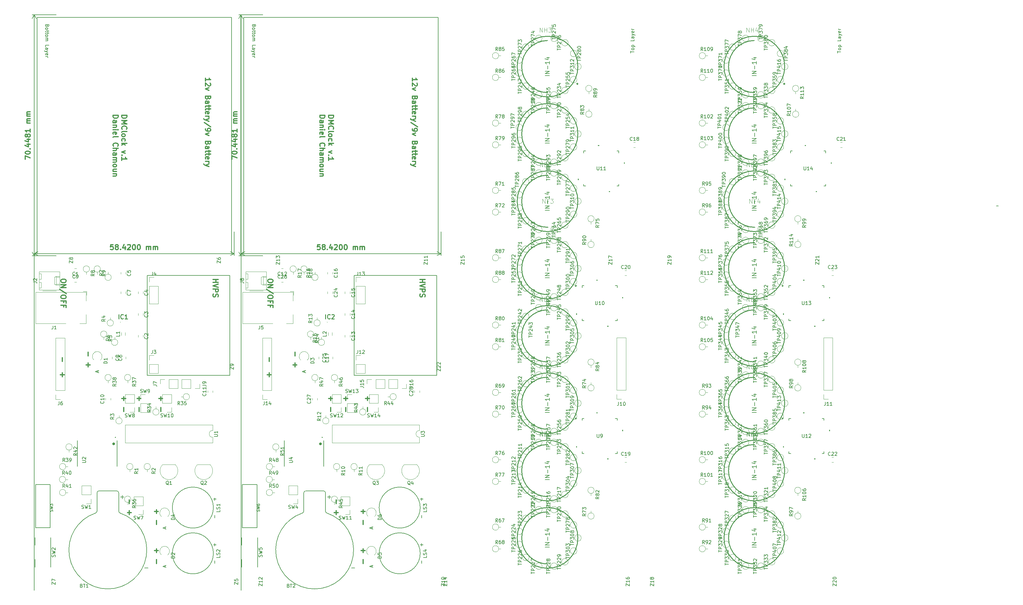
<source format=gto>
G04 #@! TF.GenerationSoftware,KiCad,Pcbnew,7.0.10*
G04 #@! TF.CreationDate,2024-06-25T17:36:47-05:00*
G04 #@! TF.ProjectId,DMClockPanel,444d436c-6f63-46b5-9061-6e656c2e6b69,rev?*
G04 #@! TF.SameCoordinates,Original*
G04 #@! TF.FileFunction,Legend,Top*
G04 #@! TF.FilePolarity,Positive*
%FSLAX46Y46*%
G04 Gerber Fmt 4.6, Leading zero omitted, Abs format (unit mm)*
G04 Created by KiCad (PCBNEW 7.0.10) date 2024-06-25 17:36:47*
%MOMM*%
%LPD*%
G01*
G04 APERTURE LIST*
%ADD10C,0.200000*%
%ADD11C,0.150000*%
%ADD12C,0.300000*%
%ADD13C,0.101600*%
%ADD14C,0.254000*%
%ADD15C,0.120000*%
%ADD16C,0.127000*%
%ADD17C,0.152400*%
%ADD18C,0.100000*%
%ADD19C,0.400000*%
G04 APERTURE END LIST*
D10*
X21760000Y-12390000D02*
X21760000Y-180665000D01*
X115200000Y-88590000D02*
X139330000Y-88590000D01*
X139330000Y-117800000D01*
X115200000Y-117800000D01*
X115200000Y-88590000D01*
X22589598Y-13193815D02*
X79378426Y-13193815D01*
X79378426Y-82240000D01*
X22589598Y-82240000D01*
X22589598Y-13193815D01*
X54780000Y-88590000D02*
X78910000Y-88590000D01*
X78910000Y-117800000D01*
X54780000Y-117800000D01*
X54780000Y-88590000D01*
D11*
X302813632Y-68283167D02*
X303448632Y-68283167D01*
D10*
X82180000Y-12390000D02*
X82180000Y-180665000D01*
X83009598Y-13193815D02*
X139798426Y-13193815D01*
X139798426Y-82240000D01*
X83009598Y-82240000D01*
X83009598Y-13193815D01*
D12*
X112795600Y-124069510D02*
X112795600Y-125212368D01*
X112224171Y-124640939D02*
X113367028Y-124640939D01*
X29965600Y-112639510D02*
X29965600Y-113782368D01*
X52375600Y-124069510D02*
X52375600Y-125212368D01*
X51804171Y-124640939D02*
X52947028Y-124640939D01*
X49564400Y-155345489D02*
X49564400Y-154202632D01*
X58725600Y-127244510D02*
X58725600Y-128387368D01*
X47327142Y-41837010D02*
X48827142Y-41837010D01*
X48827142Y-41837010D02*
X48827142Y-42194153D01*
X48827142Y-42194153D02*
X48755713Y-42408439D01*
X48755713Y-42408439D02*
X48612856Y-42551296D01*
X48612856Y-42551296D02*
X48469999Y-42622725D01*
X48469999Y-42622725D02*
X48184285Y-42694153D01*
X48184285Y-42694153D02*
X47969999Y-42694153D01*
X47969999Y-42694153D02*
X47684285Y-42622725D01*
X47684285Y-42622725D02*
X47541428Y-42551296D01*
X47541428Y-42551296D02*
X47398571Y-42408439D01*
X47398571Y-42408439D02*
X47327142Y-42194153D01*
X47327142Y-42194153D02*
X47327142Y-41837010D01*
X47327142Y-43337010D02*
X48827142Y-43337010D01*
X48827142Y-43337010D02*
X47755713Y-43837010D01*
X47755713Y-43837010D02*
X48827142Y-44337010D01*
X48827142Y-44337010D02*
X47327142Y-44337010D01*
X47469999Y-45908439D02*
X47398571Y-45837011D01*
X47398571Y-45837011D02*
X47327142Y-45622725D01*
X47327142Y-45622725D02*
X47327142Y-45479868D01*
X47327142Y-45479868D02*
X47398571Y-45265582D01*
X47398571Y-45265582D02*
X47541428Y-45122725D01*
X47541428Y-45122725D02*
X47684285Y-45051296D01*
X47684285Y-45051296D02*
X47969999Y-44979868D01*
X47969999Y-44979868D02*
X48184285Y-44979868D01*
X48184285Y-44979868D02*
X48469999Y-45051296D01*
X48469999Y-45051296D02*
X48612856Y-45122725D01*
X48612856Y-45122725D02*
X48755713Y-45265582D01*
X48755713Y-45265582D02*
X48827142Y-45479868D01*
X48827142Y-45479868D02*
X48827142Y-45622725D01*
X48827142Y-45622725D02*
X48755713Y-45837011D01*
X48755713Y-45837011D02*
X48684285Y-45908439D01*
X47327142Y-46765582D02*
X47398571Y-46622725D01*
X47398571Y-46622725D02*
X47541428Y-46551296D01*
X47541428Y-46551296D02*
X48827142Y-46551296D01*
X47327142Y-47551296D02*
X47398571Y-47408439D01*
X47398571Y-47408439D02*
X47469999Y-47337010D01*
X47469999Y-47337010D02*
X47612856Y-47265582D01*
X47612856Y-47265582D02*
X48041428Y-47265582D01*
X48041428Y-47265582D02*
X48184285Y-47337010D01*
X48184285Y-47337010D02*
X48255713Y-47408439D01*
X48255713Y-47408439D02*
X48327142Y-47551296D01*
X48327142Y-47551296D02*
X48327142Y-47765582D01*
X48327142Y-47765582D02*
X48255713Y-47908439D01*
X48255713Y-47908439D02*
X48184285Y-47979868D01*
X48184285Y-47979868D02*
X48041428Y-48051296D01*
X48041428Y-48051296D02*
X47612856Y-48051296D01*
X47612856Y-48051296D02*
X47469999Y-47979868D01*
X47469999Y-47979868D02*
X47398571Y-47908439D01*
X47398571Y-47908439D02*
X47327142Y-47765582D01*
X47327142Y-47765582D02*
X47327142Y-47551296D01*
X47398571Y-49337011D02*
X47327142Y-49194153D01*
X47327142Y-49194153D02*
X47327142Y-48908439D01*
X47327142Y-48908439D02*
X47398571Y-48765582D01*
X47398571Y-48765582D02*
X47469999Y-48694153D01*
X47469999Y-48694153D02*
X47612856Y-48622725D01*
X47612856Y-48622725D02*
X48041428Y-48622725D01*
X48041428Y-48622725D02*
X48184285Y-48694153D01*
X48184285Y-48694153D02*
X48255713Y-48765582D01*
X48255713Y-48765582D02*
X48327142Y-48908439D01*
X48327142Y-48908439D02*
X48327142Y-49194153D01*
X48327142Y-49194153D02*
X48255713Y-49337011D01*
X47327142Y-49979867D02*
X48827142Y-49979867D01*
X47898571Y-50122725D02*
X47327142Y-50551296D01*
X48327142Y-50551296D02*
X47755713Y-49979867D01*
X48327142Y-52194153D02*
X47327142Y-52551296D01*
X47327142Y-52551296D02*
X48327142Y-52908439D01*
X47469999Y-53479867D02*
X47398571Y-53551296D01*
X47398571Y-53551296D02*
X47327142Y-53479867D01*
X47327142Y-53479867D02*
X47398571Y-53408439D01*
X47398571Y-53408439D02*
X47469999Y-53479867D01*
X47469999Y-53479867D02*
X47327142Y-53479867D01*
X47327142Y-54979868D02*
X47327142Y-54122725D01*
X47327142Y-54551296D02*
X48827142Y-54551296D01*
X48827142Y-54551296D02*
X48612856Y-54408439D01*
X48612856Y-54408439D02*
X48469999Y-54265582D01*
X48469999Y-54265582D02*
X48398571Y-54122725D01*
X119145600Y-124069510D02*
X119145600Y-125212368D01*
X118574171Y-124640939D02*
X119717028Y-124640939D01*
X47930600Y-127244510D02*
X47930600Y-128387368D01*
X108350600Y-127244510D02*
X108350600Y-128387368D01*
X132208388Y-31841470D02*
X132208388Y-30984327D01*
X132208388Y-31412898D02*
X133708388Y-31412898D01*
X133708388Y-31412898D02*
X133494102Y-31270041D01*
X133494102Y-31270041D02*
X133351245Y-31127184D01*
X133351245Y-31127184D02*
X133279817Y-30984327D01*
X133565531Y-32412898D02*
X133636959Y-32484326D01*
X133636959Y-32484326D02*
X133708388Y-32627184D01*
X133708388Y-32627184D02*
X133708388Y-32984326D01*
X133708388Y-32984326D02*
X133636959Y-33127184D01*
X133636959Y-33127184D02*
X133565531Y-33198612D01*
X133565531Y-33198612D02*
X133422674Y-33270041D01*
X133422674Y-33270041D02*
X133279817Y-33270041D01*
X133279817Y-33270041D02*
X133065531Y-33198612D01*
X133065531Y-33198612D02*
X132208388Y-32341469D01*
X132208388Y-32341469D02*
X132208388Y-33270041D01*
X133208388Y-33770040D02*
X132208388Y-34127183D01*
X132208388Y-34127183D02*
X133208388Y-34484326D01*
X132994102Y-36698611D02*
X132922674Y-36912897D01*
X132922674Y-36912897D02*
X132851245Y-36984326D01*
X132851245Y-36984326D02*
X132708388Y-37055754D01*
X132708388Y-37055754D02*
X132494102Y-37055754D01*
X132494102Y-37055754D02*
X132351245Y-36984326D01*
X132351245Y-36984326D02*
X132279817Y-36912897D01*
X132279817Y-36912897D02*
X132208388Y-36770040D01*
X132208388Y-36770040D02*
X132208388Y-36198611D01*
X132208388Y-36198611D02*
X133708388Y-36198611D01*
X133708388Y-36198611D02*
X133708388Y-36698611D01*
X133708388Y-36698611D02*
X133636959Y-36841469D01*
X133636959Y-36841469D02*
X133565531Y-36912897D01*
X133565531Y-36912897D02*
X133422674Y-36984326D01*
X133422674Y-36984326D02*
X133279817Y-36984326D01*
X133279817Y-36984326D02*
X133136959Y-36912897D01*
X133136959Y-36912897D02*
X133065531Y-36841469D01*
X133065531Y-36841469D02*
X132994102Y-36698611D01*
X132994102Y-36698611D02*
X132994102Y-36198611D01*
X132208388Y-38341469D02*
X132994102Y-38341469D01*
X132994102Y-38341469D02*
X133136959Y-38270040D01*
X133136959Y-38270040D02*
X133208388Y-38127183D01*
X133208388Y-38127183D02*
X133208388Y-37841469D01*
X133208388Y-37841469D02*
X133136959Y-37698611D01*
X132279817Y-38341469D02*
X132208388Y-38198611D01*
X132208388Y-38198611D02*
X132208388Y-37841469D01*
X132208388Y-37841469D02*
X132279817Y-37698611D01*
X132279817Y-37698611D02*
X132422674Y-37627183D01*
X132422674Y-37627183D02*
X132565531Y-37627183D01*
X132565531Y-37627183D02*
X132708388Y-37698611D01*
X132708388Y-37698611D02*
X132779817Y-37841469D01*
X132779817Y-37841469D02*
X132779817Y-38198611D01*
X132779817Y-38198611D02*
X132851245Y-38341469D01*
X133208388Y-38841469D02*
X133208388Y-39412897D01*
X133708388Y-39055754D02*
X132422674Y-39055754D01*
X132422674Y-39055754D02*
X132279817Y-39127183D01*
X132279817Y-39127183D02*
X132208388Y-39270040D01*
X132208388Y-39270040D02*
X132208388Y-39412897D01*
X133208388Y-39698612D02*
X133208388Y-40270040D01*
X133708388Y-39912897D02*
X132422674Y-39912897D01*
X132422674Y-39912897D02*
X132279817Y-39984326D01*
X132279817Y-39984326D02*
X132208388Y-40127183D01*
X132208388Y-40127183D02*
X132208388Y-40270040D01*
X132279817Y-41341469D02*
X132208388Y-41198612D01*
X132208388Y-41198612D02*
X132208388Y-40912898D01*
X132208388Y-40912898D02*
X132279817Y-40770040D01*
X132279817Y-40770040D02*
X132422674Y-40698612D01*
X132422674Y-40698612D02*
X132994102Y-40698612D01*
X132994102Y-40698612D02*
X133136959Y-40770040D01*
X133136959Y-40770040D02*
X133208388Y-40912898D01*
X133208388Y-40912898D02*
X133208388Y-41198612D01*
X133208388Y-41198612D02*
X133136959Y-41341469D01*
X133136959Y-41341469D02*
X132994102Y-41412898D01*
X132994102Y-41412898D02*
X132851245Y-41412898D01*
X132851245Y-41412898D02*
X132708388Y-40698612D01*
X132208388Y-42055754D02*
X133208388Y-42055754D01*
X132922674Y-42055754D02*
X133065531Y-42127183D01*
X133065531Y-42127183D02*
X133136959Y-42198612D01*
X133136959Y-42198612D02*
X133208388Y-42341469D01*
X133208388Y-42341469D02*
X133208388Y-42484326D01*
X133208388Y-42841468D02*
X132208388Y-43198611D01*
X133208388Y-43555754D02*
X132208388Y-43198611D01*
X132208388Y-43198611D02*
X131851245Y-43055754D01*
X131851245Y-43055754D02*
X131779817Y-42984325D01*
X131779817Y-42984325D02*
X131708388Y-42841468D01*
X133779817Y-45198611D02*
X131851245Y-43912897D01*
X132208388Y-45770040D02*
X132208388Y-46055754D01*
X132208388Y-46055754D02*
X132279817Y-46198611D01*
X132279817Y-46198611D02*
X132351245Y-46270040D01*
X132351245Y-46270040D02*
X132565531Y-46412897D01*
X132565531Y-46412897D02*
X132851245Y-46484326D01*
X132851245Y-46484326D02*
X133422674Y-46484326D01*
X133422674Y-46484326D02*
X133565531Y-46412897D01*
X133565531Y-46412897D02*
X133636959Y-46341469D01*
X133636959Y-46341469D02*
X133708388Y-46198611D01*
X133708388Y-46198611D02*
X133708388Y-45912897D01*
X133708388Y-45912897D02*
X133636959Y-45770040D01*
X133636959Y-45770040D02*
X133565531Y-45698611D01*
X133565531Y-45698611D02*
X133422674Y-45627183D01*
X133422674Y-45627183D02*
X133065531Y-45627183D01*
X133065531Y-45627183D02*
X132922674Y-45698611D01*
X132922674Y-45698611D02*
X132851245Y-45770040D01*
X132851245Y-45770040D02*
X132779817Y-45912897D01*
X132779817Y-45912897D02*
X132779817Y-46198611D01*
X132779817Y-46198611D02*
X132851245Y-46341469D01*
X132851245Y-46341469D02*
X132922674Y-46412897D01*
X132922674Y-46412897D02*
X133065531Y-46484326D01*
X133208388Y-46984325D02*
X132208388Y-47341468D01*
X132208388Y-47341468D02*
X133208388Y-47698611D01*
X132994102Y-49912896D02*
X132922674Y-50127182D01*
X132922674Y-50127182D02*
X132851245Y-50198611D01*
X132851245Y-50198611D02*
X132708388Y-50270039D01*
X132708388Y-50270039D02*
X132494102Y-50270039D01*
X132494102Y-50270039D02*
X132351245Y-50198611D01*
X132351245Y-50198611D02*
X132279817Y-50127182D01*
X132279817Y-50127182D02*
X132208388Y-49984325D01*
X132208388Y-49984325D02*
X132208388Y-49412896D01*
X132208388Y-49412896D02*
X133708388Y-49412896D01*
X133708388Y-49412896D02*
X133708388Y-49912896D01*
X133708388Y-49912896D02*
X133636959Y-50055754D01*
X133636959Y-50055754D02*
X133565531Y-50127182D01*
X133565531Y-50127182D02*
X133422674Y-50198611D01*
X133422674Y-50198611D02*
X133279817Y-50198611D01*
X133279817Y-50198611D02*
X133136959Y-50127182D01*
X133136959Y-50127182D02*
X133065531Y-50055754D01*
X133065531Y-50055754D02*
X132994102Y-49912896D01*
X132994102Y-49912896D02*
X132994102Y-49412896D01*
X132208388Y-51555754D02*
X132994102Y-51555754D01*
X132994102Y-51555754D02*
X133136959Y-51484325D01*
X133136959Y-51484325D02*
X133208388Y-51341468D01*
X133208388Y-51341468D02*
X133208388Y-51055754D01*
X133208388Y-51055754D02*
X133136959Y-50912896D01*
X132279817Y-51555754D02*
X132208388Y-51412896D01*
X132208388Y-51412896D02*
X132208388Y-51055754D01*
X132208388Y-51055754D02*
X132279817Y-50912896D01*
X132279817Y-50912896D02*
X132422674Y-50841468D01*
X132422674Y-50841468D02*
X132565531Y-50841468D01*
X132565531Y-50841468D02*
X132708388Y-50912896D01*
X132708388Y-50912896D02*
X132779817Y-51055754D01*
X132779817Y-51055754D02*
X132779817Y-51412896D01*
X132779817Y-51412896D02*
X132851245Y-51555754D01*
X133208388Y-52055754D02*
X133208388Y-52627182D01*
X133708388Y-52270039D02*
X132422674Y-52270039D01*
X132422674Y-52270039D02*
X132279817Y-52341468D01*
X132279817Y-52341468D02*
X132208388Y-52484325D01*
X132208388Y-52484325D02*
X132208388Y-52627182D01*
X133208388Y-52912897D02*
X133208388Y-53484325D01*
X133708388Y-53127182D02*
X132422674Y-53127182D01*
X132422674Y-53127182D02*
X132279817Y-53198611D01*
X132279817Y-53198611D02*
X132208388Y-53341468D01*
X132208388Y-53341468D02*
X132208388Y-53484325D01*
X132279817Y-54555754D02*
X132208388Y-54412897D01*
X132208388Y-54412897D02*
X132208388Y-54127183D01*
X132208388Y-54127183D02*
X132279817Y-53984325D01*
X132279817Y-53984325D02*
X132422674Y-53912897D01*
X132422674Y-53912897D02*
X132994102Y-53912897D01*
X132994102Y-53912897D02*
X133136959Y-53984325D01*
X133136959Y-53984325D02*
X133208388Y-54127183D01*
X133208388Y-54127183D02*
X133208388Y-54412897D01*
X133208388Y-54412897D02*
X133136959Y-54555754D01*
X133136959Y-54555754D02*
X132994102Y-54627183D01*
X132994102Y-54627183D02*
X132851245Y-54627183D01*
X132851245Y-54627183D02*
X132708388Y-53912897D01*
X132208388Y-55270039D02*
X133208388Y-55270039D01*
X132922674Y-55270039D02*
X133065531Y-55341468D01*
X133065531Y-55341468D02*
X133136959Y-55412897D01*
X133136959Y-55412897D02*
X133208388Y-55555754D01*
X133208388Y-55555754D02*
X133208388Y-55698611D01*
X133208388Y-56055753D02*
X132208388Y-56412896D01*
X133208388Y-56770039D02*
X132208388Y-56412896D01*
X132208388Y-56412896D02*
X131851245Y-56270039D01*
X131851245Y-56270039D02*
X131779817Y-56198610D01*
X131779817Y-56198610D02*
X131708388Y-56055753D01*
X57455600Y-160264510D02*
X57455600Y-161407368D01*
X37499400Y-112165489D02*
X37499400Y-111022632D01*
D11*
X196000624Y-23563876D02*
X196000624Y-22992448D01*
X197000624Y-23278162D02*
X196000624Y-23278162D01*
X197000624Y-22516257D02*
X196953005Y-22611495D01*
X196953005Y-22611495D02*
X196905385Y-22659114D01*
X196905385Y-22659114D02*
X196810147Y-22706733D01*
X196810147Y-22706733D02*
X196524433Y-22706733D01*
X196524433Y-22706733D02*
X196429195Y-22659114D01*
X196429195Y-22659114D02*
X196381576Y-22611495D01*
X196381576Y-22611495D02*
X196333957Y-22516257D01*
X196333957Y-22516257D02*
X196333957Y-22373400D01*
X196333957Y-22373400D02*
X196381576Y-22278162D01*
X196381576Y-22278162D02*
X196429195Y-22230543D01*
X196429195Y-22230543D02*
X196524433Y-22182924D01*
X196524433Y-22182924D02*
X196810147Y-22182924D01*
X196810147Y-22182924D02*
X196905385Y-22230543D01*
X196905385Y-22230543D02*
X196953005Y-22278162D01*
X196953005Y-22278162D02*
X197000624Y-22373400D01*
X197000624Y-22373400D02*
X197000624Y-22516257D01*
X196333957Y-21754352D02*
X197333957Y-21754352D01*
X196381576Y-21754352D02*
X196333957Y-21659114D01*
X196333957Y-21659114D02*
X196333957Y-21468638D01*
X196333957Y-21468638D02*
X196381576Y-21373400D01*
X196381576Y-21373400D02*
X196429195Y-21325781D01*
X196429195Y-21325781D02*
X196524433Y-21278162D01*
X196524433Y-21278162D02*
X196810147Y-21278162D01*
X196810147Y-21278162D02*
X196905385Y-21325781D01*
X196905385Y-21325781D02*
X196953005Y-21373400D01*
X196953005Y-21373400D02*
X197000624Y-21468638D01*
X197000624Y-21468638D02*
X197000624Y-21659114D01*
X197000624Y-21659114D02*
X196953005Y-21754352D01*
X197000624Y-19611495D02*
X197000624Y-20087685D01*
X197000624Y-20087685D02*
X196000624Y-20087685D01*
X197000624Y-18849590D02*
X196476814Y-18849590D01*
X196476814Y-18849590D02*
X196381576Y-18897209D01*
X196381576Y-18897209D02*
X196333957Y-18992447D01*
X196333957Y-18992447D02*
X196333957Y-19182923D01*
X196333957Y-19182923D02*
X196381576Y-19278161D01*
X196953005Y-18849590D02*
X197000624Y-18944828D01*
X197000624Y-18944828D02*
X197000624Y-19182923D01*
X197000624Y-19182923D02*
X196953005Y-19278161D01*
X196953005Y-19278161D02*
X196857766Y-19325780D01*
X196857766Y-19325780D02*
X196762528Y-19325780D01*
X196762528Y-19325780D02*
X196667290Y-19278161D01*
X196667290Y-19278161D02*
X196619671Y-19182923D01*
X196619671Y-19182923D02*
X196619671Y-18944828D01*
X196619671Y-18944828D02*
X196572052Y-18849590D01*
X196333957Y-18468637D02*
X197000624Y-18230542D01*
X196333957Y-17992447D02*
X197000624Y-18230542D01*
X197000624Y-18230542D02*
X197238719Y-18325780D01*
X197238719Y-18325780D02*
X197286338Y-18373399D01*
X197286338Y-18373399D02*
X197333957Y-18468637D01*
X196953005Y-17230542D02*
X197000624Y-17325780D01*
X197000624Y-17325780D02*
X197000624Y-17516256D01*
X197000624Y-17516256D02*
X196953005Y-17611494D01*
X196953005Y-17611494D02*
X196857766Y-17659113D01*
X196857766Y-17659113D02*
X196476814Y-17659113D01*
X196476814Y-17659113D02*
X196381576Y-17611494D01*
X196381576Y-17611494D02*
X196333957Y-17516256D01*
X196333957Y-17516256D02*
X196333957Y-17325780D01*
X196333957Y-17325780D02*
X196381576Y-17230542D01*
X196381576Y-17230542D02*
X196476814Y-17182923D01*
X196476814Y-17182923D02*
X196572052Y-17182923D01*
X196572052Y-17182923D02*
X196667290Y-17659113D01*
X197000624Y-16754351D02*
X196333957Y-16754351D01*
X196524433Y-16754351D02*
X196429195Y-16706732D01*
X196429195Y-16706732D02*
X196381576Y-16659113D01*
X196381576Y-16659113D02*
X196333957Y-16563875D01*
X196333957Y-16563875D02*
X196333957Y-16468637D01*
D12*
X117875600Y-157089510D02*
X117875600Y-158232368D01*
X117304171Y-157660939D02*
X118447028Y-157660939D01*
X91499171Y-90065225D02*
X91499171Y-90350939D01*
X91499171Y-90350939D02*
X91427742Y-90493796D01*
X91427742Y-90493796D02*
X91284885Y-90636653D01*
X91284885Y-90636653D02*
X90999171Y-90708082D01*
X90999171Y-90708082D02*
X90499171Y-90708082D01*
X90499171Y-90708082D02*
X90213457Y-90636653D01*
X90213457Y-90636653D02*
X90070600Y-90493796D01*
X90070600Y-90493796D02*
X89999171Y-90350939D01*
X89999171Y-90350939D02*
X89999171Y-90065225D01*
X89999171Y-90065225D02*
X90070600Y-89922368D01*
X90070600Y-89922368D02*
X90213457Y-89779510D01*
X90213457Y-89779510D02*
X90499171Y-89708082D01*
X90499171Y-89708082D02*
X90999171Y-89708082D01*
X90999171Y-89708082D02*
X91284885Y-89779510D01*
X91284885Y-89779510D02*
X91427742Y-89922368D01*
X91427742Y-89922368D02*
X91499171Y-90065225D01*
X89999171Y-91350939D02*
X91499171Y-91350939D01*
X91499171Y-91350939D02*
X89999171Y-92208082D01*
X89999171Y-92208082D02*
X91499171Y-92208082D01*
X91570600Y-93993797D02*
X89642028Y-92708083D01*
X91499171Y-94779512D02*
X91499171Y-95065226D01*
X91499171Y-95065226D02*
X91427742Y-95208083D01*
X91427742Y-95208083D02*
X91284885Y-95350940D01*
X91284885Y-95350940D02*
X90999171Y-95422369D01*
X90999171Y-95422369D02*
X90499171Y-95422369D01*
X90499171Y-95422369D02*
X90213457Y-95350940D01*
X90213457Y-95350940D02*
X90070600Y-95208083D01*
X90070600Y-95208083D02*
X89999171Y-95065226D01*
X89999171Y-95065226D02*
X89999171Y-94779512D01*
X89999171Y-94779512D02*
X90070600Y-94636655D01*
X90070600Y-94636655D02*
X90213457Y-94493797D01*
X90213457Y-94493797D02*
X90499171Y-94422369D01*
X90499171Y-94422369D02*
X90999171Y-94422369D01*
X90999171Y-94422369D02*
X91284885Y-94493797D01*
X91284885Y-94493797D02*
X91427742Y-94636655D01*
X91427742Y-94636655D02*
X91499171Y-94779512D01*
X90784885Y-96565226D02*
X90784885Y-96065226D01*
X89999171Y-96065226D02*
X91499171Y-96065226D01*
X91499171Y-96065226D02*
X91499171Y-96779512D01*
X90784885Y-97850940D02*
X90784885Y-97350940D01*
X89999171Y-97350940D02*
X91499171Y-97350940D01*
X91499171Y-97350940D02*
X91499171Y-98065226D01*
D11*
X256420624Y-23563876D02*
X256420624Y-22992448D01*
X257420624Y-23278162D02*
X256420624Y-23278162D01*
X257420624Y-22516257D02*
X257373005Y-22611495D01*
X257373005Y-22611495D02*
X257325385Y-22659114D01*
X257325385Y-22659114D02*
X257230147Y-22706733D01*
X257230147Y-22706733D02*
X256944433Y-22706733D01*
X256944433Y-22706733D02*
X256849195Y-22659114D01*
X256849195Y-22659114D02*
X256801576Y-22611495D01*
X256801576Y-22611495D02*
X256753957Y-22516257D01*
X256753957Y-22516257D02*
X256753957Y-22373400D01*
X256753957Y-22373400D02*
X256801576Y-22278162D01*
X256801576Y-22278162D02*
X256849195Y-22230543D01*
X256849195Y-22230543D02*
X256944433Y-22182924D01*
X256944433Y-22182924D02*
X257230147Y-22182924D01*
X257230147Y-22182924D02*
X257325385Y-22230543D01*
X257325385Y-22230543D02*
X257373005Y-22278162D01*
X257373005Y-22278162D02*
X257420624Y-22373400D01*
X257420624Y-22373400D02*
X257420624Y-22516257D01*
X256753957Y-21754352D02*
X257753957Y-21754352D01*
X256801576Y-21754352D02*
X256753957Y-21659114D01*
X256753957Y-21659114D02*
X256753957Y-21468638D01*
X256753957Y-21468638D02*
X256801576Y-21373400D01*
X256801576Y-21373400D02*
X256849195Y-21325781D01*
X256849195Y-21325781D02*
X256944433Y-21278162D01*
X256944433Y-21278162D02*
X257230147Y-21278162D01*
X257230147Y-21278162D02*
X257325385Y-21325781D01*
X257325385Y-21325781D02*
X257373005Y-21373400D01*
X257373005Y-21373400D02*
X257420624Y-21468638D01*
X257420624Y-21468638D02*
X257420624Y-21659114D01*
X257420624Y-21659114D02*
X257373005Y-21754352D01*
X257420624Y-19611495D02*
X257420624Y-20087685D01*
X257420624Y-20087685D02*
X256420624Y-20087685D01*
X257420624Y-18849590D02*
X256896814Y-18849590D01*
X256896814Y-18849590D02*
X256801576Y-18897209D01*
X256801576Y-18897209D02*
X256753957Y-18992447D01*
X256753957Y-18992447D02*
X256753957Y-19182923D01*
X256753957Y-19182923D02*
X256801576Y-19278161D01*
X257373005Y-18849590D02*
X257420624Y-18944828D01*
X257420624Y-18944828D02*
X257420624Y-19182923D01*
X257420624Y-19182923D02*
X257373005Y-19278161D01*
X257373005Y-19278161D02*
X257277766Y-19325780D01*
X257277766Y-19325780D02*
X257182528Y-19325780D01*
X257182528Y-19325780D02*
X257087290Y-19278161D01*
X257087290Y-19278161D02*
X257039671Y-19182923D01*
X257039671Y-19182923D02*
X257039671Y-18944828D01*
X257039671Y-18944828D02*
X256992052Y-18849590D01*
X256753957Y-18468637D02*
X257420624Y-18230542D01*
X256753957Y-17992447D02*
X257420624Y-18230542D01*
X257420624Y-18230542D02*
X257658719Y-18325780D01*
X257658719Y-18325780D02*
X257706338Y-18373399D01*
X257706338Y-18373399D02*
X257753957Y-18468637D01*
X257373005Y-17230542D02*
X257420624Y-17325780D01*
X257420624Y-17325780D02*
X257420624Y-17516256D01*
X257420624Y-17516256D02*
X257373005Y-17611494D01*
X257373005Y-17611494D02*
X257277766Y-17659113D01*
X257277766Y-17659113D02*
X256896814Y-17659113D01*
X256896814Y-17659113D02*
X256801576Y-17611494D01*
X256801576Y-17611494D02*
X256753957Y-17516256D01*
X256753957Y-17516256D02*
X256753957Y-17325780D01*
X256753957Y-17325780D02*
X256801576Y-17230542D01*
X256801576Y-17230542D02*
X256896814Y-17182923D01*
X256896814Y-17182923D02*
X256992052Y-17182923D01*
X256992052Y-17182923D02*
X257087290Y-17659113D01*
X257420624Y-16754351D02*
X256753957Y-16754351D01*
X256944433Y-16754351D02*
X256849195Y-16706732D01*
X256849195Y-16706732D02*
X256801576Y-16659113D01*
X256801576Y-16659113D02*
X256753957Y-16563875D01*
X256753957Y-16563875D02*
X256753957Y-16468637D01*
D12*
X90385600Y-117084510D02*
X90385600Y-118227368D01*
X89814171Y-117655939D02*
X90957028Y-117655939D01*
X57455600Y-168519510D02*
X57455600Y-169662368D01*
X56884171Y-169090939D02*
X58027028Y-169090939D01*
X57455600Y-171694510D02*
X57455600Y-172837368D01*
X109984400Y-158520489D02*
X109984400Y-157377632D01*
X110555828Y-157949060D02*
X109412971Y-157949060D01*
X107747142Y-41837010D02*
X109247142Y-41837010D01*
X109247142Y-41837010D02*
X109247142Y-42194153D01*
X109247142Y-42194153D02*
X109175713Y-42408439D01*
X109175713Y-42408439D02*
X109032856Y-42551296D01*
X109032856Y-42551296D02*
X108889999Y-42622725D01*
X108889999Y-42622725D02*
X108604285Y-42694153D01*
X108604285Y-42694153D02*
X108389999Y-42694153D01*
X108389999Y-42694153D02*
X108104285Y-42622725D01*
X108104285Y-42622725D02*
X107961428Y-42551296D01*
X107961428Y-42551296D02*
X107818571Y-42408439D01*
X107818571Y-42408439D02*
X107747142Y-42194153D01*
X107747142Y-42194153D02*
X107747142Y-41837010D01*
X107747142Y-43337010D02*
X109247142Y-43337010D01*
X109247142Y-43337010D02*
X108175713Y-43837010D01*
X108175713Y-43837010D02*
X109247142Y-44337010D01*
X109247142Y-44337010D02*
X107747142Y-44337010D01*
X107889999Y-45908439D02*
X107818571Y-45837011D01*
X107818571Y-45837011D02*
X107747142Y-45622725D01*
X107747142Y-45622725D02*
X107747142Y-45479868D01*
X107747142Y-45479868D02*
X107818571Y-45265582D01*
X107818571Y-45265582D02*
X107961428Y-45122725D01*
X107961428Y-45122725D02*
X108104285Y-45051296D01*
X108104285Y-45051296D02*
X108389999Y-44979868D01*
X108389999Y-44979868D02*
X108604285Y-44979868D01*
X108604285Y-44979868D02*
X108889999Y-45051296D01*
X108889999Y-45051296D02*
X109032856Y-45122725D01*
X109032856Y-45122725D02*
X109175713Y-45265582D01*
X109175713Y-45265582D02*
X109247142Y-45479868D01*
X109247142Y-45479868D02*
X109247142Y-45622725D01*
X109247142Y-45622725D02*
X109175713Y-45837011D01*
X109175713Y-45837011D02*
X109104285Y-45908439D01*
X107747142Y-46765582D02*
X107818571Y-46622725D01*
X107818571Y-46622725D02*
X107961428Y-46551296D01*
X107961428Y-46551296D02*
X109247142Y-46551296D01*
X107747142Y-47551296D02*
X107818571Y-47408439D01*
X107818571Y-47408439D02*
X107889999Y-47337010D01*
X107889999Y-47337010D02*
X108032856Y-47265582D01*
X108032856Y-47265582D02*
X108461428Y-47265582D01*
X108461428Y-47265582D02*
X108604285Y-47337010D01*
X108604285Y-47337010D02*
X108675713Y-47408439D01*
X108675713Y-47408439D02*
X108747142Y-47551296D01*
X108747142Y-47551296D02*
X108747142Y-47765582D01*
X108747142Y-47765582D02*
X108675713Y-47908439D01*
X108675713Y-47908439D02*
X108604285Y-47979868D01*
X108604285Y-47979868D02*
X108461428Y-48051296D01*
X108461428Y-48051296D02*
X108032856Y-48051296D01*
X108032856Y-48051296D02*
X107889999Y-47979868D01*
X107889999Y-47979868D02*
X107818571Y-47908439D01*
X107818571Y-47908439D02*
X107747142Y-47765582D01*
X107747142Y-47765582D02*
X107747142Y-47551296D01*
X107818571Y-49337011D02*
X107747142Y-49194153D01*
X107747142Y-49194153D02*
X107747142Y-48908439D01*
X107747142Y-48908439D02*
X107818571Y-48765582D01*
X107818571Y-48765582D02*
X107889999Y-48694153D01*
X107889999Y-48694153D02*
X108032856Y-48622725D01*
X108032856Y-48622725D02*
X108461428Y-48622725D01*
X108461428Y-48622725D02*
X108604285Y-48694153D01*
X108604285Y-48694153D02*
X108675713Y-48765582D01*
X108675713Y-48765582D02*
X108747142Y-48908439D01*
X108747142Y-48908439D02*
X108747142Y-49194153D01*
X108747142Y-49194153D02*
X108675713Y-49337011D01*
X107747142Y-49979867D02*
X109247142Y-49979867D01*
X108318571Y-50122725D02*
X107747142Y-50551296D01*
X108747142Y-50551296D02*
X108175713Y-49979867D01*
X108747142Y-52194153D02*
X107747142Y-52551296D01*
X107747142Y-52551296D02*
X108747142Y-52908439D01*
X107889999Y-53479867D02*
X107818571Y-53551296D01*
X107818571Y-53551296D02*
X107747142Y-53479867D01*
X107747142Y-53479867D02*
X107818571Y-53408439D01*
X107818571Y-53408439D02*
X107889999Y-53479867D01*
X107889999Y-53479867D02*
X107747142Y-53479867D01*
X107747142Y-54979868D02*
X107747142Y-54122725D01*
X107747142Y-54551296D02*
X109247142Y-54551296D01*
X109247142Y-54551296D02*
X109032856Y-54408439D01*
X109032856Y-54408439D02*
X108889999Y-54265582D01*
X108889999Y-54265582D02*
X108818571Y-54122725D01*
X109984400Y-155345489D02*
X109984400Y-154202632D01*
X71788388Y-31841470D02*
X71788388Y-30984327D01*
X71788388Y-31412898D02*
X73288388Y-31412898D01*
X73288388Y-31412898D02*
X73074102Y-31270041D01*
X73074102Y-31270041D02*
X72931245Y-31127184D01*
X72931245Y-31127184D02*
X72859817Y-30984327D01*
X73145531Y-32412898D02*
X73216959Y-32484326D01*
X73216959Y-32484326D02*
X73288388Y-32627184D01*
X73288388Y-32627184D02*
X73288388Y-32984326D01*
X73288388Y-32984326D02*
X73216959Y-33127184D01*
X73216959Y-33127184D02*
X73145531Y-33198612D01*
X73145531Y-33198612D02*
X73002674Y-33270041D01*
X73002674Y-33270041D02*
X72859817Y-33270041D01*
X72859817Y-33270041D02*
X72645531Y-33198612D01*
X72645531Y-33198612D02*
X71788388Y-32341469D01*
X71788388Y-32341469D02*
X71788388Y-33270041D01*
X72788388Y-33770040D02*
X71788388Y-34127183D01*
X71788388Y-34127183D02*
X72788388Y-34484326D01*
X72574102Y-36698611D02*
X72502674Y-36912897D01*
X72502674Y-36912897D02*
X72431245Y-36984326D01*
X72431245Y-36984326D02*
X72288388Y-37055754D01*
X72288388Y-37055754D02*
X72074102Y-37055754D01*
X72074102Y-37055754D02*
X71931245Y-36984326D01*
X71931245Y-36984326D02*
X71859817Y-36912897D01*
X71859817Y-36912897D02*
X71788388Y-36770040D01*
X71788388Y-36770040D02*
X71788388Y-36198611D01*
X71788388Y-36198611D02*
X73288388Y-36198611D01*
X73288388Y-36198611D02*
X73288388Y-36698611D01*
X73288388Y-36698611D02*
X73216959Y-36841469D01*
X73216959Y-36841469D02*
X73145531Y-36912897D01*
X73145531Y-36912897D02*
X73002674Y-36984326D01*
X73002674Y-36984326D02*
X72859817Y-36984326D01*
X72859817Y-36984326D02*
X72716959Y-36912897D01*
X72716959Y-36912897D02*
X72645531Y-36841469D01*
X72645531Y-36841469D02*
X72574102Y-36698611D01*
X72574102Y-36698611D02*
X72574102Y-36198611D01*
X71788388Y-38341469D02*
X72574102Y-38341469D01*
X72574102Y-38341469D02*
X72716959Y-38270040D01*
X72716959Y-38270040D02*
X72788388Y-38127183D01*
X72788388Y-38127183D02*
X72788388Y-37841469D01*
X72788388Y-37841469D02*
X72716959Y-37698611D01*
X71859817Y-38341469D02*
X71788388Y-38198611D01*
X71788388Y-38198611D02*
X71788388Y-37841469D01*
X71788388Y-37841469D02*
X71859817Y-37698611D01*
X71859817Y-37698611D02*
X72002674Y-37627183D01*
X72002674Y-37627183D02*
X72145531Y-37627183D01*
X72145531Y-37627183D02*
X72288388Y-37698611D01*
X72288388Y-37698611D02*
X72359817Y-37841469D01*
X72359817Y-37841469D02*
X72359817Y-38198611D01*
X72359817Y-38198611D02*
X72431245Y-38341469D01*
X72788388Y-38841469D02*
X72788388Y-39412897D01*
X73288388Y-39055754D02*
X72002674Y-39055754D01*
X72002674Y-39055754D02*
X71859817Y-39127183D01*
X71859817Y-39127183D02*
X71788388Y-39270040D01*
X71788388Y-39270040D02*
X71788388Y-39412897D01*
X72788388Y-39698612D02*
X72788388Y-40270040D01*
X73288388Y-39912897D02*
X72002674Y-39912897D01*
X72002674Y-39912897D02*
X71859817Y-39984326D01*
X71859817Y-39984326D02*
X71788388Y-40127183D01*
X71788388Y-40127183D02*
X71788388Y-40270040D01*
X71859817Y-41341469D02*
X71788388Y-41198612D01*
X71788388Y-41198612D02*
X71788388Y-40912898D01*
X71788388Y-40912898D02*
X71859817Y-40770040D01*
X71859817Y-40770040D02*
X72002674Y-40698612D01*
X72002674Y-40698612D02*
X72574102Y-40698612D01*
X72574102Y-40698612D02*
X72716959Y-40770040D01*
X72716959Y-40770040D02*
X72788388Y-40912898D01*
X72788388Y-40912898D02*
X72788388Y-41198612D01*
X72788388Y-41198612D02*
X72716959Y-41341469D01*
X72716959Y-41341469D02*
X72574102Y-41412898D01*
X72574102Y-41412898D02*
X72431245Y-41412898D01*
X72431245Y-41412898D02*
X72288388Y-40698612D01*
X71788388Y-42055754D02*
X72788388Y-42055754D01*
X72502674Y-42055754D02*
X72645531Y-42127183D01*
X72645531Y-42127183D02*
X72716959Y-42198612D01*
X72716959Y-42198612D02*
X72788388Y-42341469D01*
X72788388Y-42341469D02*
X72788388Y-42484326D01*
X72788388Y-42841468D02*
X71788388Y-43198611D01*
X72788388Y-43555754D02*
X71788388Y-43198611D01*
X71788388Y-43198611D02*
X71431245Y-43055754D01*
X71431245Y-43055754D02*
X71359817Y-42984325D01*
X71359817Y-42984325D02*
X71288388Y-42841468D01*
X73359817Y-45198611D02*
X71431245Y-43912897D01*
X71788388Y-45770040D02*
X71788388Y-46055754D01*
X71788388Y-46055754D02*
X71859817Y-46198611D01*
X71859817Y-46198611D02*
X71931245Y-46270040D01*
X71931245Y-46270040D02*
X72145531Y-46412897D01*
X72145531Y-46412897D02*
X72431245Y-46484326D01*
X72431245Y-46484326D02*
X73002674Y-46484326D01*
X73002674Y-46484326D02*
X73145531Y-46412897D01*
X73145531Y-46412897D02*
X73216959Y-46341469D01*
X73216959Y-46341469D02*
X73288388Y-46198611D01*
X73288388Y-46198611D02*
X73288388Y-45912897D01*
X73288388Y-45912897D02*
X73216959Y-45770040D01*
X73216959Y-45770040D02*
X73145531Y-45698611D01*
X73145531Y-45698611D02*
X73002674Y-45627183D01*
X73002674Y-45627183D02*
X72645531Y-45627183D01*
X72645531Y-45627183D02*
X72502674Y-45698611D01*
X72502674Y-45698611D02*
X72431245Y-45770040D01*
X72431245Y-45770040D02*
X72359817Y-45912897D01*
X72359817Y-45912897D02*
X72359817Y-46198611D01*
X72359817Y-46198611D02*
X72431245Y-46341469D01*
X72431245Y-46341469D02*
X72502674Y-46412897D01*
X72502674Y-46412897D02*
X72645531Y-46484326D01*
X72788388Y-46984325D02*
X71788388Y-47341468D01*
X71788388Y-47341468D02*
X72788388Y-47698611D01*
X72574102Y-49912896D02*
X72502674Y-50127182D01*
X72502674Y-50127182D02*
X72431245Y-50198611D01*
X72431245Y-50198611D02*
X72288388Y-50270039D01*
X72288388Y-50270039D02*
X72074102Y-50270039D01*
X72074102Y-50270039D02*
X71931245Y-50198611D01*
X71931245Y-50198611D02*
X71859817Y-50127182D01*
X71859817Y-50127182D02*
X71788388Y-49984325D01*
X71788388Y-49984325D02*
X71788388Y-49412896D01*
X71788388Y-49412896D02*
X73288388Y-49412896D01*
X73288388Y-49412896D02*
X73288388Y-49912896D01*
X73288388Y-49912896D02*
X73216959Y-50055754D01*
X73216959Y-50055754D02*
X73145531Y-50127182D01*
X73145531Y-50127182D02*
X73002674Y-50198611D01*
X73002674Y-50198611D02*
X72859817Y-50198611D01*
X72859817Y-50198611D02*
X72716959Y-50127182D01*
X72716959Y-50127182D02*
X72645531Y-50055754D01*
X72645531Y-50055754D02*
X72574102Y-49912896D01*
X72574102Y-49912896D02*
X72574102Y-49412896D01*
X71788388Y-51555754D02*
X72574102Y-51555754D01*
X72574102Y-51555754D02*
X72716959Y-51484325D01*
X72716959Y-51484325D02*
X72788388Y-51341468D01*
X72788388Y-51341468D02*
X72788388Y-51055754D01*
X72788388Y-51055754D02*
X72716959Y-50912896D01*
X71859817Y-51555754D02*
X71788388Y-51412896D01*
X71788388Y-51412896D02*
X71788388Y-51055754D01*
X71788388Y-51055754D02*
X71859817Y-50912896D01*
X71859817Y-50912896D02*
X72002674Y-50841468D01*
X72002674Y-50841468D02*
X72145531Y-50841468D01*
X72145531Y-50841468D02*
X72288388Y-50912896D01*
X72288388Y-50912896D02*
X72359817Y-51055754D01*
X72359817Y-51055754D02*
X72359817Y-51412896D01*
X72359817Y-51412896D02*
X72431245Y-51555754D01*
X72788388Y-52055754D02*
X72788388Y-52627182D01*
X73288388Y-52270039D02*
X72002674Y-52270039D01*
X72002674Y-52270039D02*
X71859817Y-52341468D01*
X71859817Y-52341468D02*
X71788388Y-52484325D01*
X71788388Y-52484325D02*
X71788388Y-52627182D01*
X72788388Y-52912897D02*
X72788388Y-53484325D01*
X73288388Y-53127182D02*
X72002674Y-53127182D01*
X72002674Y-53127182D02*
X71859817Y-53198611D01*
X71859817Y-53198611D02*
X71788388Y-53341468D01*
X71788388Y-53341468D02*
X71788388Y-53484325D01*
X71859817Y-54555754D02*
X71788388Y-54412897D01*
X71788388Y-54412897D02*
X71788388Y-54127183D01*
X71788388Y-54127183D02*
X71859817Y-53984325D01*
X71859817Y-53984325D02*
X72002674Y-53912897D01*
X72002674Y-53912897D02*
X72574102Y-53912897D01*
X72574102Y-53912897D02*
X72716959Y-53984325D01*
X72716959Y-53984325D02*
X72788388Y-54127183D01*
X72788388Y-54127183D02*
X72788388Y-54412897D01*
X72788388Y-54412897D02*
X72716959Y-54555754D01*
X72716959Y-54555754D02*
X72574102Y-54627183D01*
X72574102Y-54627183D02*
X72431245Y-54627183D01*
X72431245Y-54627183D02*
X72288388Y-53912897D01*
X71788388Y-55270039D02*
X72788388Y-55270039D01*
X72502674Y-55270039D02*
X72645531Y-55341468D01*
X72645531Y-55341468D02*
X72716959Y-55412897D01*
X72716959Y-55412897D02*
X72788388Y-55555754D01*
X72788388Y-55555754D02*
X72788388Y-55698611D01*
X72788388Y-56055753D02*
X71788388Y-56412896D01*
X72788388Y-56770039D02*
X71788388Y-56412896D01*
X71788388Y-56412896D02*
X71431245Y-56270039D01*
X71431245Y-56270039D02*
X71359817Y-56198610D01*
X71359817Y-56198610D02*
X71288388Y-56055753D01*
X119145600Y-127244510D02*
X119145600Y-128387368D01*
X117875600Y-160264510D02*
X117875600Y-161407368D01*
X37499400Y-115340489D02*
X37499400Y-114197632D01*
X38070828Y-114769060D02*
X36927971Y-114769060D01*
X112795600Y-127244510D02*
X112795600Y-128387368D01*
X105207142Y-41837010D02*
X106707142Y-41837010D01*
X106707142Y-41837010D02*
X106707142Y-42194153D01*
X106707142Y-42194153D02*
X106635713Y-42408439D01*
X106635713Y-42408439D02*
X106492856Y-42551296D01*
X106492856Y-42551296D02*
X106349999Y-42622725D01*
X106349999Y-42622725D02*
X106064285Y-42694153D01*
X106064285Y-42694153D02*
X105849999Y-42694153D01*
X105849999Y-42694153D02*
X105564285Y-42622725D01*
X105564285Y-42622725D02*
X105421428Y-42551296D01*
X105421428Y-42551296D02*
X105278571Y-42408439D01*
X105278571Y-42408439D02*
X105207142Y-42194153D01*
X105207142Y-42194153D02*
X105207142Y-41837010D01*
X105207142Y-43979868D02*
X105992856Y-43979868D01*
X105992856Y-43979868D02*
X106135713Y-43908439D01*
X106135713Y-43908439D02*
X106207142Y-43765582D01*
X106207142Y-43765582D02*
X106207142Y-43479868D01*
X106207142Y-43479868D02*
X106135713Y-43337010D01*
X105278571Y-43979868D02*
X105207142Y-43837010D01*
X105207142Y-43837010D02*
X105207142Y-43479868D01*
X105207142Y-43479868D02*
X105278571Y-43337010D01*
X105278571Y-43337010D02*
X105421428Y-43265582D01*
X105421428Y-43265582D02*
X105564285Y-43265582D01*
X105564285Y-43265582D02*
X105707142Y-43337010D01*
X105707142Y-43337010D02*
X105778571Y-43479868D01*
X105778571Y-43479868D02*
X105778571Y-43837010D01*
X105778571Y-43837010D02*
X105849999Y-43979868D01*
X106207142Y-44694153D02*
X105207142Y-44694153D01*
X106064285Y-44694153D02*
X106135713Y-44765582D01*
X106135713Y-44765582D02*
X106207142Y-44908439D01*
X106207142Y-44908439D02*
X106207142Y-45122725D01*
X106207142Y-45122725D02*
X106135713Y-45265582D01*
X106135713Y-45265582D02*
X105992856Y-45337011D01*
X105992856Y-45337011D02*
X105207142Y-45337011D01*
X105207142Y-46051296D02*
X106207142Y-46051296D01*
X106707142Y-46051296D02*
X106635713Y-45979868D01*
X106635713Y-45979868D02*
X106564285Y-46051296D01*
X106564285Y-46051296D02*
X106635713Y-46122725D01*
X106635713Y-46122725D02*
X106707142Y-46051296D01*
X106707142Y-46051296D02*
X106564285Y-46051296D01*
X105278571Y-47337011D02*
X105207142Y-47194154D01*
X105207142Y-47194154D02*
X105207142Y-46908440D01*
X105207142Y-46908440D02*
X105278571Y-46765582D01*
X105278571Y-46765582D02*
X105421428Y-46694154D01*
X105421428Y-46694154D02*
X105992856Y-46694154D01*
X105992856Y-46694154D02*
X106135713Y-46765582D01*
X106135713Y-46765582D02*
X106207142Y-46908440D01*
X106207142Y-46908440D02*
X106207142Y-47194154D01*
X106207142Y-47194154D02*
X106135713Y-47337011D01*
X106135713Y-47337011D02*
X105992856Y-47408440D01*
X105992856Y-47408440D02*
X105849999Y-47408440D01*
X105849999Y-47408440D02*
X105707142Y-46694154D01*
X105207142Y-48265582D02*
X105278571Y-48122725D01*
X105278571Y-48122725D02*
X105421428Y-48051296D01*
X105421428Y-48051296D02*
X106707142Y-48051296D01*
X105349999Y-50837010D02*
X105278571Y-50765582D01*
X105278571Y-50765582D02*
X105207142Y-50551296D01*
X105207142Y-50551296D02*
X105207142Y-50408439D01*
X105207142Y-50408439D02*
X105278571Y-50194153D01*
X105278571Y-50194153D02*
X105421428Y-50051296D01*
X105421428Y-50051296D02*
X105564285Y-49979867D01*
X105564285Y-49979867D02*
X105849999Y-49908439D01*
X105849999Y-49908439D02*
X106064285Y-49908439D01*
X106064285Y-49908439D02*
X106349999Y-49979867D01*
X106349999Y-49979867D02*
X106492856Y-50051296D01*
X106492856Y-50051296D02*
X106635713Y-50194153D01*
X106635713Y-50194153D02*
X106707142Y-50408439D01*
X106707142Y-50408439D02*
X106707142Y-50551296D01*
X106707142Y-50551296D02*
X106635713Y-50765582D01*
X106635713Y-50765582D02*
X106564285Y-50837010D01*
X105207142Y-51479867D02*
X106707142Y-51479867D01*
X105207142Y-52122725D02*
X105992856Y-52122725D01*
X105992856Y-52122725D02*
X106135713Y-52051296D01*
X106135713Y-52051296D02*
X106207142Y-51908439D01*
X106207142Y-51908439D02*
X106207142Y-51694153D01*
X106207142Y-51694153D02*
X106135713Y-51551296D01*
X106135713Y-51551296D02*
X106064285Y-51479867D01*
X105207142Y-53479868D02*
X105992856Y-53479868D01*
X105992856Y-53479868D02*
X106135713Y-53408439D01*
X106135713Y-53408439D02*
X106207142Y-53265582D01*
X106207142Y-53265582D02*
X106207142Y-52979868D01*
X106207142Y-52979868D02*
X106135713Y-52837010D01*
X105278571Y-53479868D02*
X105207142Y-53337010D01*
X105207142Y-53337010D02*
X105207142Y-52979868D01*
X105207142Y-52979868D02*
X105278571Y-52837010D01*
X105278571Y-52837010D02*
X105421428Y-52765582D01*
X105421428Y-52765582D02*
X105564285Y-52765582D01*
X105564285Y-52765582D02*
X105707142Y-52837010D01*
X105707142Y-52837010D02*
X105778571Y-52979868D01*
X105778571Y-52979868D02*
X105778571Y-53337010D01*
X105778571Y-53337010D02*
X105849999Y-53479868D01*
X105207142Y-54194153D02*
X106207142Y-54194153D01*
X106064285Y-54194153D02*
X106135713Y-54265582D01*
X106135713Y-54265582D02*
X106207142Y-54408439D01*
X106207142Y-54408439D02*
X106207142Y-54622725D01*
X106207142Y-54622725D02*
X106135713Y-54765582D01*
X106135713Y-54765582D02*
X105992856Y-54837011D01*
X105992856Y-54837011D02*
X105207142Y-54837011D01*
X105992856Y-54837011D02*
X106135713Y-54908439D01*
X106135713Y-54908439D02*
X106207142Y-55051296D01*
X106207142Y-55051296D02*
X106207142Y-55265582D01*
X106207142Y-55265582D02*
X106135713Y-55408439D01*
X106135713Y-55408439D02*
X105992856Y-55479868D01*
X105992856Y-55479868D02*
X105207142Y-55479868D01*
X105207142Y-56408439D02*
X105278571Y-56265582D01*
X105278571Y-56265582D02*
X105349999Y-56194153D01*
X105349999Y-56194153D02*
X105492856Y-56122725D01*
X105492856Y-56122725D02*
X105921428Y-56122725D01*
X105921428Y-56122725D02*
X106064285Y-56194153D01*
X106064285Y-56194153D02*
X106135713Y-56265582D01*
X106135713Y-56265582D02*
X106207142Y-56408439D01*
X106207142Y-56408439D02*
X106207142Y-56622725D01*
X106207142Y-56622725D02*
X106135713Y-56765582D01*
X106135713Y-56765582D02*
X106064285Y-56837011D01*
X106064285Y-56837011D02*
X105921428Y-56908439D01*
X105921428Y-56908439D02*
X105492856Y-56908439D01*
X105492856Y-56908439D02*
X105349999Y-56837011D01*
X105349999Y-56837011D02*
X105278571Y-56765582D01*
X105278571Y-56765582D02*
X105207142Y-56622725D01*
X105207142Y-56622725D02*
X105207142Y-56408439D01*
X106207142Y-58194154D02*
X105207142Y-58194154D01*
X106207142Y-57551296D02*
X105421428Y-57551296D01*
X105421428Y-57551296D02*
X105278571Y-57622725D01*
X105278571Y-57622725D02*
X105207142Y-57765582D01*
X105207142Y-57765582D02*
X105207142Y-57979868D01*
X105207142Y-57979868D02*
X105278571Y-58122725D01*
X105278571Y-58122725D02*
X105349999Y-58194154D01*
X106207142Y-58908439D02*
X105207142Y-58908439D01*
X106064285Y-58908439D02*
X106135713Y-58979868D01*
X106135713Y-58979868D02*
X106207142Y-59122725D01*
X106207142Y-59122725D02*
X106207142Y-59337011D01*
X106207142Y-59337011D02*
X106135713Y-59479868D01*
X106135713Y-59479868D02*
X105992856Y-59551297D01*
X105992856Y-59551297D02*
X105207142Y-59551297D01*
X117875600Y-171694510D02*
X117875600Y-172837368D01*
D11*
X25588990Y-15600112D02*
X25541371Y-15742969D01*
X25541371Y-15742969D02*
X25493752Y-15790588D01*
X25493752Y-15790588D02*
X25398514Y-15838207D01*
X25398514Y-15838207D02*
X25255657Y-15838207D01*
X25255657Y-15838207D02*
X25160419Y-15790588D01*
X25160419Y-15790588D02*
X25112800Y-15742969D01*
X25112800Y-15742969D02*
X25065180Y-15647731D01*
X25065180Y-15647731D02*
X25065180Y-15266779D01*
X25065180Y-15266779D02*
X26065180Y-15266779D01*
X26065180Y-15266779D02*
X26065180Y-15600112D01*
X26065180Y-15600112D02*
X26017561Y-15695350D01*
X26017561Y-15695350D02*
X25969942Y-15742969D01*
X25969942Y-15742969D02*
X25874704Y-15790588D01*
X25874704Y-15790588D02*
X25779466Y-15790588D01*
X25779466Y-15790588D02*
X25684228Y-15742969D01*
X25684228Y-15742969D02*
X25636609Y-15695350D01*
X25636609Y-15695350D02*
X25588990Y-15600112D01*
X25588990Y-15600112D02*
X25588990Y-15266779D01*
X25065180Y-16409636D02*
X25112800Y-16314398D01*
X25112800Y-16314398D02*
X25160419Y-16266779D01*
X25160419Y-16266779D02*
X25255657Y-16219160D01*
X25255657Y-16219160D02*
X25541371Y-16219160D01*
X25541371Y-16219160D02*
X25636609Y-16266779D01*
X25636609Y-16266779D02*
X25684228Y-16314398D01*
X25684228Y-16314398D02*
X25731847Y-16409636D01*
X25731847Y-16409636D02*
X25731847Y-16552493D01*
X25731847Y-16552493D02*
X25684228Y-16647731D01*
X25684228Y-16647731D02*
X25636609Y-16695350D01*
X25636609Y-16695350D02*
X25541371Y-16742969D01*
X25541371Y-16742969D02*
X25255657Y-16742969D01*
X25255657Y-16742969D02*
X25160419Y-16695350D01*
X25160419Y-16695350D02*
X25112800Y-16647731D01*
X25112800Y-16647731D02*
X25065180Y-16552493D01*
X25065180Y-16552493D02*
X25065180Y-16409636D01*
X25731847Y-17028684D02*
X25731847Y-17409636D01*
X26065180Y-17171541D02*
X25208038Y-17171541D01*
X25208038Y-17171541D02*
X25112800Y-17219160D01*
X25112800Y-17219160D02*
X25065180Y-17314398D01*
X25065180Y-17314398D02*
X25065180Y-17409636D01*
X25731847Y-17600113D02*
X25731847Y-17981065D01*
X26065180Y-17742970D02*
X25208038Y-17742970D01*
X25208038Y-17742970D02*
X25112800Y-17790589D01*
X25112800Y-17790589D02*
X25065180Y-17885827D01*
X25065180Y-17885827D02*
X25065180Y-17981065D01*
X25065180Y-18457256D02*
X25112800Y-18362018D01*
X25112800Y-18362018D02*
X25160419Y-18314399D01*
X25160419Y-18314399D02*
X25255657Y-18266780D01*
X25255657Y-18266780D02*
X25541371Y-18266780D01*
X25541371Y-18266780D02*
X25636609Y-18314399D01*
X25636609Y-18314399D02*
X25684228Y-18362018D01*
X25684228Y-18362018D02*
X25731847Y-18457256D01*
X25731847Y-18457256D02*
X25731847Y-18600113D01*
X25731847Y-18600113D02*
X25684228Y-18695351D01*
X25684228Y-18695351D02*
X25636609Y-18742970D01*
X25636609Y-18742970D02*
X25541371Y-18790589D01*
X25541371Y-18790589D02*
X25255657Y-18790589D01*
X25255657Y-18790589D02*
X25160419Y-18742970D01*
X25160419Y-18742970D02*
X25112800Y-18695351D01*
X25112800Y-18695351D02*
X25065180Y-18600113D01*
X25065180Y-18600113D02*
X25065180Y-18457256D01*
X25065180Y-19219161D02*
X25731847Y-19219161D01*
X25636609Y-19219161D02*
X25684228Y-19266780D01*
X25684228Y-19266780D02*
X25731847Y-19362018D01*
X25731847Y-19362018D02*
X25731847Y-19504875D01*
X25731847Y-19504875D02*
X25684228Y-19600113D01*
X25684228Y-19600113D02*
X25588990Y-19647732D01*
X25588990Y-19647732D02*
X25065180Y-19647732D01*
X25588990Y-19647732D02*
X25684228Y-19695351D01*
X25684228Y-19695351D02*
X25731847Y-19790589D01*
X25731847Y-19790589D02*
X25731847Y-19933446D01*
X25731847Y-19933446D02*
X25684228Y-20028685D01*
X25684228Y-20028685D02*
X25588990Y-20076304D01*
X25588990Y-20076304D02*
X25065180Y-20076304D01*
X25065180Y-21790589D02*
X25065180Y-21314399D01*
X25065180Y-21314399D02*
X26065180Y-21314399D01*
X25065180Y-22552494D02*
X25588990Y-22552494D01*
X25588990Y-22552494D02*
X25684228Y-22504875D01*
X25684228Y-22504875D02*
X25731847Y-22409637D01*
X25731847Y-22409637D02*
X25731847Y-22219161D01*
X25731847Y-22219161D02*
X25684228Y-22123923D01*
X25112800Y-22552494D02*
X25065180Y-22457256D01*
X25065180Y-22457256D02*
X25065180Y-22219161D01*
X25065180Y-22219161D02*
X25112800Y-22123923D01*
X25112800Y-22123923D02*
X25208038Y-22076304D01*
X25208038Y-22076304D02*
X25303276Y-22076304D01*
X25303276Y-22076304D02*
X25398514Y-22123923D01*
X25398514Y-22123923D02*
X25446133Y-22219161D01*
X25446133Y-22219161D02*
X25446133Y-22457256D01*
X25446133Y-22457256D02*
X25493752Y-22552494D01*
X25731847Y-22933447D02*
X25065180Y-23171542D01*
X25731847Y-23409637D02*
X25065180Y-23171542D01*
X25065180Y-23171542D02*
X24827085Y-23076304D01*
X24827085Y-23076304D02*
X24779466Y-23028685D01*
X24779466Y-23028685D02*
X24731847Y-22933447D01*
X25112800Y-24171542D02*
X25065180Y-24076304D01*
X25065180Y-24076304D02*
X25065180Y-23885828D01*
X25065180Y-23885828D02*
X25112800Y-23790590D01*
X25112800Y-23790590D02*
X25208038Y-23742971D01*
X25208038Y-23742971D02*
X25588990Y-23742971D01*
X25588990Y-23742971D02*
X25684228Y-23790590D01*
X25684228Y-23790590D02*
X25731847Y-23885828D01*
X25731847Y-23885828D02*
X25731847Y-24076304D01*
X25731847Y-24076304D02*
X25684228Y-24171542D01*
X25684228Y-24171542D02*
X25588990Y-24219161D01*
X25588990Y-24219161D02*
X25493752Y-24219161D01*
X25493752Y-24219161D02*
X25398514Y-23742971D01*
X25065180Y-24647733D02*
X25731847Y-24647733D01*
X25541371Y-24647733D02*
X25636609Y-24695352D01*
X25636609Y-24695352D02*
X25684228Y-24742971D01*
X25684228Y-24742971D02*
X25731847Y-24838209D01*
X25731847Y-24838209D02*
X25731847Y-24933447D01*
D12*
X47930600Y-124069510D02*
X47930600Y-125212368D01*
X47359171Y-124640939D02*
X48502028Y-124640939D01*
X31079171Y-90065225D02*
X31079171Y-90350939D01*
X31079171Y-90350939D02*
X31007742Y-90493796D01*
X31007742Y-90493796D02*
X30864885Y-90636653D01*
X30864885Y-90636653D02*
X30579171Y-90708082D01*
X30579171Y-90708082D02*
X30079171Y-90708082D01*
X30079171Y-90708082D02*
X29793457Y-90636653D01*
X29793457Y-90636653D02*
X29650600Y-90493796D01*
X29650600Y-90493796D02*
X29579171Y-90350939D01*
X29579171Y-90350939D02*
X29579171Y-90065225D01*
X29579171Y-90065225D02*
X29650600Y-89922368D01*
X29650600Y-89922368D02*
X29793457Y-89779510D01*
X29793457Y-89779510D02*
X30079171Y-89708082D01*
X30079171Y-89708082D02*
X30579171Y-89708082D01*
X30579171Y-89708082D02*
X30864885Y-89779510D01*
X30864885Y-89779510D02*
X31007742Y-89922368D01*
X31007742Y-89922368D02*
X31079171Y-90065225D01*
X29579171Y-91350939D02*
X31079171Y-91350939D01*
X31079171Y-91350939D02*
X29579171Y-92208082D01*
X29579171Y-92208082D02*
X31079171Y-92208082D01*
X31150600Y-93993797D02*
X29222028Y-92708083D01*
X31079171Y-94779512D02*
X31079171Y-95065226D01*
X31079171Y-95065226D02*
X31007742Y-95208083D01*
X31007742Y-95208083D02*
X30864885Y-95350940D01*
X30864885Y-95350940D02*
X30579171Y-95422369D01*
X30579171Y-95422369D02*
X30079171Y-95422369D01*
X30079171Y-95422369D02*
X29793457Y-95350940D01*
X29793457Y-95350940D02*
X29650600Y-95208083D01*
X29650600Y-95208083D02*
X29579171Y-95065226D01*
X29579171Y-95065226D02*
X29579171Y-94779512D01*
X29579171Y-94779512D02*
X29650600Y-94636655D01*
X29650600Y-94636655D02*
X29793457Y-94493797D01*
X29793457Y-94493797D02*
X30079171Y-94422369D01*
X30079171Y-94422369D02*
X30579171Y-94422369D01*
X30579171Y-94422369D02*
X30864885Y-94493797D01*
X30864885Y-94493797D02*
X31007742Y-94636655D01*
X31007742Y-94636655D02*
X31079171Y-94779512D01*
X30364885Y-96565226D02*
X30364885Y-96065226D01*
X29579171Y-96065226D02*
X31079171Y-96065226D01*
X31079171Y-96065226D02*
X31079171Y-96779512D01*
X30364885Y-97850940D02*
X30364885Y-97350940D01*
X29579171Y-97350940D02*
X31079171Y-97350940D01*
X31079171Y-97350940D02*
X31079171Y-98065226D01*
X49564400Y-158520489D02*
X49564400Y-157377632D01*
X50135828Y-157949060D02*
X48992971Y-157949060D01*
X90385600Y-112639510D02*
X90385600Y-113782368D01*
D11*
X86008990Y-15600112D02*
X85961371Y-15742969D01*
X85961371Y-15742969D02*
X85913752Y-15790588D01*
X85913752Y-15790588D02*
X85818514Y-15838207D01*
X85818514Y-15838207D02*
X85675657Y-15838207D01*
X85675657Y-15838207D02*
X85580419Y-15790588D01*
X85580419Y-15790588D02*
X85532800Y-15742969D01*
X85532800Y-15742969D02*
X85485180Y-15647731D01*
X85485180Y-15647731D02*
X85485180Y-15266779D01*
X85485180Y-15266779D02*
X86485180Y-15266779D01*
X86485180Y-15266779D02*
X86485180Y-15600112D01*
X86485180Y-15600112D02*
X86437561Y-15695350D01*
X86437561Y-15695350D02*
X86389942Y-15742969D01*
X86389942Y-15742969D02*
X86294704Y-15790588D01*
X86294704Y-15790588D02*
X86199466Y-15790588D01*
X86199466Y-15790588D02*
X86104228Y-15742969D01*
X86104228Y-15742969D02*
X86056609Y-15695350D01*
X86056609Y-15695350D02*
X86008990Y-15600112D01*
X86008990Y-15600112D02*
X86008990Y-15266779D01*
X85485180Y-16409636D02*
X85532800Y-16314398D01*
X85532800Y-16314398D02*
X85580419Y-16266779D01*
X85580419Y-16266779D02*
X85675657Y-16219160D01*
X85675657Y-16219160D02*
X85961371Y-16219160D01*
X85961371Y-16219160D02*
X86056609Y-16266779D01*
X86056609Y-16266779D02*
X86104228Y-16314398D01*
X86104228Y-16314398D02*
X86151847Y-16409636D01*
X86151847Y-16409636D02*
X86151847Y-16552493D01*
X86151847Y-16552493D02*
X86104228Y-16647731D01*
X86104228Y-16647731D02*
X86056609Y-16695350D01*
X86056609Y-16695350D02*
X85961371Y-16742969D01*
X85961371Y-16742969D02*
X85675657Y-16742969D01*
X85675657Y-16742969D02*
X85580419Y-16695350D01*
X85580419Y-16695350D02*
X85532800Y-16647731D01*
X85532800Y-16647731D02*
X85485180Y-16552493D01*
X85485180Y-16552493D02*
X85485180Y-16409636D01*
X86151847Y-17028684D02*
X86151847Y-17409636D01*
X86485180Y-17171541D02*
X85628038Y-17171541D01*
X85628038Y-17171541D02*
X85532800Y-17219160D01*
X85532800Y-17219160D02*
X85485180Y-17314398D01*
X85485180Y-17314398D02*
X85485180Y-17409636D01*
X86151847Y-17600113D02*
X86151847Y-17981065D01*
X86485180Y-17742970D02*
X85628038Y-17742970D01*
X85628038Y-17742970D02*
X85532800Y-17790589D01*
X85532800Y-17790589D02*
X85485180Y-17885827D01*
X85485180Y-17885827D02*
X85485180Y-17981065D01*
X85485180Y-18457256D02*
X85532800Y-18362018D01*
X85532800Y-18362018D02*
X85580419Y-18314399D01*
X85580419Y-18314399D02*
X85675657Y-18266780D01*
X85675657Y-18266780D02*
X85961371Y-18266780D01*
X85961371Y-18266780D02*
X86056609Y-18314399D01*
X86056609Y-18314399D02*
X86104228Y-18362018D01*
X86104228Y-18362018D02*
X86151847Y-18457256D01*
X86151847Y-18457256D02*
X86151847Y-18600113D01*
X86151847Y-18600113D02*
X86104228Y-18695351D01*
X86104228Y-18695351D02*
X86056609Y-18742970D01*
X86056609Y-18742970D02*
X85961371Y-18790589D01*
X85961371Y-18790589D02*
X85675657Y-18790589D01*
X85675657Y-18790589D02*
X85580419Y-18742970D01*
X85580419Y-18742970D02*
X85532800Y-18695351D01*
X85532800Y-18695351D02*
X85485180Y-18600113D01*
X85485180Y-18600113D02*
X85485180Y-18457256D01*
X85485180Y-19219161D02*
X86151847Y-19219161D01*
X86056609Y-19219161D02*
X86104228Y-19266780D01*
X86104228Y-19266780D02*
X86151847Y-19362018D01*
X86151847Y-19362018D02*
X86151847Y-19504875D01*
X86151847Y-19504875D02*
X86104228Y-19600113D01*
X86104228Y-19600113D02*
X86008990Y-19647732D01*
X86008990Y-19647732D02*
X85485180Y-19647732D01*
X86008990Y-19647732D02*
X86104228Y-19695351D01*
X86104228Y-19695351D02*
X86151847Y-19790589D01*
X86151847Y-19790589D02*
X86151847Y-19933446D01*
X86151847Y-19933446D02*
X86104228Y-20028685D01*
X86104228Y-20028685D02*
X86008990Y-20076304D01*
X86008990Y-20076304D02*
X85485180Y-20076304D01*
X85485180Y-21790589D02*
X85485180Y-21314399D01*
X85485180Y-21314399D02*
X86485180Y-21314399D01*
X85485180Y-22552494D02*
X86008990Y-22552494D01*
X86008990Y-22552494D02*
X86104228Y-22504875D01*
X86104228Y-22504875D02*
X86151847Y-22409637D01*
X86151847Y-22409637D02*
X86151847Y-22219161D01*
X86151847Y-22219161D02*
X86104228Y-22123923D01*
X85532800Y-22552494D02*
X85485180Y-22457256D01*
X85485180Y-22457256D02*
X85485180Y-22219161D01*
X85485180Y-22219161D02*
X85532800Y-22123923D01*
X85532800Y-22123923D02*
X85628038Y-22076304D01*
X85628038Y-22076304D02*
X85723276Y-22076304D01*
X85723276Y-22076304D02*
X85818514Y-22123923D01*
X85818514Y-22123923D02*
X85866133Y-22219161D01*
X85866133Y-22219161D02*
X85866133Y-22457256D01*
X85866133Y-22457256D02*
X85913752Y-22552494D01*
X86151847Y-22933447D02*
X85485180Y-23171542D01*
X86151847Y-23409637D02*
X85485180Y-23171542D01*
X85485180Y-23171542D02*
X85247085Y-23076304D01*
X85247085Y-23076304D02*
X85199466Y-23028685D01*
X85199466Y-23028685D02*
X85151847Y-22933447D01*
X85532800Y-24171542D02*
X85485180Y-24076304D01*
X85485180Y-24076304D02*
X85485180Y-23885828D01*
X85485180Y-23885828D02*
X85532800Y-23790590D01*
X85532800Y-23790590D02*
X85628038Y-23742971D01*
X85628038Y-23742971D02*
X86008990Y-23742971D01*
X86008990Y-23742971D02*
X86104228Y-23790590D01*
X86104228Y-23790590D02*
X86151847Y-23885828D01*
X86151847Y-23885828D02*
X86151847Y-24076304D01*
X86151847Y-24076304D02*
X86104228Y-24171542D01*
X86104228Y-24171542D02*
X86008990Y-24219161D01*
X86008990Y-24219161D02*
X85913752Y-24219161D01*
X85913752Y-24219161D02*
X85818514Y-23742971D01*
X85485180Y-24647733D02*
X86151847Y-24647733D01*
X85961371Y-24647733D02*
X86056609Y-24695352D01*
X86056609Y-24695352D02*
X86104228Y-24742971D01*
X86104228Y-24742971D02*
X86151847Y-24838209D01*
X86151847Y-24838209D02*
X86151847Y-24933447D01*
D12*
X134449171Y-89779510D02*
X135949171Y-89779510D01*
X135234885Y-89779510D02*
X135234885Y-90636653D01*
X134449171Y-90636653D02*
X135949171Y-90636653D01*
X135949171Y-91136654D02*
X134449171Y-91636654D01*
X134449171Y-91636654D02*
X135949171Y-92136654D01*
X134449171Y-92636653D02*
X135949171Y-92636653D01*
X135949171Y-92636653D02*
X135949171Y-93208082D01*
X135949171Y-93208082D02*
X135877742Y-93350939D01*
X135877742Y-93350939D02*
X135806314Y-93422368D01*
X135806314Y-93422368D02*
X135663457Y-93493796D01*
X135663457Y-93493796D02*
X135449171Y-93493796D01*
X135449171Y-93493796D02*
X135306314Y-93422368D01*
X135306314Y-93422368D02*
X135234885Y-93350939D01*
X135234885Y-93350939D02*
X135163457Y-93208082D01*
X135163457Y-93208082D02*
X135163457Y-92636653D01*
X134520600Y-94065225D02*
X134449171Y-94279511D01*
X134449171Y-94279511D02*
X134449171Y-94636653D01*
X134449171Y-94636653D02*
X134520600Y-94779511D01*
X134520600Y-94779511D02*
X134592028Y-94850939D01*
X134592028Y-94850939D02*
X134734885Y-94922368D01*
X134734885Y-94922368D02*
X134877742Y-94922368D01*
X134877742Y-94922368D02*
X135020600Y-94850939D01*
X135020600Y-94850939D02*
X135092028Y-94779511D01*
X135092028Y-94779511D02*
X135163457Y-94636653D01*
X135163457Y-94636653D02*
X135234885Y-94350939D01*
X135234885Y-94350939D02*
X135306314Y-94208082D01*
X135306314Y-94208082D02*
X135377742Y-94136653D01*
X135377742Y-94136653D02*
X135520600Y-94065225D01*
X135520600Y-94065225D02*
X135663457Y-94065225D01*
X135663457Y-94065225D02*
X135806314Y-94136653D01*
X135806314Y-94136653D02*
X135877742Y-94208082D01*
X135877742Y-94208082D02*
X135949171Y-94350939D01*
X135949171Y-94350939D02*
X135949171Y-94708082D01*
X135949171Y-94708082D02*
X135877742Y-94922368D01*
X97919400Y-112165489D02*
X97919400Y-111022632D01*
X74029171Y-89779510D02*
X75529171Y-89779510D01*
X74814885Y-89779510D02*
X74814885Y-90636653D01*
X74029171Y-90636653D02*
X75529171Y-90636653D01*
X75529171Y-91136654D02*
X74029171Y-91636654D01*
X74029171Y-91636654D02*
X75529171Y-92136654D01*
X74029171Y-92636653D02*
X75529171Y-92636653D01*
X75529171Y-92636653D02*
X75529171Y-93208082D01*
X75529171Y-93208082D02*
X75457742Y-93350939D01*
X75457742Y-93350939D02*
X75386314Y-93422368D01*
X75386314Y-93422368D02*
X75243457Y-93493796D01*
X75243457Y-93493796D02*
X75029171Y-93493796D01*
X75029171Y-93493796D02*
X74886314Y-93422368D01*
X74886314Y-93422368D02*
X74814885Y-93350939D01*
X74814885Y-93350939D02*
X74743457Y-93208082D01*
X74743457Y-93208082D02*
X74743457Y-92636653D01*
X74100600Y-94065225D02*
X74029171Y-94279511D01*
X74029171Y-94279511D02*
X74029171Y-94636653D01*
X74029171Y-94636653D02*
X74100600Y-94779511D01*
X74100600Y-94779511D02*
X74172028Y-94850939D01*
X74172028Y-94850939D02*
X74314885Y-94922368D01*
X74314885Y-94922368D02*
X74457742Y-94922368D01*
X74457742Y-94922368D02*
X74600600Y-94850939D01*
X74600600Y-94850939D02*
X74672028Y-94779511D01*
X74672028Y-94779511D02*
X74743457Y-94636653D01*
X74743457Y-94636653D02*
X74814885Y-94350939D01*
X74814885Y-94350939D02*
X74886314Y-94208082D01*
X74886314Y-94208082D02*
X74957742Y-94136653D01*
X74957742Y-94136653D02*
X75100600Y-94065225D01*
X75100600Y-94065225D02*
X75243457Y-94065225D01*
X75243457Y-94065225D02*
X75386314Y-94136653D01*
X75386314Y-94136653D02*
X75457742Y-94208082D01*
X75457742Y-94208082D02*
X75529171Y-94350939D01*
X75529171Y-94350939D02*
X75529171Y-94708082D01*
X75529171Y-94708082D02*
X75457742Y-94922368D01*
X97919400Y-115340489D02*
X97919400Y-114197632D01*
X98490828Y-114769060D02*
X97347971Y-114769060D01*
X44787142Y-41837010D02*
X46287142Y-41837010D01*
X46287142Y-41837010D02*
X46287142Y-42194153D01*
X46287142Y-42194153D02*
X46215713Y-42408439D01*
X46215713Y-42408439D02*
X46072856Y-42551296D01*
X46072856Y-42551296D02*
X45929999Y-42622725D01*
X45929999Y-42622725D02*
X45644285Y-42694153D01*
X45644285Y-42694153D02*
X45429999Y-42694153D01*
X45429999Y-42694153D02*
X45144285Y-42622725D01*
X45144285Y-42622725D02*
X45001428Y-42551296D01*
X45001428Y-42551296D02*
X44858571Y-42408439D01*
X44858571Y-42408439D02*
X44787142Y-42194153D01*
X44787142Y-42194153D02*
X44787142Y-41837010D01*
X44787142Y-43979868D02*
X45572856Y-43979868D01*
X45572856Y-43979868D02*
X45715713Y-43908439D01*
X45715713Y-43908439D02*
X45787142Y-43765582D01*
X45787142Y-43765582D02*
X45787142Y-43479868D01*
X45787142Y-43479868D02*
X45715713Y-43337010D01*
X44858571Y-43979868D02*
X44787142Y-43837010D01*
X44787142Y-43837010D02*
X44787142Y-43479868D01*
X44787142Y-43479868D02*
X44858571Y-43337010D01*
X44858571Y-43337010D02*
X45001428Y-43265582D01*
X45001428Y-43265582D02*
X45144285Y-43265582D01*
X45144285Y-43265582D02*
X45287142Y-43337010D01*
X45287142Y-43337010D02*
X45358571Y-43479868D01*
X45358571Y-43479868D02*
X45358571Y-43837010D01*
X45358571Y-43837010D02*
X45429999Y-43979868D01*
X45787142Y-44694153D02*
X44787142Y-44694153D01*
X45644285Y-44694153D02*
X45715713Y-44765582D01*
X45715713Y-44765582D02*
X45787142Y-44908439D01*
X45787142Y-44908439D02*
X45787142Y-45122725D01*
X45787142Y-45122725D02*
X45715713Y-45265582D01*
X45715713Y-45265582D02*
X45572856Y-45337011D01*
X45572856Y-45337011D02*
X44787142Y-45337011D01*
X44787142Y-46051296D02*
X45787142Y-46051296D01*
X46287142Y-46051296D02*
X46215713Y-45979868D01*
X46215713Y-45979868D02*
X46144285Y-46051296D01*
X46144285Y-46051296D02*
X46215713Y-46122725D01*
X46215713Y-46122725D02*
X46287142Y-46051296D01*
X46287142Y-46051296D02*
X46144285Y-46051296D01*
X44858571Y-47337011D02*
X44787142Y-47194154D01*
X44787142Y-47194154D02*
X44787142Y-46908440D01*
X44787142Y-46908440D02*
X44858571Y-46765582D01*
X44858571Y-46765582D02*
X45001428Y-46694154D01*
X45001428Y-46694154D02*
X45572856Y-46694154D01*
X45572856Y-46694154D02*
X45715713Y-46765582D01*
X45715713Y-46765582D02*
X45787142Y-46908440D01*
X45787142Y-46908440D02*
X45787142Y-47194154D01*
X45787142Y-47194154D02*
X45715713Y-47337011D01*
X45715713Y-47337011D02*
X45572856Y-47408440D01*
X45572856Y-47408440D02*
X45429999Y-47408440D01*
X45429999Y-47408440D02*
X45287142Y-46694154D01*
X44787142Y-48265582D02*
X44858571Y-48122725D01*
X44858571Y-48122725D02*
X45001428Y-48051296D01*
X45001428Y-48051296D02*
X46287142Y-48051296D01*
X44929999Y-50837010D02*
X44858571Y-50765582D01*
X44858571Y-50765582D02*
X44787142Y-50551296D01*
X44787142Y-50551296D02*
X44787142Y-50408439D01*
X44787142Y-50408439D02*
X44858571Y-50194153D01*
X44858571Y-50194153D02*
X45001428Y-50051296D01*
X45001428Y-50051296D02*
X45144285Y-49979867D01*
X45144285Y-49979867D02*
X45429999Y-49908439D01*
X45429999Y-49908439D02*
X45644285Y-49908439D01*
X45644285Y-49908439D02*
X45929999Y-49979867D01*
X45929999Y-49979867D02*
X46072856Y-50051296D01*
X46072856Y-50051296D02*
X46215713Y-50194153D01*
X46215713Y-50194153D02*
X46287142Y-50408439D01*
X46287142Y-50408439D02*
X46287142Y-50551296D01*
X46287142Y-50551296D02*
X46215713Y-50765582D01*
X46215713Y-50765582D02*
X46144285Y-50837010D01*
X44787142Y-51479867D02*
X46287142Y-51479867D01*
X44787142Y-52122725D02*
X45572856Y-52122725D01*
X45572856Y-52122725D02*
X45715713Y-52051296D01*
X45715713Y-52051296D02*
X45787142Y-51908439D01*
X45787142Y-51908439D02*
X45787142Y-51694153D01*
X45787142Y-51694153D02*
X45715713Y-51551296D01*
X45715713Y-51551296D02*
X45644285Y-51479867D01*
X44787142Y-53479868D02*
X45572856Y-53479868D01*
X45572856Y-53479868D02*
X45715713Y-53408439D01*
X45715713Y-53408439D02*
X45787142Y-53265582D01*
X45787142Y-53265582D02*
X45787142Y-52979868D01*
X45787142Y-52979868D02*
X45715713Y-52837010D01*
X44858571Y-53479868D02*
X44787142Y-53337010D01*
X44787142Y-53337010D02*
X44787142Y-52979868D01*
X44787142Y-52979868D02*
X44858571Y-52837010D01*
X44858571Y-52837010D02*
X45001428Y-52765582D01*
X45001428Y-52765582D02*
X45144285Y-52765582D01*
X45144285Y-52765582D02*
X45287142Y-52837010D01*
X45287142Y-52837010D02*
X45358571Y-52979868D01*
X45358571Y-52979868D02*
X45358571Y-53337010D01*
X45358571Y-53337010D02*
X45429999Y-53479868D01*
X44787142Y-54194153D02*
X45787142Y-54194153D01*
X45644285Y-54194153D02*
X45715713Y-54265582D01*
X45715713Y-54265582D02*
X45787142Y-54408439D01*
X45787142Y-54408439D02*
X45787142Y-54622725D01*
X45787142Y-54622725D02*
X45715713Y-54765582D01*
X45715713Y-54765582D02*
X45572856Y-54837011D01*
X45572856Y-54837011D02*
X44787142Y-54837011D01*
X45572856Y-54837011D02*
X45715713Y-54908439D01*
X45715713Y-54908439D02*
X45787142Y-55051296D01*
X45787142Y-55051296D02*
X45787142Y-55265582D01*
X45787142Y-55265582D02*
X45715713Y-55408439D01*
X45715713Y-55408439D02*
X45572856Y-55479868D01*
X45572856Y-55479868D02*
X44787142Y-55479868D01*
X44787142Y-56408439D02*
X44858571Y-56265582D01*
X44858571Y-56265582D02*
X44929999Y-56194153D01*
X44929999Y-56194153D02*
X45072856Y-56122725D01*
X45072856Y-56122725D02*
X45501428Y-56122725D01*
X45501428Y-56122725D02*
X45644285Y-56194153D01*
X45644285Y-56194153D02*
X45715713Y-56265582D01*
X45715713Y-56265582D02*
X45787142Y-56408439D01*
X45787142Y-56408439D02*
X45787142Y-56622725D01*
X45787142Y-56622725D02*
X45715713Y-56765582D01*
X45715713Y-56765582D02*
X45644285Y-56837011D01*
X45644285Y-56837011D02*
X45501428Y-56908439D01*
X45501428Y-56908439D02*
X45072856Y-56908439D01*
X45072856Y-56908439D02*
X44929999Y-56837011D01*
X44929999Y-56837011D02*
X44858571Y-56765582D01*
X44858571Y-56765582D02*
X44787142Y-56622725D01*
X44787142Y-56622725D02*
X44787142Y-56408439D01*
X45787142Y-58194154D02*
X44787142Y-58194154D01*
X45787142Y-57551296D02*
X45001428Y-57551296D01*
X45001428Y-57551296D02*
X44858571Y-57622725D01*
X44858571Y-57622725D02*
X44787142Y-57765582D01*
X44787142Y-57765582D02*
X44787142Y-57979868D01*
X44787142Y-57979868D02*
X44858571Y-58122725D01*
X44858571Y-58122725D02*
X44929999Y-58194154D01*
X45787142Y-58908439D02*
X44787142Y-58908439D01*
X45644285Y-58908439D02*
X45715713Y-58979868D01*
X45715713Y-58979868D02*
X45787142Y-59122725D01*
X45787142Y-59122725D02*
X45787142Y-59337011D01*
X45787142Y-59337011D02*
X45715713Y-59479868D01*
X45715713Y-59479868D02*
X45572856Y-59551297D01*
X45572856Y-59551297D02*
X44787142Y-59551297D01*
X108350600Y-124069510D02*
X108350600Y-125212368D01*
X107779171Y-124640939D02*
X108922028Y-124640939D01*
X58725600Y-124069510D02*
X58725600Y-125212368D01*
X58154171Y-124640939D02*
X59297028Y-124640939D01*
X52375600Y-127244510D02*
X52375600Y-128387368D01*
X57455600Y-157089510D02*
X57455600Y-158232368D01*
X56884171Y-157660939D02*
X58027028Y-157660939D01*
X117875600Y-168519510D02*
X117875600Y-169662368D01*
X117304171Y-169090939D02*
X118447028Y-169090939D01*
X29965600Y-117084510D02*
X29965600Y-118227368D01*
X29394171Y-117655939D02*
X30537028Y-117655939D01*
X44827144Y-79618328D02*
X44112858Y-79618328D01*
X44112858Y-79618328D02*
X44041430Y-80332614D01*
X44041430Y-80332614D02*
X44112858Y-80261185D01*
X44112858Y-80261185D02*
X44255716Y-80189757D01*
X44255716Y-80189757D02*
X44612858Y-80189757D01*
X44612858Y-80189757D02*
X44755716Y-80261185D01*
X44755716Y-80261185D02*
X44827144Y-80332614D01*
X44827144Y-80332614D02*
X44898573Y-80475471D01*
X44898573Y-80475471D02*
X44898573Y-80832614D01*
X44898573Y-80832614D02*
X44827144Y-80975471D01*
X44827144Y-80975471D02*
X44755716Y-81046900D01*
X44755716Y-81046900D02*
X44612858Y-81118328D01*
X44612858Y-81118328D02*
X44255716Y-81118328D01*
X44255716Y-81118328D02*
X44112858Y-81046900D01*
X44112858Y-81046900D02*
X44041430Y-80975471D01*
X45755715Y-80261185D02*
X45612858Y-80189757D01*
X45612858Y-80189757D02*
X45541429Y-80118328D01*
X45541429Y-80118328D02*
X45470001Y-79975471D01*
X45470001Y-79975471D02*
X45470001Y-79904042D01*
X45470001Y-79904042D02*
X45541429Y-79761185D01*
X45541429Y-79761185D02*
X45612858Y-79689757D01*
X45612858Y-79689757D02*
X45755715Y-79618328D01*
X45755715Y-79618328D02*
X46041429Y-79618328D01*
X46041429Y-79618328D02*
X46184287Y-79689757D01*
X46184287Y-79689757D02*
X46255715Y-79761185D01*
X46255715Y-79761185D02*
X46327144Y-79904042D01*
X46327144Y-79904042D02*
X46327144Y-79975471D01*
X46327144Y-79975471D02*
X46255715Y-80118328D01*
X46255715Y-80118328D02*
X46184287Y-80189757D01*
X46184287Y-80189757D02*
X46041429Y-80261185D01*
X46041429Y-80261185D02*
X45755715Y-80261185D01*
X45755715Y-80261185D02*
X45612858Y-80332614D01*
X45612858Y-80332614D02*
X45541429Y-80404042D01*
X45541429Y-80404042D02*
X45470001Y-80546900D01*
X45470001Y-80546900D02*
X45470001Y-80832614D01*
X45470001Y-80832614D02*
X45541429Y-80975471D01*
X45541429Y-80975471D02*
X45612858Y-81046900D01*
X45612858Y-81046900D02*
X45755715Y-81118328D01*
X45755715Y-81118328D02*
X46041429Y-81118328D01*
X46041429Y-81118328D02*
X46184287Y-81046900D01*
X46184287Y-81046900D02*
X46255715Y-80975471D01*
X46255715Y-80975471D02*
X46327144Y-80832614D01*
X46327144Y-80832614D02*
X46327144Y-80546900D01*
X46327144Y-80546900D02*
X46255715Y-80404042D01*
X46255715Y-80404042D02*
X46184287Y-80332614D01*
X46184287Y-80332614D02*
X46041429Y-80261185D01*
X46970000Y-80975471D02*
X47041429Y-81046900D01*
X47041429Y-81046900D02*
X46970000Y-81118328D01*
X46970000Y-81118328D02*
X46898572Y-81046900D01*
X46898572Y-81046900D02*
X46970000Y-80975471D01*
X46970000Y-80975471D02*
X46970000Y-81118328D01*
X48327144Y-80118328D02*
X48327144Y-81118328D01*
X47970001Y-79546900D02*
X47612858Y-80618328D01*
X47612858Y-80618328D02*
X48541429Y-80618328D01*
X49041429Y-79761185D02*
X49112857Y-79689757D01*
X49112857Y-79689757D02*
X49255715Y-79618328D01*
X49255715Y-79618328D02*
X49612857Y-79618328D01*
X49612857Y-79618328D02*
X49755715Y-79689757D01*
X49755715Y-79689757D02*
X49827143Y-79761185D01*
X49827143Y-79761185D02*
X49898572Y-79904042D01*
X49898572Y-79904042D02*
X49898572Y-80046900D01*
X49898572Y-80046900D02*
X49827143Y-80261185D01*
X49827143Y-80261185D02*
X48970000Y-81118328D01*
X48970000Y-81118328D02*
X49898572Y-81118328D01*
X50827143Y-79618328D02*
X50970000Y-79618328D01*
X50970000Y-79618328D02*
X51112857Y-79689757D01*
X51112857Y-79689757D02*
X51184286Y-79761185D01*
X51184286Y-79761185D02*
X51255714Y-79904042D01*
X51255714Y-79904042D02*
X51327143Y-80189757D01*
X51327143Y-80189757D02*
X51327143Y-80546900D01*
X51327143Y-80546900D02*
X51255714Y-80832614D01*
X51255714Y-80832614D02*
X51184286Y-80975471D01*
X51184286Y-80975471D02*
X51112857Y-81046900D01*
X51112857Y-81046900D02*
X50970000Y-81118328D01*
X50970000Y-81118328D02*
X50827143Y-81118328D01*
X50827143Y-81118328D02*
X50684286Y-81046900D01*
X50684286Y-81046900D02*
X50612857Y-80975471D01*
X50612857Y-80975471D02*
X50541428Y-80832614D01*
X50541428Y-80832614D02*
X50470000Y-80546900D01*
X50470000Y-80546900D02*
X50470000Y-80189757D01*
X50470000Y-80189757D02*
X50541428Y-79904042D01*
X50541428Y-79904042D02*
X50612857Y-79761185D01*
X50612857Y-79761185D02*
X50684286Y-79689757D01*
X50684286Y-79689757D02*
X50827143Y-79618328D01*
X52255714Y-79618328D02*
X52398571Y-79618328D01*
X52398571Y-79618328D02*
X52541428Y-79689757D01*
X52541428Y-79689757D02*
X52612857Y-79761185D01*
X52612857Y-79761185D02*
X52684285Y-79904042D01*
X52684285Y-79904042D02*
X52755714Y-80189757D01*
X52755714Y-80189757D02*
X52755714Y-80546900D01*
X52755714Y-80546900D02*
X52684285Y-80832614D01*
X52684285Y-80832614D02*
X52612857Y-80975471D01*
X52612857Y-80975471D02*
X52541428Y-81046900D01*
X52541428Y-81046900D02*
X52398571Y-81118328D01*
X52398571Y-81118328D02*
X52255714Y-81118328D01*
X52255714Y-81118328D02*
X52112857Y-81046900D01*
X52112857Y-81046900D02*
X52041428Y-80975471D01*
X52041428Y-80975471D02*
X51969999Y-80832614D01*
X51969999Y-80832614D02*
X51898571Y-80546900D01*
X51898571Y-80546900D02*
X51898571Y-80189757D01*
X51898571Y-80189757D02*
X51969999Y-79904042D01*
X51969999Y-79904042D02*
X52041428Y-79761185D01*
X52041428Y-79761185D02*
X52112857Y-79689757D01*
X52112857Y-79689757D02*
X52255714Y-79618328D01*
X54541427Y-81118328D02*
X54541427Y-80118328D01*
X54541427Y-80261185D02*
X54612856Y-80189757D01*
X54612856Y-80189757D02*
X54755713Y-80118328D01*
X54755713Y-80118328D02*
X54969999Y-80118328D01*
X54969999Y-80118328D02*
X55112856Y-80189757D01*
X55112856Y-80189757D02*
X55184285Y-80332614D01*
X55184285Y-80332614D02*
X55184285Y-81118328D01*
X55184285Y-80332614D02*
X55255713Y-80189757D01*
X55255713Y-80189757D02*
X55398570Y-80118328D01*
X55398570Y-80118328D02*
X55612856Y-80118328D01*
X55612856Y-80118328D02*
X55755713Y-80189757D01*
X55755713Y-80189757D02*
X55827142Y-80332614D01*
X55827142Y-80332614D02*
X55827142Y-81118328D01*
X56541427Y-81118328D02*
X56541427Y-80118328D01*
X56541427Y-80261185D02*
X56612856Y-80189757D01*
X56612856Y-80189757D02*
X56755713Y-80118328D01*
X56755713Y-80118328D02*
X56969999Y-80118328D01*
X56969999Y-80118328D02*
X57112856Y-80189757D01*
X57112856Y-80189757D02*
X57184285Y-80332614D01*
X57184285Y-80332614D02*
X57184285Y-81118328D01*
X57184285Y-80332614D02*
X57255713Y-80189757D01*
X57255713Y-80189757D02*
X57398570Y-80118328D01*
X57398570Y-80118328D02*
X57612856Y-80118328D01*
X57612856Y-80118328D02*
X57755713Y-80189757D01*
X57755713Y-80189757D02*
X57827142Y-80332614D01*
X57827142Y-80332614D02*
X57827142Y-81118328D01*
D10*
X21760000Y-75820404D02*
X21760000Y-82826420D01*
X80180000Y-75820404D02*
X80180000Y-82826420D01*
X21760000Y-82240000D02*
X80180000Y-82240000D01*
X21760000Y-82240000D02*
X80180000Y-82240000D01*
X21760000Y-82240000D02*
X22886504Y-81653579D01*
X21760000Y-82240000D02*
X22886504Y-82826421D01*
X80180000Y-82240000D02*
X79053496Y-82826421D01*
X80180000Y-82240000D02*
X79053496Y-81653579D01*
D12*
X105247144Y-79618328D02*
X104532858Y-79618328D01*
X104532858Y-79618328D02*
X104461430Y-80332614D01*
X104461430Y-80332614D02*
X104532858Y-80261185D01*
X104532858Y-80261185D02*
X104675716Y-80189757D01*
X104675716Y-80189757D02*
X105032858Y-80189757D01*
X105032858Y-80189757D02*
X105175716Y-80261185D01*
X105175716Y-80261185D02*
X105247144Y-80332614D01*
X105247144Y-80332614D02*
X105318573Y-80475471D01*
X105318573Y-80475471D02*
X105318573Y-80832614D01*
X105318573Y-80832614D02*
X105247144Y-80975471D01*
X105247144Y-80975471D02*
X105175716Y-81046900D01*
X105175716Y-81046900D02*
X105032858Y-81118328D01*
X105032858Y-81118328D02*
X104675716Y-81118328D01*
X104675716Y-81118328D02*
X104532858Y-81046900D01*
X104532858Y-81046900D02*
X104461430Y-80975471D01*
X106175715Y-80261185D02*
X106032858Y-80189757D01*
X106032858Y-80189757D02*
X105961429Y-80118328D01*
X105961429Y-80118328D02*
X105890001Y-79975471D01*
X105890001Y-79975471D02*
X105890001Y-79904042D01*
X105890001Y-79904042D02*
X105961429Y-79761185D01*
X105961429Y-79761185D02*
X106032858Y-79689757D01*
X106032858Y-79689757D02*
X106175715Y-79618328D01*
X106175715Y-79618328D02*
X106461429Y-79618328D01*
X106461429Y-79618328D02*
X106604287Y-79689757D01*
X106604287Y-79689757D02*
X106675715Y-79761185D01*
X106675715Y-79761185D02*
X106747144Y-79904042D01*
X106747144Y-79904042D02*
X106747144Y-79975471D01*
X106747144Y-79975471D02*
X106675715Y-80118328D01*
X106675715Y-80118328D02*
X106604287Y-80189757D01*
X106604287Y-80189757D02*
X106461429Y-80261185D01*
X106461429Y-80261185D02*
X106175715Y-80261185D01*
X106175715Y-80261185D02*
X106032858Y-80332614D01*
X106032858Y-80332614D02*
X105961429Y-80404042D01*
X105961429Y-80404042D02*
X105890001Y-80546900D01*
X105890001Y-80546900D02*
X105890001Y-80832614D01*
X105890001Y-80832614D02*
X105961429Y-80975471D01*
X105961429Y-80975471D02*
X106032858Y-81046900D01*
X106032858Y-81046900D02*
X106175715Y-81118328D01*
X106175715Y-81118328D02*
X106461429Y-81118328D01*
X106461429Y-81118328D02*
X106604287Y-81046900D01*
X106604287Y-81046900D02*
X106675715Y-80975471D01*
X106675715Y-80975471D02*
X106747144Y-80832614D01*
X106747144Y-80832614D02*
X106747144Y-80546900D01*
X106747144Y-80546900D02*
X106675715Y-80404042D01*
X106675715Y-80404042D02*
X106604287Y-80332614D01*
X106604287Y-80332614D02*
X106461429Y-80261185D01*
X107390000Y-80975471D02*
X107461429Y-81046900D01*
X107461429Y-81046900D02*
X107390000Y-81118328D01*
X107390000Y-81118328D02*
X107318572Y-81046900D01*
X107318572Y-81046900D02*
X107390000Y-80975471D01*
X107390000Y-80975471D02*
X107390000Y-81118328D01*
X108747144Y-80118328D02*
X108747144Y-81118328D01*
X108390001Y-79546900D02*
X108032858Y-80618328D01*
X108032858Y-80618328D02*
X108961429Y-80618328D01*
X109461429Y-79761185D02*
X109532857Y-79689757D01*
X109532857Y-79689757D02*
X109675715Y-79618328D01*
X109675715Y-79618328D02*
X110032857Y-79618328D01*
X110032857Y-79618328D02*
X110175715Y-79689757D01*
X110175715Y-79689757D02*
X110247143Y-79761185D01*
X110247143Y-79761185D02*
X110318572Y-79904042D01*
X110318572Y-79904042D02*
X110318572Y-80046900D01*
X110318572Y-80046900D02*
X110247143Y-80261185D01*
X110247143Y-80261185D02*
X109390000Y-81118328D01*
X109390000Y-81118328D02*
X110318572Y-81118328D01*
X111247143Y-79618328D02*
X111390000Y-79618328D01*
X111390000Y-79618328D02*
X111532857Y-79689757D01*
X111532857Y-79689757D02*
X111604286Y-79761185D01*
X111604286Y-79761185D02*
X111675714Y-79904042D01*
X111675714Y-79904042D02*
X111747143Y-80189757D01*
X111747143Y-80189757D02*
X111747143Y-80546900D01*
X111747143Y-80546900D02*
X111675714Y-80832614D01*
X111675714Y-80832614D02*
X111604286Y-80975471D01*
X111604286Y-80975471D02*
X111532857Y-81046900D01*
X111532857Y-81046900D02*
X111390000Y-81118328D01*
X111390000Y-81118328D02*
X111247143Y-81118328D01*
X111247143Y-81118328D02*
X111104286Y-81046900D01*
X111104286Y-81046900D02*
X111032857Y-80975471D01*
X111032857Y-80975471D02*
X110961428Y-80832614D01*
X110961428Y-80832614D02*
X110890000Y-80546900D01*
X110890000Y-80546900D02*
X110890000Y-80189757D01*
X110890000Y-80189757D02*
X110961428Y-79904042D01*
X110961428Y-79904042D02*
X111032857Y-79761185D01*
X111032857Y-79761185D02*
X111104286Y-79689757D01*
X111104286Y-79689757D02*
X111247143Y-79618328D01*
X112675714Y-79618328D02*
X112818571Y-79618328D01*
X112818571Y-79618328D02*
X112961428Y-79689757D01*
X112961428Y-79689757D02*
X113032857Y-79761185D01*
X113032857Y-79761185D02*
X113104285Y-79904042D01*
X113104285Y-79904042D02*
X113175714Y-80189757D01*
X113175714Y-80189757D02*
X113175714Y-80546900D01*
X113175714Y-80546900D02*
X113104285Y-80832614D01*
X113104285Y-80832614D02*
X113032857Y-80975471D01*
X113032857Y-80975471D02*
X112961428Y-81046900D01*
X112961428Y-81046900D02*
X112818571Y-81118328D01*
X112818571Y-81118328D02*
X112675714Y-81118328D01*
X112675714Y-81118328D02*
X112532857Y-81046900D01*
X112532857Y-81046900D02*
X112461428Y-80975471D01*
X112461428Y-80975471D02*
X112389999Y-80832614D01*
X112389999Y-80832614D02*
X112318571Y-80546900D01*
X112318571Y-80546900D02*
X112318571Y-80189757D01*
X112318571Y-80189757D02*
X112389999Y-79904042D01*
X112389999Y-79904042D02*
X112461428Y-79761185D01*
X112461428Y-79761185D02*
X112532857Y-79689757D01*
X112532857Y-79689757D02*
X112675714Y-79618328D01*
X114961427Y-81118328D02*
X114961427Y-80118328D01*
X114961427Y-80261185D02*
X115032856Y-80189757D01*
X115032856Y-80189757D02*
X115175713Y-80118328D01*
X115175713Y-80118328D02*
X115389999Y-80118328D01*
X115389999Y-80118328D02*
X115532856Y-80189757D01*
X115532856Y-80189757D02*
X115604285Y-80332614D01*
X115604285Y-80332614D02*
X115604285Y-81118328D01*
X115604285Y-80332614D02*
X115675713Y-80189757D01*
X115675713Y-80189757D02*
X115818570Y-80118328D01*
X115818570Y-80118328D02*
X116032856Y-80118328D01*
X116032856Y-80118328D02*
X116175713Y-80189757D01*
X116175713Y-80189757D02*
X116247142Y-80332614D01*
X116247142Y-80332614D02*
X116247142Y-81118328D01*
X116961427Y-81118328D02*
X116961427Y-80118328D01*
X116961427Y-80261185D02*
X117032856Y-80189757D01*
X117032856Y-80189757D02*
X117175713Y-80118328D01*
X117175713Y-80118328D02*
X117389999Y-80118328D01*
X117389999Y-80118328D02*
X117532856Y-80189757D01*
X117532856Y-80189757D02*
X117604285Y-80332614D01*
X117604285Y-80332614D02*
X117604285Y-81118328D01*
X117604285Y-80332614D02*
X117675713Y-80189757D01*
X117675713Y-80189757D02*
X117818570Y-80118328D01*
X117818570Y-80118328D02*
X118032856Y-80118328D01*
X118032856Y-80118328D02*
X118175713Y-80189757D01*
X118175713Y-80189757D02*
X118247142Y-80332614D01*
X118247142Y-80332614D02*
X118247142Y-81118328D01*
D10*
X82180000Y-75820404D02*
X82180000Y-82826420D01*
X140600000Y-75820404D02*
X140600000Y-82826420D01*
X82180000Y-82240000D02*
X140600000Y-82240000D01*
X82180000Y-82240000D02*
X140600000Y-82240000D01*
X82180000Y-82240000D02*
X83306504Y-81653579D01*
X82180000Y-82240000D02*
X83306504Y-82826421D01*
X140600000Y-82240000D02*
X139473496Y-82826421D01*
X140600000Y-82240000D02*
X139473496Y-81653579D01*
D12*
X79526299Y-54650952D02*
X79526299Y-53650952D01*
X79526299Y-53650952D02*
X81026299Y-54293809D01*
X79526299Y-52793809D02*
X79526299Y-52650952D01*
X79526299Y-52650952D02*
X79597728Y-52508095D01*
X79597728Y-52508095D02*
X79669156Y-52436667D01*
X79669156Y-52436667D02*
X79812013Y-52365238D01*
X79812013Y-52365238D02*
X80097728Y-52293809D01*
X80097728Y-52293809D02*
X80454871Y-52293809D01*
X80454871Y-52293809D02*
X80740585Y-52365238D01*
X80740585Y-52365238D02*
X80883442Y-52436667D01*
X80883442Y-52436667D02*
X80954871Y-52508095D01*
X80954871Y-52508095D02*
X81026299Y-52650952D01*
X81026299Y-52650952D02*
X81026299Y-52793809D01*
X81026299Y-52793809D02*
X80954871Y-52936667D01*
X80954871Y-52936667D02*
X80883442Y-53008095D01*
X80883442Y-53008095D02*
X80740585Y-53079524D01*
X80740585Y-53079524D02*
X80454871Y-53150952D01*
X80454871Y-53150952D02*
X80097728Y-53150952D01*
X80097728Y-53150952D02*
X79812013Y-53079524D01*
X79812013Y-53079524D02*
X79669156Y-53008095D01*
X79669156Y-53008095D02*
X79597728Y-52936667D01*
X79597728Y-52936667D02*
X79526299Y-52793809D01*
X80883442Y-51650953D02*
X80954871Y-51579524D01*
X80954871Y-51579524D02*
X81026299Y-51650953D01*
X81026299Y-51650953D02*
X80954871Y-51722381D01*
X80954871Y-51722381D02*
X80883442Y-51650953D01*
X80883442Y-51650953D02*
X81026299Y-51650953D01*
X80026299Y-50293810D02*
X81026299Y-50293810D01*
X79454871Y-50650952D02*
X80526299Y-51008095D01*
X80526299Y-51008095D02*
X80526299Y-50079524D01*
X80026299Y-48865239D02*
X81026299Y-48865239D01*
X79454871Y-49222381D02*
X80526299Y-49579524D01*
X80526299Y-49579524D02*
X80526299Y-48650953D01*
X80169156Y-47865239D02*
X80097728Y-48008096D01*
X80097728Y-48008096D02*
X80026299Y-48079525D01*
X80026299Y-48079525D02*
X79883442Y-48150953D01*
X79883442Y-48150953D02*
X79812013Y-48150953D01*
X79812013Y-48150953D02*
X79669156Y-48079525D01*
X79669156Y-48079525D02*
X79597728Y-48008096D01*
X79597728Y-48008096D02*
X79526299Y-47865239D01*
X79526299Y-47865239D02*
X79526299Y-47579525D01*
X79526299Y-47579525D02*
X79597728Y-47436668D01*
X79597728Y-47436668D02*
X79669156Y-47365239D01*
X79669156Y-47365239D02*
X79812013Y-47293810D01*
X79812013Y-47293810D02*
X79883442Y-47293810D01*
X79883442Y-47293810D02*
X80026299Y-47365239D01*
X80026299Y-47365239D02*
X80097728Y-47436668D01*
X80097728Y-47436668D02*
X80169156Y-47579525D01*
X80169156Y-47579525D02*
X80169156Y-47865239D01*
X80169156Y-47865239D02*
X80240585Y-48008096D01*
X80240585Y-48008096D02*
X80312013Y-48079525D01*
X80312013Y-48079525D02*
X80454871Y-48150953D01*
X80454871Y-48150953D02*
X80740585Y-48150953D01*
X80740585Y-48150953D02*
X80883442Y-48079525D01*
X80883442Y-48079525D02*
X80954871Y-48008096D01*
X80954871Y-48008096D02*
X81026299Y-47865239D01*
X81026299Y-47865239D02*
X81026299Y-47579525D01*
X81026299Y-47579525D02*
X80954871Y-47436668D01*
X80954871Y-47436668D02*
X80883442Y-47365239D01*
X80883442Y-47365239D02*
X80740585Y-47293810D01*
X80740585Y-47293810D02*
X80454871Y-47293810D01*
X80454871Y-47293810D02*
X80312013Y-47365239D01*
X80312013Y-47365239D02*
X80240585Y-47436668D01*
X80240585Y-47436668D02*
X80169156Y-47579525D01*
X81026299Y-45865239D02*
X81026299Y-46722382D01*
X81026299Y-46293811D02*
X79526299Y-46293811D01*
X79526299Y-46293811D02*
X79740585Y-46436668D01*
X79740585Y-46436668D02*
X79883442Y-46579525D01*
X79883442Y-46579525D02*
X79954871Y-46722382D01*
X81026299Y-44079526D02*
X80026299Y-44079526D01*
X80169156Y-44079526D02*
X80097728Y-44008097D01*
X80097728Y-44008097D02*
X80026299Y-43865240D01*
X80026299Y-43865240D02*
X80026299Y-43650954D01*
X80026299Y-43650954D02*
X80097728Y-43508097D01*
X80097728Y-43508097D02*
X80240585Y-43436669D01*
X80240585Y-43436669D02*
X81026299Y-43436669D01*
X80240585Y-43436669D02*
X80097728Y-43365240D01*
X80097728Y-43365240D02*
X80026299Y-43222383D01*
X80026299Y-43222383D02*
X80026299Y-43008097D01*
X80026299Y-43008097D02*
X80097728Y-42865240D01*
X80097728Y-42865240D02*
X80240585Y-42793811D01*
X80240585Y-42793811D02*
X81026299Y-42793811D01*
X81026299Y-42079526D02*
X80026299Y-42079526D01*
X80169156Y-42079526D02*
X80097728Y-42008097D01*
X80097728Y-42008097D02*
X80026299Y-41865240D01*
X80026299Y-41865240D02*
X80026299Y-41650954D01*
X80026299Y-41650954D02*
X80097728Y-41508097D01*
X80097728Y-41508097D02*
X80240585Y-41436669D01*
X80240585Y-41436669D02*
X81026299Y-41436669D01*
X80240585Y-41436669D02*
X80097728Y-41365240D01*
X80097728Y-41365240D02*
X80026299Y-41222383D01*
X80026299Y-41222383D02*
X80026299Y-41008097D01*
X80026299Y-41008097D02*
X80097728Y-40865240D01*
X80097728Y-40865240D02*
X80240585Y-40793811D01*
X80240585Y-40793811D02*
X81026299Y-40793811D01*
D10*
X88578078Y-12426908D02*
X81561551Y-12426908D01*
X88578078Y-82875000D02*
X81561551Y-82875000D01*
X82147971Y-12426908D02*
X82147971Y-82875000D01*
X82147971Y-12426908D02*
X82147971Y-82875000D01*
X82147971Y-12426908D02*
X82734392Y-13553412D01*
X82147971Y-12426908D02*
X81561550Y-13553412D01*
X82147971Y-82875000D02*
X81561550Y-81748496D01*
X82147971Y-82875000D02*
X82734392Y-81748496D01*
D12*
X19106299Y-54650952D02*
X19106299Y-53650952D01*
X19106299Y-53650952D02*
X20606299Y-54293809D01*
X19106299Y-52793809D02*
X19106299Y-52650952D01*
X19106299Y-52650952D02*
X19177728Y-52508095D01*
X19177728Y-52508095D02*
X19249156Y-52436667D01*
X19249156Y-52436667D02*
X19392013Y-52365238D01*
X19392013Y-52365238D02*
X19677728Y-52293809D01*
X19677728Y-52293809D02*
X20034871Y-52293809D01*
X20034871Y-52293809D02*
X20320585Y-52365238D01*
X20320585Y-52365238D02*
X20463442Y-52436667D01*
X20463442Y-52436667D02*
X20534871Y-52508095D01*
X20534871Y-52508095D02*
X20606299Y-52650952D01*
X20606299Y-52650952D02*
X20606299Y-52793809D01*
X20606299Y-52793809D02*
X20534871Y-52936667D01*
X20534871Y-52936667D02*
X20463442Y-53008095D01*
X20463442Y-53008095D02*
X20320585Y-53079524D01*
X20320585Y-53079524D02*
X20034871Y-53150952D01*
X20034871Y-53150952D02*
X19677728Y-53150952D01*
X19677728Y-53150952D02*
X19392013Y-53079524D01*
X19392013Y-53079524D02*
X19249156Y-53008095D01*
X19249156Y-53008095D02*
X19177728Y-52936667D01*
X19177728Y-52936667D02*
X19106299Y-52793809D01*
X20463442Y-51650953D02*
X20534871Y-51579524D01*
X20534871Y-51579524D02*
X20606299Y-51650953D01*
X20606299Y-51650953D02*
X20534871Y-51722381D01*
X20534871Y-51722381D02*
X20463442Y-51650953D01*
X20463442Y-51650953D02*
X20606299Y-51650953D01*
X19606299Y-50293810D02*
X20606299Y-50293810D01*
X19034871Y-50650952D02*
X20106299Y-51008095D01*
X20106299Y-51008095D02*
X20106299Y-50079524D01*
X19606299Y-48865239D02*
X20606299Y-48865239D01*
X19034871Y-49222381D02*
X20106299Y-49579524D01*
X20106299Y-49579524D02*
X20106299Y-48650953D01*
X19749156Y-47865239D02*
X19677728Y-48008096D01*
X19677728Y-48008096D02*
X19606299Y-48079525D01*
X19606299Y-48079525D02*
X19463442Y-48150953D01*
X19463442Y-48150953D02*
X19392013Y-48150953D01*
X19392013Y-48150953D02*
X19249156Y-48079525D01*
X19249156Y-48079525D02*
X19177728Y-48008096D01*
X19177728Y-48008096D02*
X19106299Y-47865239D01*
X19106299Y-47865239D02*
X19106299Y-47579525D01*
X19106299Y-47579525D02*
X19177728Y-47436668D01*
X19177728Y-47436668D02*
X19249156Y-47365239D01*
X19249156Y-47365239D02*
X19392013Y-47293810D01*
X19392013Y-47293810D02*
X19463442Y-47293810D01*
X19463442Y-47293810D02*
X19606299Y-47365239D01*
X19606299Y-47365239D02*
X19677728Y-47436668D01*
X19677728Y-47436668D02*
X19749156Y-47579525D01*
X19749156Y-47579525D02*
X19749156Y-47865239D01*
X19749156Y-47865239D02*
X19820585Y-48008096D01*
X19820585Y-48008096D02*
X19892013Y-48079525D01*
X19892013Y-48079525D02*
X20034871Y-48150953D01*
X20034871Y-48150953D02*
X20320585Y-48150953D01*
X20320585Y-48150953D02*
X20463442Y-48079525D01*
X20463442Y-48079525D02*
X20534871Y-48008096D01*
X20534871Y-48008096D02*
X20606299Y-47865239D01*
X20606299Y-47865239D02*
X20606299Y-47579525D01*
X20606299Y-47579525D02*
X20534871Y-47436668D01*
X20534871Y-47436668D02*
X20463442Y-47365239D01*
X20463442Y-47365239D02*
X20320585Y-47293810D01*
X20320585Y-47293810D02*
X20034871Y-47293810D01*
X20034871Y-47293810D02*
X19892013Y-47365239D01*
X19892013Y-47365239D02*
X19820585Y-47436668D01*
X19820585Y-47436668D02*
X19749156Y-47579525D01*
X20606299Y-45865239D02*
X20606299Y-46722382D01*
X20606299Y-46293811D02*
X19106299Y-46293811D01*
X19106299Y-46293811D02*
X19320585Y-46436668D01*
X19320585Y-46436668D02*
X19463442Y-46579525D01*
X19463442Y-46579525D02*
X19534871Y-46722382D01*
X20606299Y-44079526D02*
X19606299Y-44079526D01*
X19749156Y-44079526D02*
X19677728Y-44008097D01*
X19677728Y-44008097D02*
X19606299Y-43865240D01*
X19606299Y-43865240D02*
X19606299Y-43650954D01*
X19606299Y-43650954D02*
X19677728Y-43508097D01*
X19677728Y-43508097D02*
X19820585Y-43436669D01*
X19820585Y-43436669D02*
X20606299Y-43436669D01*
X19820585Y-43436669D02*
X19677728Y-43365240D01*
X19677728Y-43365240D02*
X19606299Y-43222383D01*
X19606299Y-43222383D02*
X19606299Y-43008097D01*
X19606299Y-43008097D02*
X19677728Y-42865240D01*
X19677728Y-42865240D02*
X19820585Y-42793811D01*
X19820585Y-42793811D02*
X20606299Y-42793811D01*
X20606299Y-42079526D02*
X19606299Y-42079526D01*
X19749156Y-42079526D02*
X19677728Y-42008097D01*
X19677728Y-42008097D02*
X19606299Y-41865240D01*
X19606299Y-41865240D02*
X19606299Y-41650954D01*
X19606299Y-41650954D02*
X19677728Y-41508097D01*
X19677728Y-41508097D02*
X19820585Y-41436669D01*
X19820585Y-41436669D02*
X20606299Y-41436669D01*
X19820585Y-41436669D02*
X19677728Y-41365240D01*
X19677728Y-41365240D02*
X19606299Y-41222383D01*
X19606299Y-41222383D02*
X19606299Y-41008097D01*
X19606299Y-41008097D02*
X19677728Y-40865240D01*
X19677728Y-40865240D02*
X19820585Y-40793811D01*
X19820585Y-40793811D02*
X20606299Y-40793811D01*
D10*
X28158078Y-12426908D02*
X21141551Y-12426908D01*
X28158078Y-82875000D02*
X21141551Y-82875000D01*
X21727971Y-12426908D02*
X21727971Y-82875000D01*
X21727971Y-12426908D02*
X21727971Y-82875000D01*
X21727971Y-12426908D02*
X22314392Y-13553412D01*
X21727971Y-12426908D02*
X21141550Y-13553412D01*
X21727971Y-82875000D02*
X21141550Y-81748496D01*
X21727971Y-82875000D02*
X22314392Y-81748496D01*
D11*
X221702624Y-67247084D02*
X221702624Y-66675656D01*
X222702624Y-66961370D02*
X221702624Y-66961370D01*
X222702624Y-66342322D02*
X221702624Y-66342322D01*
X221702624Y-66342322D02*
X221702624Y-65961370D01*
X221702624Y-65961370D02*
X221750243Y-65866132D01*
X221750243Y-65866132D02*
X221797862Y-65818513D01*
X221797862Y-65818513D02*
X221893100Y-65770894D01*
X221893100Y-65770894D02*
X222035957Y-65770894D01*
X222035957Y-65770894D02*
X222131195Y-65818513D01*
X222131195Y-65818513D02*
X222178814Y-65866132D01*
X222178814Y-65866132D02*
X222226433Y-65961370D01*
X222226433Y-65961370D02*
X222226433Y-66342322D01*
X221702624Y-65437560D02*
X221702624Y-64818513D01*
X221702624Y-64818513D02*
X222083576Y-65151846D01*
X222083576Y-65151846D02*
X222083576Y-65008989D01*
X222083576Y-65008989D02*
X222131195Y-64913751D01*
X222131195Y-64913751D02*
X222178814Y-64866132D01*
X222178814Y-64866132D02*
X222274052Y-64818513D01*
X222274052Y-64818513D02*
X222512147Y-64818513D01*
X222512147Y-64818513D02*
X222607385Y-64866132D01*
X222607385Y-64866132D02*
X222655005Y-64913751D01*
X222655005Y-64913751D02*
X222702624Y-65008989D01*
X222702624Y-65008989D02*
X222702624Y-65294703D01*
X222702624Y-65294703D02*
X222655005Y-65389941D01*
X222655005Y-65389941D02*
X222607385Y-65437560D01*
X222131195Y-64247084D02*
X222083576Y-64342322D01*
X222083576Y-64342322D02*
X222035957Y-64389941D01*
X222035957Y-64389941D02*
X221940719Y-64437560D01*
X221940719Y-64437560D02*
X221893100Y-64437560D01*
X221893100Y-64437560D02*
X221797862Y-64389941D01*
X221797862Y-64389941D02*
X221750243Y-64342322D01*
X221750243Y-64342322D02*
X221702624Y-64247084D01*
X221702624Y-64247084D02*
X221702624Y-64056608D01*
X221702624Y-64056608D02*
X221750243Y-63961370D01*
X221750243Y-63961370D02*
X221797862Y-63913751D01*
X221797862Y-63913751D02*
X221893100Y-63866132D01*
X221893100Y-63866132D02*
X221940719Y-63866132D01*
X221940719Y-63866132D02*
X222035957Y-63913751D01*
X222035957Y-63913751D02*
X222083576Y-63961370D01*
X222083576Y-63961370D02*
X222131195Y-64056608D01*
X222131195Y-64056608D02*
X222131195Y-64247084D01*
X222131195Y-64247084D02*
X222178814Y-64342322D01*
X222178814Y-64342322D02*
X222226433Y-64389941D01*
X222226433Y-64389941D02*
X222321671Y-64437560D01*
X222321671Y-64437560D02*
X222512147Y-64437560D01*
X222512147Y-64437560D02*
X222607385Y-64389941D01*
X222607385Y-64389941D02*
X222655005Y-64342322D01*
X222655005Y-64342322D02*
X222702624Y-64247084D01*
X222702624Y-64247084D02*
X222702624Y-64056608D01*
X222702624Y-64056608D02*
X222655005Y-63961370D01*
X222655005Y-63961370D02*
X222607385Y-63913751D01*
X222607385Y-63913751D02*
X222512147Y-63866132D01*
X222512147Y-63866132D02*
X222321671Y-63866132D01*
X222321671Y-63866132D02*
X222226433Y-63913751D01*
X222226433Y-63913751D02*
X222178814Y-63961370D01*
X222178814Y-63961370D02*
X222131195Y-64056608D01*
X222702624Y-63389941D02*
X222702624Y-63199465D01*
X222702624Y-63199465D02*
X222655005Y-63104227D01*
X222655005Y-63104227D02*
X222607385Y-63056608D01*
X222607385Y-63056608D02*
X222464528Y-62961370D01*
X222464528Y-62961370D02*
X222274052Y-62913751D01*
X222274052Y-62913751D02*
X221893100Y-62913751D01*
X221893100Y-62913751D02*
X221797862Y-62961370D01*
X221797862Y-62961370D02*
X221750243Y-63008989D01*
X221750243Y-63008989D02*
X221702624Y-63104227D01*
X221702624Y-63104227D02*
X221702624Y-63294703D01*
X221702624Y-63294703D02*
X221750243Y-63389941D01*
X221750243Y-63389941D02*
X221797862Y-63437560D01*
X221797862Y-63437560D02*
X221893100Y-63485179D01*
X221893100Y-63485179D02*
X222131195Y-63485179D01*
X222131195Y-63485179D02*
X222226433Y-63437560D01*
X222226433Y-63437560D02*
X222274052Y-63389941D01*
X222274052Y-63389941D02*
X222321671Y-63294703D01*
X222321671Y-63294703D02*
X222321671Y-63104227D01*
X222321671Y-63104227D02*
X222274052Y-63008989D01*
X222274052Y-63008989D02*
X222226433Y-62961370D01*
X222226433Y-62961370D02*
X222131195Y-62913751D01*
X75214819Y-84954523D02*
X75214819Y-84287857D01*
X75214819Y-84287857D02*
X76214819Y-84954523D01*
X76214819Y-84954523D02*
X76214819Y-84287857D01*
X75214819Y-83478333D02*
X75214819Y-83668809D01*
X75214819Y-83668809D02*
X75262438Y-83764047D01*
X75262438Y-83764047D02*
X75310057Y-83811666D01*
X75310057Y-83811666D02*
X75452914Y-83906904D01*
X75452914Y-83906904D02*
X75643390Y-83954523D01*
X75643390Y-83954523D02*
X76024342Y-83954523D01*
X76024342Y-83954523D02*
X76119580Y-83906904D01*
X76119580Y-83906904D02*
X76167200Y-83859285D01*
X76167200Y-83859285D02*
X76214819Y-83764047D01*
X76214819Y-83764047D02*
X76214819Y-83573571D01*
X76214819Y-83573571D02*
X76167200Y-83478333D01*
X76167200Y-83478333D02*
X76119580Y-83430714D01*
X76119580Y-83430714D02*
X76024342Y-83383095D01*
X76024342Y-83383095D02*
X75786247Y-83383095D01*
X75786247Y-83383095D02*
X75691009Y-83430714D01*
X75691009Y-83430714D02*
X75643390Y-83478333D01*
X75643390Y-83478333D02*
X75595771Y-83573571D01*
X75595771Y-83573571D02*
X75595771Y-83764047D01*
X75595771Y-83764047D02*
X75643390Y-83859285D01*
X75643390Y-83859285D02*
X75691009Y-83906904D01*
X75691009Y-83906904D02*
X75786247Y-83954523D01*
X111859819Y-120397857D02*
X111383628Y-120731190D01*
X111859819Y-120969285D02*
X110859819Y-120969285D01*
X110859819Y-120969285D02*
X110859819Y-120588333D01*
X110859819Y-120588333D02*
X110907438Y-120493095D01*
X110907438Y-120493095D02*
X110955057Y-120445476D01*
X110955057Y-120445476D02*
X111050295Y-120397857D01*
X111050295Y-120397857D02*
X111193152Y-120397857D01*
X111193152Y-120397857D02*
X111288390Y-120445476D01*
X111288390Y-120445476D02*
X111336009Y-120493095D01*
X111336009Y-120493095D02*
X111383628Y-120588333D01*
X111383628Y-120588333D02*
X111383628Y-120969285D01*
X111193152Y-119540714D02*
X111859819Y-119540714D01*
X110812200Y-119778809D02*
X111526485Y-120016904D01*
X111526485Y-120016904D02*
X111526485Y-119397857D01*
X110859819Y-118588333D02*
X110859819Y-118778809D01*
X110859819Y-118778809D02*
X110907438Y-118874047D01*
X110907438Y-118874047D02*
X110955057Y-118921666D01*
X110955057Y-118921666D02*
X111097914Y-119016904D01*
X111097914Y-119016904D02*
X111288390Y-119064523D01*
X111288390Y-119064523D02*
X111669342Y-119064523D01*
X111669342Y-119064523D02*
X111764580Y-119016904D01*
X111764580Y-119016904D02*
X111812200Y-118969285D01*
X111812200Y-118969285D02*
X111859819Y-118874047D01*
X111859819Y-118874047D02*
X111859819Y-118683571D01*
X111859819Y-118683571D02*
X111812200Y-118588333D01*
X111812200Y-118588333D02*
X111764580Y-118540714D01*
X111764580Y-118540714D02*
X111669342Y-118493095D01*
X111669342Y-118493095D02*
X111431247Y-118493095D01*
X111431247Y-118493095D02*
X111336009Y-118540714D01*
X111336009Y-118540714D02*
X111288390Y-118588333D01*
X111288390Y-118588333D02*
X111240771Y-118683571D01*
X111240771Y-118683571D02*
X111240771Y-118874047D01*
X111240771Y-118874047D02*
X111288390Y-118969285D01*
X111288390Y-118969285D02*
X111336009Y-119016904D01*
X111336009Y-119016904D02*
X111431247Y-119064523D01*
X26954819Y-178934523D02*
X26954819Y-178267857D01*
X26954819Y-178267857D02*
X27954819Y-178934523D01*
X27954819Y-178934523D02*
X27954819Y-178267857D01*
X26954819Y-177982142D02*
X26954819Y-177315476D01*
X26954819Y-177315476D02*
X27954819Y-177744047D01*
X157167947Y-88332618D02*
X156834614Y-87856427D01*
X156596519Y-88332618D02*
X156596519Y-87332618D01*
X156596519Y-87332618D02*
X156977471Y-87332618D01*
X156977471Y-87332618D02*
X157072709Y-87380237D01*
X157072709Y-87380237D02*
X157120328Y-87427856D01*
X157120328Y-87427856D02*
X157167947Y-87523094D01*
X157167947Y-87523094D02*
X157167947Y-87665951D01*
X157167947Y-87665951D02*
X157120328Y-87761189D01*
X157120328Y-87761189D02*
X157072709Y-87808808D01*
X157072709Y-87808808D02*
X156977471Y-87856427D01*
X156977471Y-87856427D02*
X156596519Y-87856427D01*
X157739376Y-87761189D02*
X157644138Y-87713570D01*
X157644138Y-87713570D02*
X157596519Y-87665951D01*
X157596519Y-87665951D02*
X157548900Y-87570713D01*
X157548900Y-87570713D02*
X157548900Y-87523094D01*
X157548900Y-87523094D02*
X157596519Y-87427856D01*
X157596519Y-87427856D02*
X157644138Y-87380237D01*
X157644138Y-87380237D02*
X157739376Y-87332618D01*
X157739376Y-87332618D02*
X157929852Y-87332618D01*
X157929852Y-87332618D02*
X158025090Y-87380237D01*
X158025090Y-87380237D02*
X158072709Y-87427856D01*
X158072709Y-87427856D02*
X158120328Y-87523094D01*
X158120328Y-87523094D02*
X158120328Y-87570713D01*
X158120328Y-87570713D02*
X158072709Y-87665951D01*
X158072709Y-87665951D02*
X158025090Y-87713570D01*
X158025090Y-87713570D02*
X157929852Y-87761189D01*
X157929852Y-87761189D02*
X157739376Y-87761189D01*
X157739376Y-87761189D02*
X157644138Y-87808808D01*
X157644138Y-87808808D02*
X157596519Y-87856427D01*
X157596519Y-87856427D02*
X157548900Y-87951665D01*
X157548900Y-87951665D02*
X157548900Y-88142141D01*
X157548900Y-88142141D02*
X157596519Y-88237379D01*
X157596519Y-88237379D02*
X157644138Y-88284999D01*
X157644138Y-88284999D02*
X157739376Y-88332618D01*
X157739376Y-88332618D02*
X157929852Y-88332618D01*
X157929852Y-88332618D02*
X158025090Y-88284999D01*
X158025090Y-88284999D02*
X158072709Y-88237379D01*
X158072709Y-88237379D02*
X158120328Y-88142141D01*
X158120328Y-88142141D02*
X158120328Y-87951665D01*
X158120328Y-87951665D02*
X158072709Y-87856427D01*
X158072709Y-87856427D02*
X158025090Y-87808808D01*
X158025090Y-87808808D02*
X157929852Y-87761189D01*
X158691757Y-87761189D02*
X158596519Y-87713570D01*
X158596519Y-87713570D02*
X158548900Y-87665951D01*
X158548900Y-87665951D02*
X158501281Y-87570713D01*
X158501281Y-87570713D02*
X158501281Y-87523094D01*
X158501281Y-87523094D02*
X158548900Y-87427856D01*
X158548900Y-87427856D02*
X158596519Y-87380237D01*
X158596519Y-87380237D02*
X158691757Y-87332618D01*
X158691757Y-87332618D02*
X158882233Y-87332618D01*
X158882233Y-87332618D02*
X158977471Y-87380237D01*
X158977471Y-87380237D02*
X159025090Y-87427856D01*
X159025090Y-87427856D02*
X159072709Y-87523094D01*
X159072709Y-87523094D02*
X159072709Y-87570713D01*
X159072709Y-87570713D02*
X159025090Y-87665951D01*
X159025090Y-87665951D02*
X158977471Y-87713570D01*
X158977471Y-87713570D02*
X158882233Y-87761189D01*
X158882233Y-87761189D02*
X158691757Y-87761189D01*
X158691757Y-87761189D02*
X158596519Y-87808808D01*
X158596519Y-87808808D02*
X158548900Y-87856427D01*
X158548900Y-87856427D02*
X158501281Y-87951665D01*
X158501281Y-87951665D02*
X158501281Y-88142141D01*
X158501281Y-88142141D02*
X158548900Y-88237379D01*
X158548900Y-88237379D02*
X158596519Y-88284999D01*
X158596519Y-88284999D02*
X158691757Y-88332618D01*
X158691757Y-88332618D02*
X158882233Y-88332618D01*
X158882233Y-88332618D02*
X158977471Y-88284999D01*
X158977471Y-88284999D02*
X159025090Y-88237379D01*
X159025090Y-88237379D02*
X159072709Y-88142141D01*
X159072709Y-88142141D02*
X159072709Y-87951665D01*
X159072709Y-87951665D02*
X159025090Y-87856427D01*
X159025090Y-87856427D02*
X158977471Y-87808808D01*
X158977471Y-87808808D02*
X158882233Y-87761189D01*
X217111757Y-48962618D02*
X216778424Y-48486427D01*
X216540329Y-48962618D02*
X216540329Y-47962618D01*
X216540329Y-47962618D02*
X216921281Y-47962618D01*
X216921281Y-47962618D02*
X217016519Y-48010237D01*
X217016519Y-48010237D02*
X217064138Y-48057856D01*
X217064138Y-48057856D02*
X217111757Y-48153094D01*
X217111757Y-48153094D02*
X217111757Y-48295951D01*
X217111757Y-48295951D02*
X217064138Y-48391189D01*
X217064138Y-48391189D02*
X217016519Y-48438808D01*
X217016519Y-48438808D02*
X216921281Y-48486427D01*
X216921281Y-48486427D02*
X216540329Y-48486427D01*
X218064138Y-48962618D02*
X217492710Y-48962618D01*
X217778424Y-48962618D02*
X217778424Y-47962618D01*
X217778424Y-47962618D02*
X217683186Y-48105475D01*
X217683186Y-48105475D02*
X217587948Y-48200713D01*
X217587948Y-48200713D02*
X217492710Y-48248332D01*
X218683186Y-47962618D02*
X218778424Y-47962618D01*
X218778424Y-47962618D02*
X218873662Y-48010237D01*
X218873662Y-48010237D02*
X218921281Y-48057856D01*
X218921281Y-48057856D02*
X218968900Y-48153094D01*
X218968900Y-48153094D02*
X219016519Y-48343570D01*
X219016519Y-48343570D02*
X219016519Y-48581665D01*
X219016519Y-48581665D02*
X218968900Y-48772141D01*
X218968900Y-48772141D02*
X218921281Y-48867379D01*
X218921281Y-48867379D02*
X218873662Y-48914999D01*
X218873662Y-48914999D02*
X218778424Y-48962618D01*
X218778424Y-48962618D02*
X218683186Y-48962618D01*
X218683186Y-48962618D02*
X218587948Y-48914999D01*
X218587948Y-48914999D02*
X218540329Y-48867379D01*
X218540329Y-48867379D02*
X218492710Y-48772141D01*
X218492710Y-48772141D02*
X218445091Y-48581665D01*
X218445091Y-48581665D02*
X218445091Y-48343570D01*
X218445091Y-48343570D02*
X218492710Y-48153094D01*
X218492710Y-48153094D02*
X218540329Y-48057856D01*
X218540329Y-48057856D02*
X218587948Y-48010237D01*
X218587948Y-48010237D02*
X218683186Y-47962618D01*
X219349853Y-47962618D02*
X219968900Y-47962618D01*
X219968900Y-47962618D02*
X219635567Y-48343570D01*
X219635567Y-48343570D02*
X219778424Y-48343570D01*
X219778424Y-48343570D02*
X219873662Y-48391189D01*
X219873662Y-48391189D02*
X219921281Y-48438808D01*
X219921281Y-48438808D02*
X219968900Y-48534046D01*
X219968900Y-48534046D02*
X219968900Y-48772141D01*
X219968900Y-48772141D02*
X219921281Y-48867379D01*
X219921281Y-48867379D02*
X219873662Y-48914999D01*
X219873662Y-48914999D02*
X219778424Y-48962618D01*
X219778424Y-48962618D02*
X219492710Y-48962618D01*
X219492710Y-48962618D02*
X219397472Y-48914999D01*
X219397472Y-48914999D02*
X219349853Y-48867379D01*
X104874819Y-107697857D02*
X104398628Y-108031190D01*
X104874819Y-108269285D02*
X103874819Y-108269285D01*
X103874819Y-108269285D02*
X103874819Y-107888333D01*
X103874819Y-107888333D02*
X103922438Y-107793095D01*
X103922438Y-107793095D02*
X103970057Y-107745476D01*
X103970057Y-107745476D02*
X104065295Y-107697857D01*
X104065295Y-107697857D02*
X104208152Y-107697857D01*
X104208152Y-107697857D02*
X104303390Y-107745476D01*
X104303390Y-107745476D02*
X104351009Y-107793095D01*
X104351009Y-107793095D02*
X104398628Y-107888333D01*
X104398628Y-107888333D02*
X104398628Y-108269285D01*
X104874819Y-106745476D02*
X104874819Y-107316904D01*
X104874819Y-107031190D02*
X103874819Y-107031190D01*
X103874819Y-107031190D02*
X104017676Y-107126428D01*
X104017676Y-107126428D02*
X104112914Y-107221666D01*
X104112914Y-107221666D02*
X104160533Y-107316904D01*
X104208152Y-105888333D02*
X104874819Y-105888333D01*
X103827200Y-106126428D02*
X104541485Y-106364523D01*
X104541485Y-106364523D02*
X104541485Y-105745476D01*
X171442624Y-38037084D02*
X171442624Y-37465656D01*
X172442624Y-37751370D02*
X171442624Y-37751370D01*
X172442624Y-37132322D02*
X171442624Y-37132322D01*
X171442624Y-37132322D02*
X171442624Y-36751370D01*
X171442624Y-36751370D02*
X171490243Y-36656132D01*
X171490243Y-36656132D02*
X171537862Y-36608513D01*
X171537862Y-36608513D02*
X171633100Y-36560894D01*
X171633100Y-36560894D02*
X171775957Y-36560894D01*
X171775957Y-36560894D02*
X171871195Y-36608513D01*
X171871195Y-36608513D02*
X171918814Y-36656132D01*
X171918814Y-36656132D02*
X171966433Y-36751370D01*
X171966433Y-36751370D02*
X171966433Y-37132322D01*
X171537862Y-36179941D02*
X171490243Y-36132322D01*
X171490243Y-36132322D02*
X171442624Y-36037084D01*
X171442624Y-36037084D02*
X171442624Y-35798989D01*
X171442624Y-35798989D02*
X171490243Y-35703751D01*
X171490243Y-35703751D02*
X171537862Y-35656132D01*
X171537862Y-35656132D02*
X171633100Y-35608513D01*
X171633100Y-35608513D02*
X171728338Y-35608513D01*
X171728338Y-35608513D02*
X171871195Y-35656132D01*
X171871195Y-35656132D02*
X172442624Y-36227560D01*
X172442624Y-36227560D02*
X172442624Y-35608513D01*
X171442624Y-35275179D02*
X171442624Y-34656132D01*
X171442624Y-34656132D02*
X171823576Y-34989465D01*
X171823576Y-34989465D02*
X171823576Y-34846608D01*
X171823576Y-34846608D02*
X171871195Y-34751370D01*
X171871195Y-34751370D02*
X171918814Y-34703751D01*
X171918814Y-34703751D02*
X172014052Y-34656132D01*
X172014052Y-34656132D02*
X172252147Y-34656132D01*
X172252147Y-34656132D02*
X172347385Y-34703751D01*
X172347385Y-34703751D02*
X172395005Y-34751370D01*
X172395005Y-34751370D02*
X172442624Y-34846608D01*
X172442624Y-34846608D02*
X172442624Y-35132322D01*
X172442624Y-35132322D02*
X172395005Y-35227560D01*
X172395005Y-35227560D02*
X172347385Y-35275179D01*
X171442624Y-33751370D02*
X171442624Y-34227560D01*
X171442624Y-34227560D02*
X171918814Y-34275179D01*
X171918814Y-34275179D02*
X171871195Y-34227560D01*
X171871195Y-34227560D02*
X171823576Y-34132322D01*
X171823576Y-34132322D02*
X171823576Y-33894227D01*
X171823576Y-33894227D02*
X171871195Y-33798989D01*
X171871195Y-33798989D02*
X171918814Y-33751370D01*
X171918814Y-33751370D02*
X172014052Y-33703751D01*
X172014052Y-33703751D02*
X172252147Y-33703751D01*
X172252147Y-33703751D02*
X172347385Y-33751370D01*
X172347385Y-33751370D02*
X172395005Y-33798989D01*
X172395005Y-33798989D02*
X172442624Y-33894227D01*
X172442624Y-33894227D02*
X172442624Y-34132322D01*
X172442624Y-34132322D02*
X172395005Y-34227560D01*
X172395005Y-34227560D02*
X172347385Y-34275179D01*
X171442624Y-136462084D02*
X171442624Y-135890656D01*
X172442624Y-136176370D02*
X171442624Y-136176370D01*
X172442624Y-135557322D02*
X171442624Y-135557322D01*
X171442624Y-135557322D02*
X171442624Y-135176370D01*
X171442624Y-135176370D02*
X171490243Y-135081132D01*
X171490243Y-135081132D02*
X171537862Y-135033513D01*
X171537862Y-135033513D02*
X171633100Y-134985894D01*
X171633100Y-134985894D02*
X171775957Y-134985894D01*
X171775957Y-134985894D02*
X171871195Y-135033513D01*
X171871195Y-135033513D02*
X171918814Y-135081132D01*
X171918814Y-135081132D02*
X171966433Y-135176370D01*
X171966433Y-135176370D02*
X171966433Y-135557322D01*
X171537862Y-134604941D02*
X171490243Y-134557322D01*
X171490243Y-134557322D02*
X171442624Y-134462084D01*
X171442624Y-134462084D02*
X171442624Y-134223989D01*
X171442624Y-134223989D02*
X171490243Y-134128751D01*
X171490243Y-134128751D02*
X171537862Y-134081132D01*
X171537862Y-134081132D02*
X171633100Y-134033513D01*
X171633100Y-134033513D02*
X171728338Y-134033513D01*
X171728338Y-134033513D02*
X171871195Y-134081132D01*
X171871195Y-134081132D02*
X172442624Y-134652560D01*
X172442624Y-134652560D02*
X172442624Y-134033513D01*
X171442624Y-133128751D02*
X171442624Y-133604941D01*
X171442624Y-133604941D02*
X171918814Y-133652560D01*
X171918814Y-133652560D02*
X171871195Y-133604941D01*
X171871195Y-133604941D02*
X171823576Y-133509703D01*
X171823576Y-133509703D02*
X171823576Y-133271608D01*
X171823576Y-133271608D02*
X171871195Y-133176370D01*
X171871195Y-133176370D02*
X171918814Y-133128751D01*
X171918814Y-133128751D02*
X172014052Y-133081132D01*
X172014052Y-133081132D02*
X172252147Y-133081132D01*
X172252147Y-133081132D02*
X172347385Y-133128751D01*
X172347385Y-133128751D02*
X172395005Y-133176370D01*
X172395005Y-133176370D02*
X172442624Y-133271608D01*
X172442624Y-133271608D02*
X172442624Y-133509703D01*
X172442624Y-133509703D02*
X172395005Y-133604941D01*
X172395005Y-133604941D02*
X172347385Y-133652560D01*
X171442624Y-132747798D02*
X171442624Y-132081132D01*
X171442624Y-132081132D02*
X172442624Y-132509703D01*
X227417624Y-41212084D02*
X227417624Y-40640656D01*
X228417624Y-40926370D02*
X227417624Y-40926370D01*
X228417624Y-40307322D02*
X227417624Y-40307322D01*
X227417624Y-40307322D02*
X227417624Y-39926370D01*
X227417624Y-39926370D02*
X227465243Y-39831132D01*
X227465243Y-39831132D02*
X227512862Y-39783513D01*
X227512862Y-39783513D02*
X227608100Y-39735894D01*
X227608100Y-39735894D02*
X227750957Y-39735894D01*
X227750957Y-39735894D02*
X227846195Y-39783513D01*
X227846195Y-39783513D02*
X227893814Y-39831132D01*
X227893814Y-39831132D02*
X227941433Y-39926370D01*
X227941433Y-39926370D02*
X227941433Y-40307322D01*
X227417624Y-39402560D02*
X227417624Y-38783513D01*
X227417624Y-38783513D02*
X227798576Y-39116846D01*
X227798576Y-39116846D02*
X227798576Y-38973989D01*
X227798576Y-38973989D02*
X227846195Y-38878751D01*
X227846195Y-38878751D02*
X227893814Y-38831132D01*
X227893814Y-38831132D02*
X227989052Y-38783513D01*
X227989052Y-38783513D02*
X228227147Y-38783513D01*
X228227147Y-38783513D02*
X228322385Y-38831132D01*
X228322385Y-38831132D02*
X228370005Y-38878751D01*
X228370005Y-38878751D02*
X228417624Y-38973989D01*
X228417624Y-38973989D02*
X228417624Y-39259703D01*
X228417624Y-39259703D02*
X228370005Y-39354941D01*
X228370005Y-39354941D02*
X228322385Y-39402560D01*
X227512862Y-38402560D02*
X227465243Y-38354941D01*
X227465243Y-38354941D02*
X227417624Y-38259703D01*
X227417624Y-38259703D02*
X227417624Y-38021608D01*
X227417624Y-38021608D02*
X227465243Y-37926370D01*
X227465243Y-37926370D02*
X227512862Y-37878751D01*
X227512862Y-37878751D02*
X227608100Y-37831132D01*
X227608100Y-37831132D02*
X227703338Y-37831132D01*
X227703338Y-37831132D02*
X227846195Y-37878751D01*
X227846195Y-37878751D02*
X228417624Y-38450179D01*
X228417624Y-38450179D02*
X228417624Y-37831132D01*
X227512862Y-37450179D02*
X227465243Y-37402560D01*
X227465243Y-37402560D02*
X227417624Y-37307322D01*
X227417624Y-37307322D02*
X227417624Y-37069227D01*
X227417624Y-37069227D02*
X227465243Y-36973989D01*
X227465243Y-36973989D02*
X227512862Y-36926370D01*
X227512862Y-36926370D02*
X227608100Y-36878751D01*
X227608100Y-36878751D02*
X227703338Y-36878751D01*
X227703338Y-36878751D02*
X227846195Y-36926370D01*
X227846195Y-36926370D02*
X228417624Y-37497798D01*
X228417624Y-37497798D02*
X228417624Y-36878751D01*
X177157624Y-65342084D02*
X177157624Y-64770656D01*
X178157624Y-65056370D02*
X177157624Y-65056370D01*
X178157624Y-64437322D02*
X177157624Y-64437322D01*
X177157624Y-64437322D02*
X177157624Y-64056370D01*
X177157624Y-64056370D02*
X177205243Y-63961132D01*
X177205243Y-63961132D02*
X177252862Y-63913513D01*
X177252862Y-63913513D02*
X177348100Y-63865894D01*
X177348100Y-63865894D02*
X177490957Y-63865894D01*
X177490957Y-63865894D02*
X177586195Y-63913513D01*
X177586195Y-63913513D02*
X177633814Y-63961132D01*
X177633814Y-63961132D02*
X177681433Y-64056370D01*
X177681433Y-64056370D02*
X177681433Y-64437322D01*
X177252862Y-63484941D02*
X177205243Y-63437322D01*
X177205243Y-63437322D02*
X177157624Y-63342084D01*
X177157624Y-63342084D02*
X177157624Y-63103989D01*
X177157624Y-63103989D02*
X177205243Y-63008751D01*
X177205243Y-63008751D02*
X177252862Y-62961132D01*
X177252862Y-62961132D02*
X177348100Y-62913513D01*
X177348100Y-62913513D02*
X177443338Y-62913513D01*
X177443338Y-62913513D02*
X177586195Y-62961132D01*
X177586195Y-62961132D02*
X178157624Y-63532560D01*
X178157624Y-63532560D02*
X178157624Y-62913513D01*
X177157624Y-62580179D02*
X177157624Y-61913513D01*
X177157624Y-61913513D02*
X178157624Y-62342084D01*
X177157624Y-61627798D02*
X177157624Y-60961132D01*
X177157624Y-60961132D02*
X178157624Y-61389703D01*
X136435290Y-170588837D02*
X136435290Y-171065661D01*
X136435290Y-171065661D02*
X135433959Y-171065661D01*
X136387608Y-170302743D02*
X136435290Y-170159696D01*
X136435290Y-170159696D02*
X136435290Y-169921283D01*
X136435290Y-169921283D02*
X136387608Y-169825919D01*
X136387608Y-169825919D02*
X136339925Y-169778236D01*
X136339925Y-169778236D02*
X136244560Y-169730554D01*
X136244560Y-169730554D02*
X136149195Y-169730554D01*
X136149195Y-169730554D02*
X136053831Y-169778236D01*
X136053831Y-169778236D02*
X136006148Y-169825919D01*
X136006148Y-169825919D02*
X135958466Y-169921283D01*
X135958466Y-169921283D02*
X135910783Y-170112013D01*
X135910783Y-170112013D02*
X135863101Y-170207378D01*
X135863101Y-170207378D02*
X135815418Y-170255060D01*
X135815418Y-170255060D02*
X135720054Y-170302743D01*
X135720054Y-170302743D02*
X135624689Y-170302743D01*
X135624689Y-170302743D02*
X135529324Y-170255060D01*
X135529324Y-170255060D02*
X135481641Y-170207378D01*
X135481641Y-170207378D02*
X135433959Y-170112013D01*
X135433959Y-170112013D02*
X135433959Y-169873601D01*
X135433959Y-169873601D02*
X135481641Y-169730554D01*
X135767736Y-168872270D02*
X136435290Y-168872270D01*
X135386277Y-169110682D02*
X136101513Y-169349094D01*
X136101513Y-169349094D02*
X136101513Y-168729222D01*
X134959060Y-172791852D02*
X134959060Y-172028148D01*
X134959133Y-167712193D02*
X134959133Y-166947805D01*
X135341327Y-167329999D02*
X134576938Y-167329999D01*
X238847624Y-167577084D02*
X238847624Y-167005656D01*
X239847624Y-167291370D02*
X238847624Y-167291370D01*
X239847624Y-166672322D02*
X238847624Y-166672322D01*
X238847624Y-166672322D02*
X238847624Y-166291370D01*
X238847624Y-166291370D02*
X238895243Y-166196132D01*
X238895243Y-166196132D02*
X238942862Y-166148513D01*
X238942862Y-166148513D02*
X239038100Y-166100894D01*
X239038100Y-166100894D02*
X239180957Y-166100894D01*
X239180957Y-166100894D02*
X239276195Y-166148513D01*
X239276195Y-166148513D02*
X239323814Y-166196132D01*
X239323814Y-166196132D02*
X239371433Y-166291370D01*
X239371433Y-166291370D02*
X239371433Y-166672322D01*
X239180957Y-165243751D02*
X239847624Y-165243751D01*
X238800005Y-165481846D02*
X239514290Y-165719941D01*
X239514290Y-165719941D02*
X239514290Y-165100894D01*
X239847624Y-164196132D02*
X239847624Y-164767560D01*
X239847624Y-164481846D02*
X238847624Y-164481846D01*
X238847624Y-164481846D02*
X238990481Y-164577084D01*
X238990481Y-164577084D02*
X239085719Y-164672322D01*
X239085719Y-164672322D02*
X239133338Y-164767560D01*
X238942862Y-163815179D02*
X238895243Y-163767560D01*
X238895243Y-163767560D02*
X238847624Y-163672322D01*
X238847624Y-163672322D02*
X238847624Y-163434227D01*
X238847624Y-163434227D02*
X238895243Y-163338989D01*
X238895243Y-163338989D02*
X238942862Y-163291370D01*
X238942862Y-163291370D02*
X239038100Y-163243751D01*
X239038100Y-163243751D02*
X239133338Y-163243751D01*
X239133338Y-163243751D02*
X239276195Y-163291370D01*
X239276195Y-163291370D02*
X239847624Y-163862798D01*
X239847624Y-163862798D02*
X239847624Y-163243751D01*
X186805624Y-73980656D02*
X186329433Y-74313989D01*
X186805624Y-74552084D02*
X185805624Y-74552084D01*
X185805624Y-74552084D02*
X185805624Y-74171132D01*
X185805624Y-74171132D02*
X185853243Y-74075894D01*
X185853243Y-74075894D02*
X185900862Y-74028275D01*
X185900862Y-74028275D02*
X185996100Y-73980656D01*
X185996100Y-73980656D02*
X186138957Y-73980656D01*
X186138957Y-73980656D02*
X186234195Y-74028275D01*
X186234195Y-74028275D02*
X186281814Y-74075894D01*
X186281814Y-74075894D02*
X186329433Y-74171132D01*
X186329433Y-74171132D02*
X186329433Y-74552084D01*
X185805624Y-73647322D02*
X185805624Y-72980656D01*
X185805624Y-72980656D02*
X186805624Y-73409227D01*
X185805624Y-72123513D02*
X185805624Y-72599703D01*
X185805624Y-72599703D02*
X186281814Y-72647322D01*
X186281814Y-72647322D02*
X186234195Y-72599703D01*
X186234195Y-72599703D02*
X186186576Y-72504465D01*
X186186576Y-72504465D02*
X186186576Y-72266370D01*
X186186576Y-72266370D02*
X186234195Y-72171132D01*
X186234195Y-72171132D02*
X186281814Y-72123513D01*
X186281814Y-72123513D02*
X186377052Y-72075894D01*
X186377052Y-72075894D02*
X186615147Y-72075894D01*
X186615147Y-72075894D02*
X186710385Y-72123513D01*
X186710385Y-72123513D02*
X186758005Y-72171132D01*
X186758005Y-72171132D02*
X186805624Y-72266370D01*
X186805624Y-72266370D02*
X186805624Y-72504465D01*
X186805624Y-72504465D02*
X186758005Y-72599703D01*
X186758005Y-72599703D02*
X186710385Y-72647322D01*
X56564819Y-120648333D02*
X57279104Y-120648333D01*
X57279104Y-120648333D02*
X57421961Y-120695952D01*
X57421961Y-120695952D02*
X57517200Y-120791190D01*
X57517200Y-120791190D02*
X57564819Y-120934047D01*
X57564819Y-120934047D02*
X57564819Y-121029285D01*
X56564819Y-120267380D02*
X56564819Y-119600714D01*
X56564819Y-119600714D02*
X57564819Y-120029285D01*
X71194762Y-149850058D02*
X71099524Y-149802439D01*
X71099524Y-149802439D02*
X71004286Y-149707201D01*
X71004286Y-149707201D02*
X70861429Y-149564343D01*
X70861429Y-149564343D02*
X70766191Y-149516724D01*
X70766191Y-149516724D02*
X70670953Y-149516724D01*
X70718572Y-149754820D02*
X70623334Y-149707201D01*
X70623334Y-149707201D02*
X70528096Y-149611962D01*
X70528096Y-149611962D02*
X70480477Y-149421486D01*
X70480477Y-149421486D02*
X70480477Y-149088153D01*
X70480477Y-149088153D02*
X70528096Y-148897677D01*
X70528096Y-148897677D02*
X70623334Y-148802439D01*
X70623334Y-148802439D02*
X70718572Y-148754820D01*
X70718572Y-148754820D02*
X70909048Y-148754820D01*
X70909048Y-148754820D02*
X71004286Y-148802439D01*
X71004286Y-148802439D02*
X71099524Y-148897677D01*
X71099524Y-148897677D02*
X71147143Y-149088153D01*
X71147143Y-149088153D02*
X71147143Y-149421486D01*
X71147143Y-149421486D02*
X71099524Y-149611962D01*
X71099524Y-149611962D02*
X71004286Y-149707201D01*
X71004286Y-149707201D02*
X70909048Y-149754820D01*
X70909048Y-149754820D02*
X70718572Y-149754820D01*
X71528096Y-148850058D02*
X71575715Y-148802439D01*
X71575715Y-148802439D02*
X71670953Y-148754820D01*
X71670953Y-148754820D02*
X71909048Y-148754820D01*
X71909048Y-148754820D02*
X72004286Y-148802439D01*
X72004286Y-148802439D02*
X72051905Y-148850058D01*
X72051905Y-148850058D02*
X72099524Y-148945296D01*
X72099524Y-148945296D02*
X72099524Y-149040534D01*
X72099524Y-149040534D02*
X72051905Y-149183391D01*
X72051905Y-149183391D02*
X71480477Y-149754820D01*
X71480477Y-149754820D02*
X72099524Y-149754820D01*
X217111757Y-29277618D02*
X216778424Y-28801427D01*
X216540329Y-29277618D02*
X216540329Y-28277618D01*
X216540329Y-28277618D02*
X216921281Y-28277618D01*
X216921281Y-28277618D02*
X217016519Y-28325237D01*
X217016519Y-28325237D02*
X217064138Y-28372856D01*
X217064138Y-28372856D02*
X217111757Y-28468094D01*
X217111757Y-28468094D02*
X217111757Y-28610951D01*
X217111757Y-28610951D02*
X217064138Y-28706189D01*
X217064138Y-28706189D02*
X217016519Y-28753808D01*
X217016519Y-28753808D02*
X216921281Y-28801427D01*
X216921281Y-28801427D02*
X216540329Y-28801427D01*
X218064138Y-29277618D02*
X217492710Y-29277618D01*
X217778424Y-29277618D02*
X217778424Y-28277618D01*
X217778424Y-28277618D02*
X217683186Y-28420475D01*
X217683186Y-28420475D02*
X217587948Y-28515713D01*
X217587948Y-28515713D02*
X217492710Y-28563332D01*
X219016519Y-29277618D02*
X218445091Y-29277618D01*
X218730805Y-29277618D02*
X218730805Y-28277618D01*
X218730805Y-28277618D02*
X218635567Y-28420475D01*
X218635567Y-28420475D02*
X218540329Y-28515713D01*
X218540329Y-28515713D02*
X218445091Y-28563332D01*
X219635567Y-28277618D02*
X219730805Y-28277618D01*
X219730805Y-28277618D02*
X219826043Y-28325237D01*
X219826043Y-28325237D02*
X219873662Y-28372856D01*
X219873662Y-28372856D02*
X219921281Y-28468094D01*
X219921281Y-28468094D02*
X219968900Y-28658570D01*
X219968900Y-28658570D02*
X219968900Y-28896665D01*
X219968900Y-28896665D02*
X219921281Y-29087141D01*
X219921281Y-29087141D02*
X219873662Y-29182379D01*
X219873662Y-29182379D02*
X219826043Y-29229999D01*
X219826043Y-29229999D02*
X219730805Y-29277618D01*
X219730805Y-29277618D02*
X219635567Y-29277618D01*
X219635567Y-29277618D02*
X219540329Y-29229999D01*
X219540329Y-29229999D02*
X219492710Y-29182379D01*
X219492710Y-29182379D02*
X219445091Y-29087141D01*
X219445091Y-29087141D02*
X219397472Y-28896665D01*
X219397472Y-28896665D02*
X219397472Y-28658570D01*
X219397472Y-28658570D02*
X219445091Y-28468094D01*
X219445091Y-28468094D02*
X219492710Y-28372856D01*
X219492710Y-28372856D02*
X219540329Y-28325237D01*
X219540329Y-28325237D02*
X219635567Y-28277618D01*
X217111757Y-81982618D02*
X216778424Y-81506427D01*
X216540329Y-81982618D02*
X216540329Y-80982618D01*
X216540329Y-80982618D02*
X216921281Y-80982618D01*
X216921281Y-80982618D02*
X217016519Y-81030237D01*
X217016519Y-81030237D02*
X217064138Y-81077856D01*
X217064138Y-81077856D02*
X217111757Y-81173094D01*
X217111757Y-81173094D02*
X217111757Y-81315951D01*
X217111757Y-81315951D02*
X217064138Y-81411189D01*
X217064138Y-81411189D02*
X217016519Y-81458808D01*
X217016519Y-81458808D02*
X216921281Y-81506427D01*
X216921281Y-81506427D02*
X216540329Y-81506427D01*
X218064138Y-81982618D02*
X217492710Y-81982618D01*
X217778424Y-81982618D02*
X217778424Y-80982618D01*
X217778424Y-80982618D02*
X217683186Y-81125475D01*
X217683186Y-81125475D02*
X217587948Y-81220713D01*
X217587948Y-81220713D02*
X217492710Y-81268332D01*
X219016519Y-81982618D02*
X218445091Y-81982618D01*
X218730805Y-81982618D02*
X218730805Y-80982618D01*
X218730805Y-80982618D02*
X218635567Y-81125475D01*
X218635567Y-81125475D02*
X218540329Y-81220713D01*
X218540329Y-81220713D02*
X218445091Y-81268332D01*
X219968900Y-81982618D02*
X219397472Y-81982618D01*
X219683186Y-81982618D02*
X219683186Y-80982618D01*
X219683186Y-80982618D02*
X219587948Y-81125475D01*
X219587948Y-81125475D02*
X219492710Y-81220713D01*
X219492710Y-81220713D02*
X219397472Y-81268332D01*
X217587947Y-127702618D02*
X217254614Y-127226427D01*
X217016519Y-127702618D02*
X217016519Y-126702618D01*
X217016519Y-126702618D02*
X217397471Y-126702618D01*
X217397471Y-126702618D02*
X217492709Y-126750237D01*
X217492709Y-126750237D02*
X217540328Y-126797856D01*
X217540328Y-126797856D02*
X217587947Y-126893094D01*
X217587947Y-126893094D02*
X217587947Y-127035951D01*
X217587947Y-127035951D02*
X217540328Y-127131189D01*
X217540328Y-127131189D02*
X217492709Y-127178808D01*
X217492709Y-127178808D02*
X217397471Y-127226427D01*
X217397471Y-127226427D02*
X217016519Y-127226427D01*
X218064138Y-127702618D02*
X218254614Y-127702618D01*
X218254614Y-127702618D02*
X218349852Y-127654999D01*
X218349852Y-127654999D02*
X218397471Y-127607379D01*
X218397471Y-127607379D02*
X218492709Y-127464522D01*
X218492709Y-127464522D02*
X218540328Y-127274046D01*
X218540328Y-127274046D02*
X218540328Y-126893094D01*
X218540328Y-126893094D02*
X218492709Y-126797856D01*
X218492709Y-126797856D02*
X218445090Y-126750237D01*
X218445090Y-126750237D02*
X218349852Y-126702618D01*
X218349852Y-126702618D02*
X218159376Y-126702618D01*
X218159376Y-126702618D02*
X218064138Y-126750237D01*
X218064138Y-126750237D02*
X218016519Y-126797856D01*
X218016519Y-126797856D02*
X217968900Y-126893094D01*
X217968900Y-126893094D02*
X217968900Y-127131189D01*
X217968900Y-127131189D02*
X218016519Y-127226427D01*
X218016519Y-127226427D02*
X218064138Y-127274046D01*
X218064138Y-127274046D02*
X218159376Y-127321665D01*
X218159376Y-127321665D02*
X218349852Y-127321665D01*
X218349852Y-127321665D02*
X218445090Y-127274046D01*
X218445090Y-127274046D02*
X218492709Y-127226427D01*
X218492709Y-127226427D02*
X218540328Y-127131189D01*
X219397471Y-127035951D02*
X219397471Y-127702618D01*
X219159376Y-126654999D02*
X218921281Y-127369284D01*
X218921281Y-127369284D02*
X219540328Y-127369284D01*
D13*
X230003900Y-135625061D02*
X230003900Y-134355061D01*
X230003900Y-134355061D02*
X230729615Y-135625061D01*
X230729615Y-135625061D02*
X230729615Y-134355061D01*
X231273900Y-135262204D02*
X231878662Y-135262204D01*
X231152948Y-135625061D02*
X231576281Y-134355061D01*
X231576281Y-134355061D02*
X231999615Y-135625061D01*
X232967233Y-134778394D02*
X232967233Y-135625061D01*
X232664852Y-134294585D02*
X232362471Y-135201727D01*
X232362471Y-135201727D02*
X233148662Y-135201727D01*
D11*
X232730531Y-168023751D02*
X231460531Y-168023751D01*
X232730531Y-167418989D02*
X231460531Y-167418989D01*
X231460531Y-167418989D02*
X232730531Y-166693274D01*
X232730531Y-166693274D02*
X231460531Y-166693274D01*
X232246721Y-166088513D02*
X232246721Y-165120894D01*
X232730531Y-163850893D02*
X232730531Y-164576608D01*
X232730531Y-164213751D02*
X231460531Y-164213751D01*
X231460531Y-164213751D02*
X231641959Y-164334703D01*
X231641959Y-164334703D02*
X231762912Y-164455655D01*
X231762912Y-164455655D02*
X231823388Y-164576608D01*
X231883864Y-162762322D02*
X232730531Y-162762322D01*
X231400055Y-163064703D02*
X232307197Y-163367084D01*
X232307197Y-163367084D02*
X232307197Y-162580893D01*
X173090624Y-77407084D02*
X173090624Y-76835656D01*
X174090624Y-77121370D02*
X173090624Y-77121370D01*
X174090624Y-76502322D02*
X173090624Y-76502322D01*
X173090624Y-76502322D02*
X173090624Y-76121370D01*
X173090624Y-76121370D02*
X173138243Y-76026132D01*
X173138243Y-76026132D02*
X173185862Y-75978513D01*
X173185862Y-75978513D02*
X173281100Y-75930894D01*
X173281100Y-75930894D02*
X173423957Y-75930894D01*
X173423957Y-75930894D02*
X173519195Y-75978513D01*
X173519195Y-75978513D02*
X173566814Y-76026132D01*
X173566814Y-76026132D02*
X173614433Y-76121370D01*
X173614433Y-76121370D02*
X173614433Y-76502322D01*
X173185862Y-75549941D02*
X173138243Y-75502322D01*
X173138243Y-75502322D02*
X173090624Y-75407084D01*
X173090624Y-75407084D02*
X173090624Y-75168989D01*
X173090624Y-75168989D02*
X173138243Y-75073751D01*
X173138243Y-75073751D02*
X173185862Y-75026132D01*
X173185862Y-75026132D02*
X173281100Y-74978513D01*
X173281100Y-74978513D02*
X173376338Y-74978513D01*
X173376338Y-74978513D02*
X173519195Y-75026132D01*
X173519195Y-75026132D02*
X174090624Y-75597560D01*
X174090624Y-75597560D02*
X174090624Y-74978513D01*
X173090624Y-74121370D02*
X173090624Y-74311846D01*
X173090624Y-74311846D02*
X173138243Y-74407084D01*
X173138243Y-74407084D02*
X173185862Y-74454703D01*
X173185862Y-74454703D02*
X173328719Y-74549941D01*
X173328719Y-74549941D02*
X173519195Y-74597560D01*
X173519195Y-74597560D02*
X173900147Y-74597560D01*
X173900147Y-74597560D02*
X173995385Y-74549941D01*
X173995385Y-74549941D02*
X174043005Y-74502322D01*
X174043005Y-74502322D02*
X174090624Y-74407084D01*
X174090624Y-74407084D02*
X174090624Y-74216608D01*
X174090624Y-74216608D02*
X174043005Y-74121370D01*
X174043005Y-74121370D02*
X173995385Y-74073751D01*
X173995385Y-74073751D02*
X173900147Y-74026132D01*
X173900147Y-74026132D02*
X173662052Y-74026132D01*
X173662052Y-74026132D02*
X173566814Y-74073751D01*
X173566814Y-74073751D02*
X173519195Y-74121370D01*
X173519195Y-74121370D02*
X173471576Y-74216608D01*
X173471576Y-74216608D02*
X173471576Y-74407084D01*
X173471576Y-74407084D02*
X173519195Y-74502322D01*
X173519195Y-74502322D02*
X173566814Y-74549941D01*
X173566814Y-74549941D02*
X173662052Y-74597560D01*
X173423957Y-73168989D02*
X174090624Y-73168989D01*
X173043005Y-73407084D02*
X173757290Y-73645179D01*
X173757290Y-73645179D02*
X173757290Y-73026132D01*
X70974819Y-120673333D02*
X71689104Y-120673333D01*
X71689104Y-120673333D02*
X71831961Y-120720952D01*
X71831961Y-120720952D02*
X71927200Y-120816190D01*
X71927200Y-120816190D02*
X71974819Y-120959047D01*
X71974819Y-120959047D02*
X71974819Y-121054285D01*
X71974819Y-120149523D02*
X71974819Y-119959047D01*
X71974819Y-119959047D02*
X71927200Y-119863809D01*
X71927200Y-119863809D02*
X71879580Y-119816190D01*
X71879580Y-119816190D02*
X71736723Y-119720952D01*
X71736723Y-119720952D02*
X71546247Y-119673333D01*
X71546247Y-119673333D02*
X71165295Y-119673333D01*
X71165295Y-119673333D02*
X71070057Y-119720952D01*
X71070057Y-119720952D02*
X71022438Y-119768571D01*
X71022438Y-119768571D02*
X70974819Y-119863809D01*
X70974819Y-119863809D02*
X70974819Y-120054285D01*
X70974819Y-120054285D02*
X71022438Y-120149523D01*
X71022438Y-120149523D02*
X71070057Y-120197142D01*
X71070057Y-120197142D02*
X71165295Y-120244761D01*
X71165295Y-120244761D02*
X71403390Y-120244761D01*
X71403390Y-120244761D02*
X71498628Y-120197142D01*
X71498628Y-120197142D02*
X71546247Y-120149523D01*
X71546247Y-120149523D02*
X71593866Y-120054285D01*
X71593866Y-120054285D02*
X71593866Y-119863809D01*
X71593866Y-119863809D02*
X71546247Y-119768571D01*
X71546247Y-119768571D02*
X71498628Y-119720952D01*
X71498628Y-119720952D02*
X71403390Y-119673333D01*
X88990476Y-125489819D02*
X88990476Y-126204104D01*
X88990476Y-126204104D02*
X88942857Y-126346961D01*
X88942857Y-126346961D02*
X88847619Y-126442200D01*
X88847619Y-126442200D02*
X88704762Y-126489819D01*
X88704762Y-126489819D02*
X88609524Y-126489819D01*
X89990476Y-126489819D02*
X89419048Y-126489819D01*
X89704762Y-126489819D02*
X89704762Y-125489819D01*
X89704762Y-125489819D02*
X89609524Y-125632676D01*
X89609524Y-125632676D02*
X89514286Y-125727914D01*
X89514286Y-125727914D02*
X89419048Y-125775533D01*
X90847619Y-125823152D02*
X90847619Y-126489819D01*
X90609524Y-125442200D02*
X90371429Y-126156485D01*
X90371429Y-126156485D02*
X90990476Y-126156485D01*
X116274820Y-127917857D02*
X115798629Y-128251190D01*
X116274820Y-128489285D02*
X115274820Y-128489285D01*
X115274820Y-128489285D02*
X115274820Y-128108333D01*
X115274820Y-128108333D02*
X115322439Y-128013095D01*
X115322439Y-128013095D02*
X115370058Y-127965476D01*
X115370058Y-127965476D02*
X115465296Y-127917857D01*
X115465296Y-127917857D02*
X115608153Y-127917857D01*
X115608153Y-127917857D02*
X115703391Y-127965476D01*
X115703391Y-127965476D02*
X115751010Y-128013095D01*
X115751010Y-128013095D02*
X115798629Y-128108333D01*
X115798629Y-128108333D02*
X115798629Y-128489285D01*
X115608153Y-127060714D02*
X116274820Y-127060714D01*
X115227201Y-127298809D02*
X115941486Y-127536904D01*
X115941486Y-127536904D02*
X115941486Y-126917857D01*
X115274820Y-126632142D02*
X115274820Y-126013095D01*
X115274820Y-126013095D02*
X115655772Y-126346428D01*
X115655772Y-126346428D02*
X115655772Y-126203571D01*
X115655772Y-126203571D02*
X115703391Y-126108333D01*
X115703391Y-126108333D02*
X115751010Y-126060714D01*
X115751010Y-126060714D02*
X115846248Y-126013095D01*
X115846248Y-126013095D02*
X116084343Y-126013095D01*
X116084343Y-126013095D02*
X116179581Y-126060714D01*
X116179581Y-126060714D02*
X116227201Y-126108333D01*
X116227201Y-126108333D02*
X116274820Y-126203571D01*
X116274820Y-126203571D02*
X116274820Y-126489285D01*
X116274820Y-126489285D02*
X116227201Y-126584523D01*
X116227201Y-126584523D02*
X116179581Y-126632142D01*
X157167947Y-167072618D02*
X156834614Y-166596427D01*
X156596519Y-167072618D02*
X156596519Y-166072618D01*
X156596519Y-166072618D02*
X156977471Y-166072618D01*
X156977471Y-166072618D02*
X157072709Y-166120237D01*
X157072709Y-166120237D02*
X157120328Y-166167856D01*
X157120328Y-166167856D02*
X157167947Y-166263094D01*
X157167947Y-166263094D02*
X157167947Y-166405951D01*
X157167947Y-166405951D02*
X157120328Y-166501189D01*
X157120328Y-166501189D02*
X157072709Y-166548808D01*
X157072709Y-166548808D02*
X156977471Y-166596427D01*
X156977471Y-166596427D02*
X156596519Y-166596427D01*
X158025090Y-166072618D02*
X157834614Y-166072618D01*
X157834614Y-166072618D02*
X157739376Y-166120237D01*
X157739376Y-166120237D02*
X157691757Y-166167856D01*
X157691757Y-166167856D02*
X157596519Y-166310713D01*
X157596519Y-166310713D02*
X157548900Y-166501189D01*
X157548900Y-166501189D02*
X157548900Y-166882141D01*
X157548900Y-166882141D02*
X157596519Y-166977379D01*
X157596519Y-166977379D02*
X157644138Y-167024999D01*
X157644138Y-167024999D02*
X157739376Y-167072618D01*
X157739376Y-167072618D02*
X157929852Y-167072618D01*
X157929852Y-167072618D02*
X158025090Y-167024999D01*
X158025090Y-167024999D02*
X158072709Y-166977379D01*
X158072709Y-166977379D02*
X158120328Y-166882141D01*
X158120328Y-166882141D02*
X158120328Y-166644046D01*
X158120328Y-166644046D02*
X158072709Y-166548808D01*
X158072709Y-166548808D02*
X158025090Y-166501189D01*
X158025090Y-166501189D02*
X157929852Y-166453570D01*
X157929852Y-166453570D02*
X157739376Y-166453570D01*
X157739376Y-166453570D02*
X157644138Y-166501189D01*
X157644138Y-166501189D02*
X157596519Y-166548808D01*
X157596519Y-166548808D02*
X157548900Y-166644046D01*
X158691757Y-166501189D02*
X158596519Y-166453570D01*
X158596519Y-166453570D02*
X158548900Y-166405951D01*
X158548900Y-166405951D02*
X158501281Y-166310713D01*
X158501281Y-166310713D02*
X158501281Y-166263094D01*
X158501281Y-166263094D02*
X158548900Y-166167856D01*
X158548900Y-166167856D02*
X158596519Y-166120237D01*
X158596519Y-166120237D02*
X158691757Y-166072618D01*
X158691757Y-166072618D02*
X158882233Y-166072618D01*
X158882233Y-166072618D02*
X158977471Y-166120237D01*
X158977471Y-166120237D02*
X159025090Y-166167856D01*
X159025090Y-166167856D02*
X159072709Y-166263094D01*
X159072709Y-166263094D02*
X159072709Y-166310713D01*
X159072709Y-166310713D02*
X159025090Y-166405951D01*
X159025090Y-166405951D02*
X158977471Y-166453570D01*
X158977471Y-166453570D02*
X158882233Y-166501189D01*
X158882233Y-166501189D02*
X158691757Y-166501189D01*
X158691757Y-166501189D02*
X158596519Y-166548808D01*
X158596519Y-166548808D02*
X158548900Y-166596427D01*
X158548900Y-166596427D02*
X158501281Y-166691665D01*
X158501281Y-166691665D02*
X158501281Y-166882141D01*
X158501281Y-166882141D02*
X158548900Y-166977379D01*
X158548900Y-166977379D02*
X158596519Y-167024999D01*
X158596519Y-167024999D02*
X158691757Y-167072618D01*
X158691757Y-167072618D02*
X158882233Y-167072618D01*
X158882233Y-167072618D02*
X158977471Y-167024999D01*
X158977471Y-167024999D02*
X159025090Y-166977379D01*
X159025090Y-166977379D02*
X159072709Y-166882141D01*
X159072709Y-166882141D02*
X159072709Y-166691665D01*
X159072709Y-166691665D02*
X159025090Y-166596427D01*
X159025090Y-166596427D02*
X158977471Y-166548808D01*
X158977471Y-166548808D02*
X158882233Y-166501189D01*
D13*
X229882947Y-17515061D02*
X229882947Y-16245061D01*
X229882947Y-16245061D02*
X230608662Y-17515061D01*
X230608662Y-17515061D02*
X230608662Y-16245061D01*
X231213423Y-17515061D02*
X231213423Y-16245061D01*
X231213423Y-16849823D02*
X231939138Y-16849823D01*
X231939138Y-17515061D02*
X231939138Y-16245061D01*
X233088185Y-16668394D02*
X233088185Y-17515061D01*
X232785804Y-16184585D02*
X232483423Y-17091727D01*
X232483423Y-17091727D02*
X233269614Y-17091727D01*
D11*
X232730531Y-30228751D02*
X231460531Y-30228751D01*
X232730531Y-29623989D02*
X231460531Y-29623989D01*
X231460531Y-29623989D02*
X232730531Y-28898274D01*
X232730531Y-28898274D02*
X231460531Y-28898274D01*
X232246721Y-28293513D02*
X232246721Y-27325894D01*
X232730531Y-26055893D02*
X232730531Y-26781608D01*
X232730531Y-26418751D02*
X231460531Y-26418751D01*
X231460531Y-26418751D02*
X231641959Y-26539703D01*
X231641959Y-26539703D02*
X231762912Y-26660655D01*
X231762912Y-26660655D02*
X231823388Y-26781608D01*
X231883864Y-24967322D02*
X232730531Y-24967322D01*
X231400055Y-25269703D02*
X232307197Y-25572084D01*
X232307197Y-25572084D02*
X232307197Y-24785893D01*
X227417624Y-60897084D02*
X227417624Y-60325656D01*
X228417624Y-60611370D02*
X227417624Y-60611370D01*
X228417624Y-59992322D02*
X227417624Y-59992322D01*
X227417624Y-59992322D02*
X227417624Y-59611370D01*
X227417624Y-59611370D02*
X227465243Y-59516132D01*
X227465243Y-59516132D02*
X227512862Y-59468513D01*
X227512862Y-59468513D02*
X227608100Y-59420894D01*
X227608100Y-59420894D02*
X227750957Y-59420894D01*
X227750957Y-59420894D02*
X227846195Y-59468513D01*
X227846195Y-59468513D02*
X227893814Y-59516132D01*
X227893814Y-59516132D02*
X227941433Y-59611370D01*
X227941433Y-59611370D02*
X227941433Y-59992322D01*
X227417624Y-59087560D02*
X227417624Y-58468513D01*
X227417624Y-58468513D02*
X227798576Y-58801846D01*
X227798576Y-58801846D02*
X227798576Y-58658989D01*
X227798576Y-58658989D02*
X227846195Y-58563751D01*
X227846195Y-58563751D02*
X227893814Y-58516132D01*
X227893814Y-58516132D02*
X227989052Y-58468513D01*
X227989052Y-58468513D02*
X228227147Y-58468513D01*
X228227147Y-58468513D02*
X228322385Y-58516132D01*
X228322385Y-58516132D02*
X228370005Y-58563751D01*
X228370005Y-58563751D02*
X228417624Y-58658989D01*
X228417624Y-58658989D02*
X228417624Y-58944703D01*
X228417624Y-58944703D02*
X228370005Y-59039941D01*
X228370005Y-59039941D02*
X228322385Y-59087560D01*
X228417624Y-57992322D02*
X228417624Y-57801846D01*
X228417624Y-57801846D02*
X228370005Y-57706608D01*
X228370005Y-57706608D02*
X228322385Y-57658989D01*
X228322385Y-57658989D02*
X228179528Y-57563751D01*
X228179528Y-57563751D02*
X227989052Y-57516132D01*
X227989052Y-57516132D02*
X227608100Y-57516132D01*
X227608100Y-57516132D02*
X227512862Y-57563751D01*
X227512862Y-57563751D02*
X227465243Y-57611370D01*
X227465243Y-57611370D02*
X227417624Y-57706608D01*
X227417624Y-57706608D02*
X227417624Y-57897084D01*
X227417624Y-57897084D02*
X227465243Y-57992322D01*
X227465243Y-57992322D02*
X227512862Y-58039941D01*
X227512862Y-58039941D02*
X227608100Y-58087560D01*
X227608100Y-58087560D02*
X227846195Y-58087560D01*
X227846195Y-58087560D02*
X227941433Y-58039941D01*
X227941433Y-58039941D02*
X227989052Y-57992322D01*
X227989052Y-57992322D02*
X228036671Y-57897084D01*
X228036671Y-57897084D02*
X228036671Y-57706608D01*
X228036671Y-57706608D02*
X227989052Y-57611370D01*
X227989052Y-57611370D02*
X227941433Y-57563751D01*
X227941433Y-57563751D02*
X227846195Y-57516132D01*
X228417624Y-56563751D02*
X228417624Y-57135179D01*
X228417624Y-56849465D02*
X227417624Y-56849465D01*
X227417624Y-56849465D02*
X227560481Y-56944703D01*
X227560481Y-56944703D02*
X227655719Y-57039941D01*
X227655719Y-57039941D02*
X227703338Y-57135179D01*
X246152710Y-135009819D02*
X246152710Y-135819342D01*
X246152710Y-135819342D02*
X246200329Y-135914580D01*
X246200329Y-135914580D02*
X246247948Y-135962200D01*
X246247948Y-135962200D02*
X246343186Y-136009819D01*
X246343186Y-136009819D02*
X246533662Y-136009819D01*
X246533662Y-136009819D02*
X246628900Y-135962200D01*
X246628900Y-135962200D02*
X246676519Y-135914580D01*
X246676519Y-135914580D02*
X246724138Y-135819342D01*
X246724138Y-135819342D02*
X246724138Y-135009819D01*
X247724138Y-136009819D02*
X247152710Y-136009819D01*
X247438424Y-136009819D02*
X247438424Y-135009819D01*
X247438424Y-135009819D02*
X247343186Y-135152676D01*
X247343186Y-135152676D02*
X247247948Y-135247914D01*
X247247948Y-135247914D02*
X247152710Y-135295533D01*
X248105091Y-135105057D02*
X248152710Y-135057438D01*
X248152710Y-135057438D02*
X248247948Y-135009819D01*
X248247948Y-135009819D02*
X248486043Y-135009819D01*
X248486043Y-135009819D02*
X248581281Y-135057438D01*
X248581281Y-135057438D02*
X248628900Y-135105057D01*
X248628900Y-135105057D02*
X248676519Y-135200295D01*
X248676519Y-135200295D02*
X248676519Y-135295533D01*
X248676519Y-135295533D02*
X248628900Y-135438390D01*
X248628900Y-135438390D02*
X248057472Y-136009819D01*
X248057472Y-136009819D02*
X248676519Y-136009819D01*
X240400206Y-130228819D02*
X240400206Y-130466914D01*
X240162111Y-130371676D02*
X240400206Y-130466914D01*
X240400206Y-130466914D02*
X240638301Y-130371676D01*
X240257349Y-130657390D02*
X240400206Y-130466914D01*
X240400206Y-130466914D02*
X240543063Y-130657390D01*
X240400206Y-130228819D02*
X240400206Y-130466914D01*
X240162111Y-130371676D02*
X240400206Y-130466914D01*
X240400206Y-130466914D02*
X240638301Y-130371676D01*
X240257349Y-130657390D02*
X240400206Y-130466914D01*
X240400206Y-130466914D02*
X240543063Y-130657390D01*
X238847624Y-147892084D02*
X238847624Y-147320656D01*
X239847624Y-147606370D02*
X238847624Y-147606370D01*
X239847624Y-146987322D02*
X238847624Y-146987322D01*
X238847624Y-146987322D02*
X238847624Y-146606370D01*
X238847624Y-146606370D02*
X238895243Y-146511132D01*
X238895243Y-146511132D02*
X238942862Y-146463513D01*
X238942862Y-146463513D02*
X239038100Y-146415894D01*
X239038100Y-146415894D02*
X239180957Y-146415894D01*
X239180957Y-146415894D02*
X239276195Y-146463513D01*
X239276195Y-146463513D02*
X239323814Y-146511132D01*
X239323814Y-146511132D02*
X239371433Y-146606370D01*
X239371433Y-146606370D02*
X239371433Y-146987322D01*
X239180957Y-145558751D02*
X239847624Y-145558751D01*
X238800005Y-145796846D02*
X239514290Y-146034941D01*
X239514290Y-146034941D02*
X239514290Y-145415894D01*
X239847624Y-144511132D02*
X239847624Y-145082560D01*
X239847624Y-144796846D02*
X238847624Y-144796846D01*
X238847624Y-144796846D02*
X238990481Y-144892084D01*
X238990481Y-144892084D02*
X239085719Y-144987322D01*
X239085719Y-144987322D02*
X239133338Y-145082560D01*
X239847624Y-143558751D02*
X239847624Y-144130179D01*
X239847624Y-143844465D02*
X238847624Y-143844465D01*
X238847624Y-143844465D02*
X238990481Y-143939703D01*
X238990481Y-143939703D02*
X239085719Y-144034941D01*
X239085719Y-144034941D02*
X239133338Y-144130179D01*
X227417624Y-38037084D02*
X227417624Y-37465656D01*
X228417624Y-37751370D02*
X227417624Y-37751370D01*
X228417624Y-37132322D02*
X227417624Y-37132322D01*
X227417624Y-37132322D02*
X227417624Y-36751370D01*
X227417624Y-36751370D02*
X227465243Y-36656132D01*
X227465243Y-36656132D02*
X227512862Y-36608513D01*
X227512862Y-36608513D02*
X227608100Y-36560894D01*
X227608100Y-36560894D02*
X227750957Y-36560894D01*
X227750957Y-36560894D02*
X227846195Y-36608513D01*
X227846195Y-36608513D02*
X227893814Y-36656132D01*
X227893814Y-36656132D02*
X227941433Y-36751370D01*
X227941433Y-36751370D02*
X227941433Y-37132322D01*
X227417624Y-36227560D02*
X227417624Y-35608513D01*
X227417624Y-35608513D02*
X227798576Y-35941846D01*
X227798576Y-35941846D02*
X227798576Y-35798989D01*
X227798576Y-35798989D02*
X227846195Y-35703751D01*
X227846195Y-35703751D02*
X227893814Y-35656132D01*
X227893814Y-35656132D02*
X227989052Y-35608513D01*
X227989052Y-35608513D02*
X228227147Y-35608513D01*
X228227147Y-35608513D02*
X228322385Y-35656132D01*
X228322385Y-35656132D02*
X228370005Y-35703751D01*
X228370005Y-35703751D02*
X228417624Y-35798989D01*
X228417624Y-35798989D02*
X228417624Y-36084703D01*
X228417624Y-36084703D02*
X228370005Y-36179941D01*
X228370005Y-36179941D02*
X228322385Y-36227560D01*
X227417624Y-34703751D02*
X227417624Y-35179941D01*
X227417624Y-35179941D02*
X227893814Y-35227560D01*
X227893814Y-35227560D02*
X227846195Y-35179941D01*
X227846195Y-35179941D02*
X227798576Y-35084703D01*
X227798576Y-35084703D02*
X227798576Y-34846608D01*
X227798576Y-34846608D02*
X227846195Y-34751370D01*
X227846195Y-34751370D02*
X227893814Y-34703751D01*
X227893814Y-34703751D02*
X227989052Y-34656132D01*
X227989052Y-34656132D02*
X228227147Y-34656132D01*
X228227147Y-34656132D02*
X228322385Y-34703751D01*
X228322385Y-34703751D02*
X228370005Y-34751370D01*
X228370005Y-34751370D02*
X228417624Y-34846608D01*
X228417624Y-34846608D02*
X228417624Y-35084703D01*
X228417624Y-35084703D02*
X228370005Y-35179941D01*
X228370005Y-35179941D02*
X228322385Y-35227560D01*
X227417624Y-34037084D02*
X227417624Y-33941846D01*
X227417624Y-33941846D02*
X227465243Y-33846608D01*
X227465243Y-33846608D02*
X227512862Y-33798989D01*
X227512862Y-33798989D02*
X227608100Y-33751370D01*
X227608100Y-33751370D02*
X227798576Y-33703751D01*
X227798576Y-33703751D02*
X228036671Y-33703751D01*
X228036671Y-33703751D02*
X228227147Y-33751370D01*
X228227147Y-33751370D02*
X228322385Y-33798989D01*
X228322385Y-33798989D02*
X228370005Y-33846608D01*
X228370005Y-33846608D02*
X228417624Y-33941846D01*
X228417624Y-33941846D02*
X228417624Y-34037084D01*
X228417624Y-34037084D02*
X228370005Y-34132322D01*
X228370005Y-34132322D02*
X228322385Y-34179941D01*
X228322385Y-34179941D02*
X228227147Y-34227560D01*
X228227147Y-34227560D02*
X228036671Y-34275179D01*
X228036671Y-34275179D02*
X227798576Y-34275179D01*
X227798576Y-34275179D02*
X227608100Y-34227560D01*
X227608100Y-34227560D02*
X227512862Y-34179941D01*
X227512862Y-34179941D02*
X227465243Y-34132322D01*
X227465243Y-34132322D02*
X227417624Y-34037084D01*
X231862624Y-97092084D02*
X231862624Y-96520656D01*
X232862624Y-96806370D02*
X231862624Y-96806370D01*
X232862624Y-96187322D02*
X231862624Y-96187322D01*
X231862624Y-96187322D02*
X231862624Y-95806370D01*
X231862624Y-95806370D02*
X231910243Y-95711132D01*
X231910243Y-95711132D02*
X231957862Y-95663513D01*
X231957862Y-95663513D02*
X232053100Y-95615894D01*
X232053100Y-95615894D02*
X232195957Y-95615894D01*
X232195957Y-95615894D02*
X232291195Y-95663513D01*
X232291195Y-95663513D02*
X232338814Y-95711132D01*
X232338814Y-95711132D02*
X232386433Y-95806370D01*
X232386433Y-95806370D02*
X232386433Y-96187322D01*
X231862624Y-95282560D02*
X231862624Y-94663513D01*
X231862624Y-94663513D02*
X232243576Y-94996846D01*
X232243576Y-94996846D02*
X232243576Y-94853989D01*
X232243576Y-94853989D02*
X232291195Y-94758751D01*
X232291195Y-94758751D02*
X232338814Y-94711132D01*
X232338814Y-94711132D02*
X232434052Y-94663513D01*
X232434052Y-94663513D02*
X232672147Y-94663513D01*
X232672147Y-94663513D02*
X232767385Y-94711132D01*
X232767385Y-94711132D02*
X232815005Y-94758751D01*
X232815005Y-94758751D02*
X232862624Y-94853989D01*
X232862624Y-94853989D02*
X232862624Y-95139703D01*
X232862624Y-95139703D02*
X232815005Y-95234941D01*
X232815005Y-95234941D02*
X232767385Y-95282560D01*
X231862624Y-93758751D02*
X231862624Y-94234941D01*
X231862624Y-94234941D02*
X232338814Y-94282560D01*
X232338814Y-94282560D02*
X232291195Y-94234941D01*
X232291195Y-94234941D02*
X232243576Y-94139703D01*
X232243576Y-94139703D02*
X232243576Y-93901608D01*
X232243576Y-93901608D02*
X232291195Y-93806370D01*
X232291195Y-93806370D02*
X232338814Y-93758751D01*
X232338814Y-93758751D02*
X232434052Y-93711132D01*
X232434052Y-93711132D02*
X232672147Y-93711132D01*
X232672147Y-93711132D02*
X232767385Y-93758751D01*
X232767385Y-93758751D02*
X232815005Y-93806370D01*
X232815005Y-93806370D02*
X232862624Y-93901608D01*
X232862624Y-93901608D02*
X232862624Y-94139703D01*
X232862624Y-94139703D02*
X232815005Y-94234941D01*
X232815005Y-94234941D02*
X232767385Y-94282560D01*
X231862624Y-93377798D02*
X231862624Y-92758751D01*
X231862624Y-92758751D02*
X232243576Y-93092084D01*
X232243576Y-93092084D02*
X232243576Y-92949227D01*
X232243576Y-92949227D02*
X232291195Y-92853989D01*
X232291195Y-92853989D02*
X232338814Y-92806370D01*
X232338814Y-92806370D02*
X232434052Y-92758751D01*
X232434052Y-92758751D02*
X232672147Y-92758751D01*
X232672147Y-92758751D02*
X232767385Y-92806370D01*
X232767385Y-92806370D02*
X232815005Y-92853989D01*
X232815005Y-92853989D02*
X232862624Y-92949227D01*
X232862624Y-92949227D02*
X232862624Y-93234941D01*
X232862624Y-93234941D02*
X232815005Y-93330179D01*
X232815005Y-93330179D02*
X232767385Y-93377798D01*
X161282624Y-106617084D02*
X161282624Y-106045656D01*
X162282624Y-106331370D02*
X161282624Y-106331370D01*
X162282624Y-105712322D02*
X161282624Y-105712322D01*
X161282624Y-105712322D02*
X161282624Y-105331370D01*
X161282624Y-105331370D02*
X161330243Y-105236132D01*
X161330243Y-105236132D02*
X161377862Y-105188513D01*
X161377862Y-105188513D02*
X161473100Y-105140894D01*
X161473100Y-105140894D02*
X161615957Y-105140894D01*
X161615957Y-105140894D02*
X161711195Y-105188513D01*
X161711195Y-105188513D02*
X161758814Y-105236132D01*
X161758814Y-105236132D02*
X161806433Y-105331370D01*
X161806433Y-105331370D02*
X161806433Y-105712322D01*
X161377862Y-104759941D02*
X161330243Y-104712322D01*
X161330243Y-104712322D02*
X161282624Y-104617084D01*
X161282624Y-104617084D02*
X161282624Y-104378989D01*
X161282624Y-104378989D02*
X161330243Y-104283751D01*
X161330243Y-104283751D02*
X161377862Y-104236132D01*
X161377862Y-104236132D02*
X161473100Y-104188513D01*
X161473100Y-104188513D02*
X161568338Y-104188513D01*
X161568338Y-104188513D02*
X161711195Y-104236132D01*
X161711195Y-104236132D02*
X162282624Y-104807560D01*
X162282624Y-104807560D02*
X162282624Y-104188513D01*
X161615957Y-103331370D02*
X162282624Y-103331370D01*
X161235005Y-103569465D02*
X161949290Y-103807560D01*
X161949290Y-103807560D02*
X161949290Y-103188513D01*
X162282624Y-102283751D02*
X162282624Y-102855179D01*
X162282624Y-102569465D02*
X161282624Y-102569465D01*
X161282624Y-102569465D02*
X161425481Y-102664703D01*
X161425481Y-102664703D02*
X161520719Y-102759941D01*
X161520719Y-102759941D02*
X161568338Y-102855179D01*
X237577624Y-112332084D02*
X237577624Y-111760656D01*
X238577624Y-112046370D02*
X237577624Y-112046370D01*
X238577624Y-111427322D02*
X237577624Y-111427322D01*
X237577624Y-111427322D02*
X237577624Y-111046370D01*
X237577624Y-111046370D02*
X237625243Y-110951132D01*
X237625243Y-110951132D02*
X237672862Y-110903513D01*
X237672862Y-110903513D02*
X237768100Y-110855894D01*
X237768100Y-110855894D02*
X237910957Y-110855894D01*
X237910957Y-110855894D02*
X238006195Y-110903513D01*
X238006195Y-110903513D02*
X238053814Y-110951132D01*
X238053814Y-110951132D02*
X238101433Y-111046370D01*
X238101433Y-111046370D02*
X238101433Y-111427322D01*
X237910957Y-109998751D02*
X238577624Y-109998751D01*
X237530005Y-110236846D02*
X238244290Y-110474941D01*
X238244290Y-110474941D02*
X238244290Y-109855894D01*
X237577624Y-109284465D02*
X237577624Y-109189227D01*
X237577624Y-109189227D02*
X237625243Y-109093989D01*
X237625243Y-109093989D02*
X237672862Y-109046370D01*
X237672862Y-109046370D02*
X237768100Y-108998751D01*
X237768100Y-108998751D02*
X237958576Y-108951132D01*
X237958576Y-108951132D02*
X238196671Y-108951132D01*
X238196671Y-108951132D02*
X238387147Y-108998751D01*
X238387147Y-108998751D02*
X238482385Y-109046370D01*
X238482385Y-109046370D02*
X238530005Y-109093989D01*
X238530005Y-109093989D02*
X238577624Y-109189227D01*
X238577624Y-109189227D02*
X238577624Y-109284465D01*
X238577624Y-109284465D02*
X238530005Y-109379703D01*
X238530005Y-109379703D02*
X238482385Y-109427322D01*
X238482385Y-109427322D02*
X238387147Y-109474941D01*
X238387147Y-109474941D02*
X238196671Y-109522560D01*
X238196671Y-109522560D02*
X237958576Y-109522560D01*
X237958576Y-109522560D02*
X237768100Y-109474941D01*
X237768100Y-109474941D02*
X237672862Y-109427322D01*
X237672862Y-109427322D02*
X237625243Y-109379703D01*
X237625243Y-109379703D02*
X237577624Y-109284465D01*
X237577624Y-108093989D02*
X237577624Y-108284465D01*
X237577624Y-108284465D02*
X237625243Y-108379703D01*
X237625243Y-108379703D02*
X237672862Y-108427322D01*
X237672862Y-108427322D02*
X237815719Y-108522560D01*
X237815719Y-108522560D02*
X238006195Y-108570179D01*
X238006195Y-108570179D02*
X238387147Y-108570179D01*
X238387147Y-108570179D02*
X238482385Y-108522560D01*
X238482385Y-108522560D02*
X238530005Y-108474941D01*
X238530005Y-108474941D02*
X238577624Y-108379703D01*
X238577624Y-108379703D02*
X238577624Y-108189227D01*
X238577624Y-108189227D02*
X238530005Y-108093989D01*
X238530005Y-108093989D02*
X238482385Y-108046370D01*
X238482385Y-108046370D02*
X238387147Y-107998751D01*
X238387147Y-107998751D02*
X238149052Y-107998751D01*
X238149052Y-107998751D02*
X238053814Y-108046370D01*
X238053814Y-108046370D02*
X238006195Y-108093989D01*
X238006195Y-108093989D02*
X237958576Y-108189227D01*
X237958576Y-108189227D02*
X237958576Y-108379703D01*
X237958576Y-108379703D02*
X238006195Y-108474941D01*
X238006195Y-108474941D02*
X238053814Y-108522560D01*
X238053814Y-108522560D02*
X238149052Y-108570179D01*
X157167947Y-121352618D02*
X156834614Y-120876427D01*
X156596519Y-121352618D02*
X156596519Y-120352618D01*
X156596519Y-120352618D02*
X156977471Y-120352618D01*
X156977471Y-120352618D02*
X157072709Y-120400237D01*
X157072709Y-120400237D02*
X157120328Y-120447856D01*
X157120328Y-120447856D02*
X157167947Y-120543094D01*
X157167947Y-120543094D02*
X157167947Y-120685951D01*
X157167947Y-120685951D02*
X157120328Y-120781189D01*
X157120328Y-120781189D02*
X157072709Y-120828808D01*
X157072709Y-120828808D02*
X156977471Y-120876427D01*
X156977471Y-120876427D02*
X156596519Y-120876427D01*
X158025090Y-120352618D02*
X157834614Y-120352618D01*
X157834614Y-120352618D02*
X157739376Y-120400237D01*
X157739376Y-120400237D02*
X157691757Y-120447856D01*
X157691757Y-120447856D02*
X157596519Y-120590713D01*
X157596519Y-120590713D02*
X157548900Y-120781189D01*
X157548900Y-120781189D02*
X157548900Y-121162141D01*
X157548900Y-121162141D02*
X157596519Y-121257379D01*
X157596519Y-121257379D02*
X157644138Y-121304999D01*
X157644138Y-121304999D02*
X157739376Y-121352618D01*
X157739376Y-121352618D02*
X157929852Y-121352618D01*
X157929852Y-121352618D02*
X158025090Y-121304999D01*
X158025090Y-121304999D02*
X158072709Y-121257379D01*
X158072709Y-121257379D02*
X158120328Y-121162141D01*
X158120328Y-121162141D02*
X158120328Y-120924046D01*
X158120328Y-120924046D02*
X158072709Y-120828808D01*
X158072709Y-120828808D02*
X158025090Y-120781189D01*
X158025090Y-120781189D02*
X157929852Y-120733570D01*
X157929852Y-120733570D02*
X157739376Y-120733570D01*
X157739376Y-120733570D02*
X157644138Y-120781189D01*
X157644138Y-120781189D02*
X157596519Y-120828808D01*
X157596519Y-120828808D02*
X157548900Y-120924046D01*
X158596519Y-121352618D02*
X158786995Y-121352618D01*
X158786995Y-121352618D02*
X158882233Y-121304999D01*
X158882233Y-121304999D02*
X158929852Y-121257379D01*
X158929852Y-121257379D02*
X159025090Y-121114522D01*
X159025090Y-121114522D02*
X159072709Y-120924046D01*
X159072709Y-120924046D02*
X159072709Y-120543094D01*
X159072709Y-120543094D02*
X159025090Y-120447856D01*
X159025090Y-120447856D02*
X158977471Y-120400237D01*
X158977471Y-120400237D02*
X158882233Y-120352618D01*
X158882233Y-120352618D02*
X158691757Y-120352618D01*
X158691757Y-120352618D02*
X158596519Y-120400237D01*
X158596519Y-120400237D02*
X158548900Y-120447856D01*
X158548900Y-120447856D02*
X158501281Y-120543094D01*
X158501281Y-120543094D02*
X158501281Y-120781189D01*
X158501281Y-120781189D02*
X158548900Y-120876427D01*
X158548900Y-120876427D02*
X158596519Y-120924046D01*
X158596519Y-120924046D02*
X158691757Y-120971665D01*
X158691757Y-120971665D02*
X158882233Y-120971665D01*
X158882233Y-120971665D02*
X158977471Y-120924046D01*
X158977471Y-120924046D02*
X159025090Y-120876427D01*
X159025090Y-120876427D02*
X159072709Y-120781189D01*
X166997624Y-77407084D02*
X166997624Y-76835656D01*
X167997624Y-77121370D02*
X166997624Y-77121370D01*
X167997624Y-76502322D02*
X166997624Y-76502322D01*
X166997624Y-76502322D02*
X166997624Y-76121370D01*
X166997624Y-76121370D02*
X167045243Y-76026132D01*
X167045243Y-76026132D02*
X167092862Y-75978513D01*
X167092862Y-75978513D02*
X167188100Y-75930894D01*
X167188100Y-75930894D02*
X167330957Y-75930894D01*
X167330957Y-75930894D02*
X167426195Y-75978513D01*
X167426195Y-75978513D02*
X167473814Y-76026132D01*
X167473814Y-76026132D02*
X167521433Y-76121370D01*
X167521433Y-76121370D02*
X167521433Y-76502322D01*
X167092862Y-75549941D02*
X167045243Y-75502322D01*
X167045243Y-75502322D02*
X166997624Y-75407084D01*
X166997624Y-75407084D02*
X166997624Y-75168989D01*
X166997624Y-75168989D02*
X167045243Y-75073751D01*
X167045243Y-75073751D02*
X167092862Y-75026132D01*
X167092862Y-75026132D02*
X167188100Y-74978513D01*
X167188100Y-74978513D02*
X167283338Y-74978513D01*
X167283338Y-74978513D02*
X167426195Y-75026132D01*
X167426195Y-75026132D02*
X167997624Y-75597560D01*
X167997624Y-75597560D02*
X167997624Y-74978513D01*
X166997624Y-74121370D02*
X166997624Y-74311846D01*
X166997624Y-74311846D02*
X167045243Y-74407084D01*
X167045243Y-74407084D02*
X167092862Y-74454703D01*
X167092862Y-74454703D02*
X167235719Y-74549941D01*
X167235719Y-74549941D02*
X167426195Y-74597560D01*
X167426195Y-74597560D02*
X167807147Y-74597560D01*
X167807147Y-74597560D02*
X167902385Y-74549941D01*
X167902385Y-74549941D02*
X167950005Y-74502322D01*
X167950005Y-74502322D02*
X167997624Y-74407084D01*
X167997624Y-74407084D02*
X167997624Y-74216608D01*
X167997624Y-74216608D02*
X167950005Y-74121370D01*
X167950005Y-74121370D02*
X167902385Y-74073751D01*
X167902385Y-74073751D02*
X167807147Y-74026132D01*
X167807147Y-74026132D02*
X167569052Y-74026132D01*
X167569052Y-74026132D02*
X167473814Y-74073751D01*
X167473814Y-74073751D02*
X167426195Y-74121370D01*
X167426195Y-74121370D02*
X167378576Y-74216608D01*
X167378576Y-74216608D02*
X167378576Y-74407084D01*
X167378576Y-74407084D02*
X167426195Y-74502322D01*
X167426195Y-74502322D02*
X167473814Y-74549941D01*
X167473814Y-74549941D02*
X167569052Y-74597560D01*
X166997624Y-73692798D02*
X166997624Y-73073751D01*
X166997624Y-73073751D02*
X167378576Y-73407084D01*
X167378576Y-73407084D02*
X167378576Y-73264227D01*
X167378576Y-73264227D02*
X167426195Y-73168989D01*
X167426195Y-73168989D02*
X167473814Y-73121370D01*
X167473814Y-73121370D02*
X167569052Y-73073751D01*
X167569052Y-73073751D02*
X167807147Y-73073751D01*
X167807147Y-73073751D02*
X167902385Y-73121370D01*
X167902385Y-73121370D02*
X167950005Y-73168989D01*
X167950005Y-73168989D02*
X167997624Y-73264227D01*
X167997624Y-73264227D02*
X167997624Y-73549941D01*
X167997624Y-73549941D02*
X167950005Y-73645179D01*
X167950005Y-73645179D02*
X167902385Y-73692798D01*
X231862624Y-119952084D02*
X231862624Y-119380656D01*
X232862624Y-119666370D02*
X231862624Y-119666370D01*
X232862624Y-119047322D02*
X231862624Y-119047322D01*
X231862624Y-119047322D02*
X231862624Y-118666370D01*
X231862624Y-118666370D02*
X231910243Y-118571132D01*
X231910243Y-118571132D02*
X231957862Y-118523513D01*
X231957862Y-118523513D02*
X232053100Y-118475894D01*
X232053100Y-118475894D02*
X232195957Y-118475894D01*
X232195957Y-118475894D02*
X232291195Y-118523513D01*
X232291195Y-118523513D02*
X232338814Y-118571132D01*
X232338814Y-118571132D02*
X232386433Y-118666370D01*
X232386433Y-118666370D02*
X232386433Y-119047322D01*
X231862624Y-118142560D02*
X231862624Y-117523513D01*
X231862624Y-117523513D02*
X232243576Y-117856846D01*
X232243576Y-117856846D02*
X232243576Y-117713989D01*
X232243576Y-117713989D02*
X232291195Y-117618751D01*
X232291195Y-117618751D02*
X232338814Y-117571132D01*
X232338814Y-117571132D02*
X232434052Y-117523513D01*
X232434052Y-117523513D02*
X232672147Y-117523513D01*
X232672147Y-117523513D02*
X232767385Y-117571132D01*
X232767385Y-117571132D02*
X232815005Y-117618751D01*
X232815005Y-117618751D02*
X232862624Y-117713989D01*
X232862624Y-117713989D02*
X232862624Y-117999703D01*
X232862624Y-117999703D02*
X232815005Y-118094941D01*
X232815005Y-118094941D02*
X232767385Y-118142560D01*
X231862624Y-117190179D02*
X231862624Y-116571132D01*
X231862624Y-116571132D02*
X232243576Y-116904465D01*
X232243576Y-116904465D02*
X232243576Y-116761608D01*
X232243576Y-116761608D02*
X232291195Y-116666370D01*
X232291195Y-116666370D02*
X232338814Y-116618751D01*
X232338814Y-116618751D02*
X232434052Y-116571132D01*
X232434052Y-116571132D02*
X232672147Y-116571132D01*
X232672147Y-116571132D02*
X232767385Y-116618751D01*
X232767385Y-116618751D02*
X232815005Y-116666370D01*
X232815005Y-116666370D02*
X232862624Y-116761608D01*
X232862624Y-116761608D02*
X232862624Y-117047322D01*
X232862624Y-117047322D02*
X232815005Y-117142560D01*
X232815005Y-117142560D02*
X232767385Y-117190179D01*
X231862624Y-115713989D02*
X231862624Y-115904465D01*
X231862624Y-115904465D02*
X231910243Y-115999703D01*
X231910243Y-115999703D02*
X231957862Y-116047322D01*
X231957862Y-116047322D02*
X232100719Y-116142560D01*
X232100719Y-116142560D02*
X232291195Y-116190179D01*
X232291195Y-116190179D02*
X232672147Y-116190179D01*
X232672147Y-116190179D02*
X232767385Y-116142560D01*
X232767385Y-116142560D02*
X232815005Y-116094941D01*
X232815005Y-116094941D02*
X232862624Y-115999703D01*
X232862624Y-115999703D02*
X232862624Y-115809227D01*
X232862624Y-115809227D02*
X232815005Y-115713989D01*
X232815005Y-115713989D02*
X232767385Y-115666370D01*
X232767385Y-115666370D02*
X232672147Y-115618751D01*
X232672147Y-115618751D02*
X232434052Y-115618751D01*
X232434052Y-115618751D02*
X232338814Y-115666370D01*
X232338814Y-115666370D02*
X232291195Y-115713989D01*
X232291195Y-115713989D02*
X232243576Y-115809227D01*
X232243576Y-115809227D02*
X232243576Y-115999703D01*
X232243576Y-115999703D02*
X232291195Y-116094941D01*
X232291195Y-116094941D02*
X232338814Y-116142560D01*
X232338814Y-116142560D02*
X232434052Y-116190179D01*
X48366669Y-130004291D02*
X48509526Y-130051910D01*
X48509526Y-130051910D02*
X48747621Y-130051910D01*
X48747621Y-130051910D02*
X48842859Y-130004291D01*
X48842859Y-130004291D02*
X48890478Y-129956671D01*
X48890478Y-129956671D02*
X48938097Y-129861433D01*
X48938097Y-129861433D02*
X48938097Y-129766195D01*
X48938097Y-129766195D02*
X48890478Y-129670957D01*
X48890478Y-129670957D02*
X48842859Y-129623338D01*
X48842859Y-129623338D02*
X48747621Y-129575719D01*
X48747621Y-129575719D02*
X48557145Y-129528100D01*
X48557145Y-129528100D02*
X48461907Y-129480481D01*
X48461907Y-129480481D02*
X48414288Y-129432862D01*
X48414288Y-129432862D02*
X48366669Y-129337624D01*
X48366669Y-129337624D02*
X48366669Y-129242386D01*
X48366669Y-129242386D02*
X48414288Y-129147148D01*
X48414288Y-129147148D02*
X48461907Y-129099529D01*
X48461907Y-129099529D02*
X48557145Y-129051910D01*
X48557145Y-129051910D02*
X48795240Y-129051910D01*
X48795240Y-129051910D02*
X48938097Y-129099529D01*
X49271431Y-129051910D02*
X49509526Y-130051910D01*
X49509526Y-130051910D02*
X49700002Y-129337624D01*
X49700002Y-129337624D02*
X49890478Y-130051910D01*
X49890478Y-130051910D02*
X50128574Y-129051910D01*
X50652383Y-129480481D02*
X50557145Y-129432862D01*
X50557145Y-129432862D02*
X50509526Y-129385243D01*
X50509526Y-129385243D02*
X50461907Y-129290005D01*
X50461907Y-129290005D02*
X50461907Y-129242386D01*
X50461907Y-129242386D02*
X50509526Y-129147148D01*
X50509526Y-129147148D02*
X50557145Y-129099529D01*
X50557145Y-129099529D02*
X50652383Y-129051910D01*
X50652383Y-129051910D02*
X50842859Y-129051910D01*
X50842859Y-129051910D02*
X50938097Y-129099529D01*
X50938097Y-129099529D02*
X50985716Y-129147148D01*
X50985716Y-129147148D02*
X51033335Y-129242386D01*
X51033335Y-129242386D02*
X51033335Y-129290005D01*
X51033335Y-129290005D02*
X50985716Y-129385243D01*
X50985716Y-129385243D02*
X50938097Y-129432862D01*
X50938097Y-129432862D02*
X50842859Y-129480481D01*
X50842859Y-129480481D02*
X50652383Y-129480481D01*
X50652383Y-129480481D02*
X50557145Y-129528100D01*
X50557145Y-129528100D02*
X50509526Y-129575719D01*
X50509526Y-129575719D02*
X50461907Y-129670957D01*
X50461907Y-129670957D02*
X50461907Y-129861433D01*
X50461907Y-129861433D02*
X50509526Y-129956671D01*
X50509526Y-129956671D02*
X50557145Y-130004291D01*
X50557145Y-130004291D02*
X50652383Y-130051910D01*
X50652383Y-130051910D02*
X50842859Y-130051910D01*
X50842859Y-130051910D02*
X50938097Y-130004291D01*
X50938097Y-130004291D02*
X50985716Y-129956671D01*
X50985716Y-129956671D02*
X51033335Y-129861433D01*
X51033335Y-129861433D02*
X51033335Y-129670957D01*
X51033335Y-129670957D02*
X50985716Y-129575719D01*
X50985716Y-129575719D02*
X50938097Y-129528100D01*
X50938097Y-129528100D02*
X50842859Y-129480481D01*
X92454819Y-85430713D02*
X92454819Y-84764047D01*
X92454819Y-84764047D02*
X93454819Y-85430713D01*
X93454819Y-85430713D02*
X93454819Y-84764047D01*
X93454819Y-83859285D02*
X93454819Y-84430713D01*
X93454819Y-84144999D02*
X92454819Y-84144999D01*
X92454819Y-84144999D02*
X92597676Y-84240237D01*
X92597676Y-84240237D02*
X92692914Y-84335475D01*
X92692914Y-84335475D02*
X92740533Y-84430713D01*
X92454819Y-83525951D02*
X92454819Y-82906904D01*
X92454819Y-82906904D02*
X92835771Y-83240237D01*
X92835771Y-83240237D02*
X92835771Y-83097380D01*
X92835771Y-83097380D02*
X92883390Y-83002142D01*
X92883390Y-83002142D02*
X92931009Y-82954523D01*
X92931009Y-82954523D02*
X93026247Y-82906904D01*
X93026247Y-82906904D02*
X93264342Y-82906904D01*
X93264342Y-82906904D02*
X93359580Y-82954523D01*
X93359580Y-82954523D02*
X93407200Y-83002142D01*
X93407200Y-83002142D02*
X93454819Y-83097380D01*
X93454819Y-83097380D02*
X93454819Y-83383094D01*
X93454819Y-83383094D02*
X93407200Y-83478332D01*
X93407200Y-83478332D02*
X93359580Y-83525951D01*
X112755478Y-122857200D02*
X112898335Y-122904819D01*
X112898335Y-122904819D02*
X113136430Y-122904819D01*
X113136430Y-122904819D02*
X113231668Y-122857200D01*
X113231668Y-122857200D02*
X113279287Y-122809580D01*
X113279287Y-122809580D02*
X113326906Y-122714342D01*
X113326906Y-122714342D02*
X113326906Y-122619104D01*
X113326906Y-122619104D02*
X113279287Y-122523866D01*
X113279287Y-122523866D02*
X113231668Y-122476247D01*
X113231668Y-122476247D02*
X113136430Y-122428628D01*
X113136430Y-122428628D02*
X112945954Y-122381009D01*
X112945954Y-122381009D02*
X112850716Y-122333390D01*
X112850716Y-122333390D02*
X112803097Y-122285771D01*
X112803097Y-122285771D02*
X112755478Y-122190533D01*
X112755478Y-122190533D02*
X112755478Y-122095295D01*
X112755478Y-122095295D02*
X112803097Y-122000057D01*
X112803097Y-122000057D02*
X112850716Y-121952438D01*
X112850716Y-121952438D02*
X112945954Y-121904819D01*
X112945954Y-121904819D02*
X113184049Y-121904819D01*
X113184049Y-121904819D02*
X113326906Y-121952438D01*
X113660240Y-121904819D02*
X113898335Y-122904819D01*
X113898335Y-122904819D02*
X114088811Y-122190533D01*
X114088811Y-122190533D02*
X114279287Y-122904819D01*
X114279287Y-122904819D02*
X114517383Y-121904819D01*
X115422144Y-122904819D02*
X114850716Y-122904819D01*
X115136430Y-122904819D02*
X115136430Y-121904819D01*
X115136430Y-121904819D02*
X115041192Y-122047676D01*
X115041192Y-122047676D02*
X114945954Y-122142914D01*
X114945954Y-122142914D02*
X114850716Y-122190533D01*
X115755478Y-121904819D02*
X116374525Y-121904819D01*
X116374525Y-121904819D02*
X116041192Y-122285771D01*
X116041192Y-122285771D02*
X116184049Y-122285771D01*
X116184049Y-122285771D02*
X116279287Y-122333390D01*
X116279287Y-122333390D02*
X116326906Y-122381009D01*
X116326906Y-122381009D02*
X116374525Y-122476247D01*
X116374525Y-122476247D02*
X116374525Y-122714342D01*
X116374525Y-122714342D02*
X116326906Y-122809580D01*
X116326906Y-122809580D02*
X116279287Y-122857200D01*
X116279287Y-122857200D02*
X116184049Y-122904819D01*
X116184049Y-122904819D02*
X115898335Y-122904819D01*
X115898335Y-122904819D02*
X115803097Y-122857200D01*
X115803097Y-122857200D02*
X115755478Y-122809580D01*
X102304819Y-88547857D02*
X101828628Y-88881190D01*
X102304819Y-89119285D02*
X101304819Y-89119285D01*
X101304819Y-89119285D02*
X101304819Y-88738333D01*
X101304819Y-88738333D02*
X101352438Y-88643095D01*
X101352438Y-88643095D02*
X101400057Y-88595476D01*
X101400057Y-88595476D02*
X101495295Y-88547857D01*
X101495295Y-88547857D02*
X101638152Y-88547857D01*
X101638152Y-88547857D02*
X101733390Y-88595476D01*
X101733390Y-88595476D02*
X101781009Y-88643095D01*
X101781009Y-88643095D02*
X101828628Y-88738333D01*
X101828628Y-88738333D02*
X101828628Y-89119285D01*
X102304819Y-87595476D02*
X102304819Y-88166904D01*
X102304819Y-87881190D02*
X101304819Y-87881190D01*
X101304819Y-87881190D02*
X101447676Y-87976428D01*
X101447676Y-87976428D02*
X101542914Y-88071666D01*
X101542914Y-88071666D02*
X101590533Y-88166904D01*
X101304819Y-86738333D02*
X101304819Y-86928809D01*
X101304819Y-86928809D02*
X101352438Y-87024047D01*
X101352438Y-87024047D02*
X101400057Y-87071666D01*
X101400057Y-87071666D02*
X101542914Y-87166904D01*
X101542914Y-87166904D02*
X101733390Y-87214523D01*
X101733390Y-87214523D02*
X102114342Y-87214523D01*
X102114342Y-87214523D02*
X102209580Y-87166904D01*
X102209580Y-87166904D02*
X102257200Y-87119285D01*
X102257200Y-87119285D02*
X102304819Y-87024047D01*
X102304819Y-87024047D02*
X102304819Y-86833571D01*
X102304819Y-86833571D02*
X102257200Y-86738333D01*
X102257200Y-86738333D02*
X102209580Y-86690714D01*
X102209580Y-86690714D02*
X102114342Y-86643095D01*
X102114342Y-86643095D02*
X101876247Y-86643095D01*
X101876247Y-86643095D02*
X101781009Y-86690714D01*
X101781009Y-86690714D02*
X101733390Y-86738333D01*
X101733390Y-86738333D02*
X101685771Y-86833571D01*
X101685771Y-86833571D02*
X101685771Y-87024047D01*
X101685771Y-87024047D02*
X101733390Y-87119285D01*
X101733390Y-87119285D02*
X101781009Y-87166904D01*
X101781009Y-87166904D02*
X101876247Y-87214523D01*
X62784819Y-171243094D02*
X61784819Y-171243094D01*
X61784819Y-171243094D02*
X61784819Y-171004999D01*
X61784819Y-171004999D02*
X61832438Y-170862142D01*
X61832438Y-170862142D02*
X61927676Y-170766904D01*
X61927676Y-170766904D02*
X62022914Y-170719285D01*
X62022914Y-170719285D02*
X62213390Y-170671666D01*
X62213390Y-170671666D02*
X62356247Y-170671666D01*
X62356247Y-170671666D02*
X62546723Y-170719285D01*
X62546723Y-170719285D02*
X62641961Y-170766904D01*
X62641961Y-170766904D02*
X62737200Y-170862142D01*
X62737200Y-170862142D02*
X62784819Y-171004999D01*
X62784819Y-171004999D02*
X62784819Y-171243094D01*
X61880057Y-170290713D02*
X61832438Y-170243094D01*
X61832438Y-170243094D02*
X61784819Y-170147856D01*
X61784819Y-170147856D02*
X61784819Y-169909761D01*
X61784819Y-169909761D02*
X61832438Y-169814523D01*
X61832438Y-169814523D02*
X61880057Y-169766904D01*
X61880057Y-169766904D02*
X61975295Y-169719285D01*
X61975295Y-169719285D02*
X62070533Y-169719285D01*
X62070533Y-169719285D02*
X62213390Y-169766904D01*
X62213390Y-169766904D02*
X62784819Y-170338332D01*
X62784819Y-170338332D02*
X62784819Y-169719285D01*
X60029104Y-173913094D02*
X60029104Y-173436904D01*
X60314819Y-174008332D02*
X59314819Y-173674999D01*
X59314819Y-173674999D02*
X60314819Y-173341666D01*
X166997624Y-139637084D02*
X166997624Y-139065656D01*
X167997624Y-139351370D02*
X166997624Y-139351370D01*
X167997624Y-138732322D02*
X166997624Y-138732322D01*
X166997624Y-138732322D02*
X166997624Y-138351370D01*
X166997624Y-138351370D02*
X167045243Y-138256132D01*
X167045243Y-138256132D02*
X167092862Y-138208513D01*
X167092862Y-138208513D02*
X167188100Y-138160894D01*
X167188100Y-138160894D02*
X167330957Y-138160894D01*
X167330957Y-138160894D02*
X167426195Y-138208513D01*
X167426195Y-138208513D02*
X167473814Y-138256132D01*
X167473814Y-138256132D02*
X167521433Y-138351370D01*
X167521433Y-138351370D02*
X167521433Y-138732322D01*
X167092862Y-137779941D02*
X167045243Y-137732322D01*
X167045243Y-137732322D02*
X166997624Y-137637084D01*
X166997624Y-137637084D02*
X166997624Y-137398989D01*
X166997624Y-137398989D02*
X167045243Y-137303751D01*
X167045243Y-137303751D02*
X167092862Y-137256132D01*
X167092862Y-137256132D02*
X167188100Y-137208513D01*
X167188100Y-137208513D02*
X167283338Y-137208513D01*
X167283338Y-137208513D02*
X167426195Y-137256132D01*
X167426195Y-137256132D02*
X167997624Y-137827560D01*
X167997624Y-137827560D02*
X167997624Y-137208513D01*
X167997624Y-136256132D02*
X167997624Y-136827560D01*
X167997624Y-136541846D02*
X166997624Y-136541846D01*
X166997624Y-136541846D02*
X167140481Y-136637084D01*
X167140481Y-136637084D02*
X167235719Y-136732322D01*
X167235719Y-136732322D02*
X167283338Y-136827560D01*
X166997624Y-135637084D02*
X166997624Y-135541846D01*
X166997624Y-135541846D02*
X167045243Y-135446608D01*
X167045243Y-135446608D02*
X167092862Y-135398989D01*
X167092862Y-135398989D02*
X167188100Y-135351370D01*
X167188100Y-135351370D02*
X167378576Y-135303751D01*
X167378576Y-135303751D02*
X167616671Y-135303751D01*
X167616671Y-135303751D02*
X167807147Y-135351370D01*
X167807147Y-135351370D02*
X167902385Y-135398989D01*
X167902385Y-135398989D02*
X167950005Y-135446608D01*
X167950005Y-135446608D02*
X167997624Y-135541846D01*
X167997624Y-135541846D02*
X167997624Y-135637084D01*
X167997624Y-135637084D02*
X167950005Y-135732322D01*
X167950005Y-135732322D02*
X167902385Y-135779941D01*
X167902385Y-135779941D02*
X167807147Y-135827560D01*
X167807147Y-135827560D02*
X167616671Y-135875179D01*
X167616671Y-135875179D02*
X167378576Y-135875179D01*
X167378576Y-135875179D02*
X167188100Y-135827560D01*
X167188100Y-135827560D02*
X167092862Y-135779941D01*
X167092862Y-135779941D02*
X167045243Y-135732322D01*
X167045243Y-135732322D02*
X166997624Y-135637084D01*
X254367947Y-86572379D02*
X254320328Y-86619999D01*
X254320328Y-86619999D02*
X254177471Y-86667618D01*
X254177471Y-86667618D02*
X254082233Y-86667618D01*
X254082233Y-86667618D02*
X253939376Y-86619999D01*
X253939376Y-86619999D02*
X253844138Y-86524760D01*
X253844138Y-86524760D02*
X253796519Y-86429522D01*
X253796519Y-86429522D02*
X253748900Y-86239046D01*
X253748900Y-86239046D02*
X253748900Y-86096189D01*
X253748900Y-86096189D02*
X253796519Y-85905713D01*
X253796519Y-85905713D02*
X253844138Y-85810475D01*
X253844138Y-85810475D02*
X253939376Y-85715237D01*
X253939376Y-85715237D02*
X254082233Y-85667618D01*
X254082233Y-85667618D02*
X254177471Y-85667618D01*
X254177471Y-85667618D02*
X254320328Y-85715237D01*
X254320328Y-85715237D02*
X254367947Y-85762856D01*
X254748900Y-85762856D02*
X254796519Y-85715237D01*
X254796519Y-85715237D02*
X254891757Y-85667618D01*
X254891757Y-85667618D02*
X255129852Y-85667618D01*
X255129852Y-85667618D02*
X255225090Y-85715237D01*
X255225090Y-85715237D02*
X255272709Y-85762856D01*
X255272709Y-85762856D02*
X255320328Y-85858094D01*
X255320328Y-85858094D02*
X255320328Y-85953332D01*
X255320328Y-85953332D02*
X255272709Y-86096189D01*
X255272709Y-86096189D02*
X254701281Y-86667618D01*
X254701281Y-86667618D02*
X255320328Y-86667618D01*
X255653662Y-85667618D02*
X256272709Y-85667618D01*
X256272709Y-85667618D02*
X255939376Y-86048570D01*
X255939376Y-86048570D02*
X256082233Y-86048570D01*
X256082233Y-86048570D02*
X256177471Y-86096189D01*
X256177471Y-86096189D02*
X256225090Y-86143808D01*
X256225090Y-86143808D02*
X256272709Y-86239046D01*
X256272709Y-86239046D02*
X256272709Y-86477141D01*
X256272709Y-86477141D02*
X256225090Y-86572379D01*
X256225090Y-86572379D02*
X256177471Y-86619999D01*
X256177471Y-86619999D02*
X256082233Y-86667618D01*
X256082233Y-86667618D02*
X255796519Y-86667618D01*
X255796519Y-86667618D02*
X255701281Y-86619999D01*
X255701281Y-86619999D02*
X255653662Y-86572379D01*
X231862624Y-136462084D02*
X231862624Y-135890656D01*
X232862624Y-136176370D02*
X231862624Y-136176370D01*
X232862624Y-135557322D02*
X231862624Y-135557322D01*
X231862624Y-135557322D02*
X231862624Y-135176370D01*
X231862624Y-135176370D02*
X231910243Y-135081132D01*
X231910243Y-135081132D02*
X231957862Y-135033513D01*
X231957862Y-135033513D02*
X232053100Y-134985894D01*
X232053100Y-134985894D02*
X232195957Y-134985894D01*
X232195957Y-134985894D02*
X232291195Y-135033513D01*
X232291195Y-135033513D02*
X232338814Y-135081132D01*
X232338814Y-135081132D02*
X232386433Y-135176370D01*
X232386433Y-135176370D02*
X232386433Y-135557322D01*
X231862624Y-134652560D02*
X231862624Y-134033513D01*
X231862624Y-134033513D02*
X232243576Y-134366846D01*
X232243576Y-134366846D02*
X232243576Y-134223989D01*
X232243576Y-134223989D02*
X232291195Y-134128751D01*
X232291195Y-134128751D02*
X232338814Y-134081132D01*
X232338814Y-134081132D02*
X232434052Y-134033513D01*
X232434052Y-134033513D02*
X232672147Y-134033513D01*
X232672147Y-134033513D02*
X232767385Y-134081132D01*
X232767385Y-134081132D02*
X232815005Y-134128751D01*
X232815005Y-134128751D02*
X232862624Y-134223989D01*
X232862624Y-134223989D02*
X232862624Y-134509703D01*
X232862624Y-134509703D02*
X232815005Y-134604941D01*
X232815005Y-134604941D02*
X232767385Y-134652560D01*
X231862624Y-133176370D02*
X231862624Y-133366846D01*
X231862624Y-133366846D02*
X231910243Y-133462084D01*
X231910243Y-133462084D02*
X231957862Y-133509703D01*
X231957862Y-133509703D02*
X232100719Y-133604941D01*
X232100719Y-133604941D02*
X232291195Y-133652560D01*
X232291195Y-133652560D02*
X232672147Y-133652560D01*
X232672147Y-133652560D02*
X232767385Y-133604941D01*
X232767385Y-133604941D02*
X232815005Y-133557322D01*
X232815005Y-133557322D02*
X232862624Y-133462084D01*
X232862624Y-133462084D02*
X232862624Y-133271608D01*
X232862624Y-133271608D02*
X232815005Y-133176370D01*
X232815005Y-133176370D02*
X232767385Y-133128751D01*
X232767385Y-133128751D02*
X232672147Y-133081132D01*
X232672147Y-133081132D02*
X232434052Y-133081132D01*
X232434052Y-133081132D02*
X232338814Y-133128751D01*
X232338814Y-133128751D02*
X232291195Y-133176370D01*
X232291195Y-133176370D02*
X232243576Y-133271608D01*
X232243576Y-133271608D02*
X232243576Y-133462084D01*
X232243576Y-133462084D02*
X232291195Y-133557322D01*
X232291195Y-133557322D02*
X232338814Y-133604941D01*
X232338814Y-133604941D02*
X232434052Y-133652560D01*
X232862624Y-132128751D02*
X232862624Y-132700179D01*
X232862624Y-132414465D02*
X231862624Y-132414465D01*
X231862624Y-132414465D02*
X232005481Y-132509703D01*
X232005481Y-132509703D02*
X232100719Y-132604941D01*
X232100719Y-132604941D02*
X232148338Y-132700179D01*
X174617624Y-62167084D02*
X174617624Y-61595656D01*
X175617624Y-61881370D02*
X174617624Y-61881370D01*
X175617624Y-61262322D02*
X174617624Y-61262322D01*
X174617624Y-61262322D02*
X174617624Y-60881370D01*
X174617624Y-60881370D02*
X174665243Y-60786132D01*
X174665243Y-60786132D02*
X174712862Y-60738513D01*
X174712862Y-60738513D02*
X174808100Y-60690894D01*
X174808100Y-60690894D02*
X174950957Y-60690894D01*
X174950957Y-60690894D02*
X175046195Y-60738513D01*
X175046195Y-60738513D02*
X175093814Y-60786132D01*
X175093814Y-60786132D02*
X175141433Y-60881370D01*
X175141433Y-60881370D02*
X175141433Y-61262322D01*
X174712862Y-60309941D02*
X174665243Y-60262322D01*
X174665243Y-60262322D02*
X174617624Y-60167084D01*
X174617624Y-60167084D02*
X174617624Y-59928989D01*
X174617624Y-59928989D02*
X174665243Y-59833751D01*
X174665243Y-59833751D02*
X174712862Y-59786132D01*
X174712862Y-59786132D02*
X174808100Y-59738513D01*
X174808100Y-59738513D02*
X174903338Y-59738513D01*
X174903338Y-59738513D02*
X175046195Y-59786132D01*
X175046195Y-59786132D02*
X175617624Y-60357560D01*
X175617624Y-60357560D02*
X175617624Y-59738513D01*
X175046195Y-59167084D02*
X174998576Y-59262322D01*
X174998576Y-59262322D02*
X174950957Y-59309941D01*
X174950957Y-59309941D02*
X174855719Y-59357560D01*
X174855719Y-59357560D02*
X174808100Y-59357560D01*
X174808100Y-59357560D02*
X174712862Y-59309941D01*
X174712862Y-59309941D02*
X174665243Y-59262322D01*
X174665243Y-59262322D02*
X174617624Y-59167084D01*
X174617624Y-59167084D02*
X174617624Y-58976608D01*
X174617624Y-58976608D02*
X174665243Y-58881370D01*
X174665243Y-58881370D02*
X174712862Y-58833751D01*
X174712862Y-58833751D02*
X174808100Y-58786132D01*
X174808100Y-58786132D02*
X174855719Y-58786132D01*
X174855719Y-58786132D02*
X174950957Y-58833751D01*
X174950957Y-58833751D02*
X174998576Y-58881370D01*
X174998576Y-58881370D02*
X175046195Y-58976608D01*
X175046195Y-58976608D02*
X175046195Y-59167084D01*
X175046195Y-59167084D02*
X175093814Y-59262322D01*
X175093814Y-59262322D02*
X175141433Y-59309941D01*
X175141433Y-59309941D02*
X175236671Y-59357560D01*
X175236671Y-59357560D02*
X175427147Y-59357560D01*
X175427147Y-59357560D02*
X175522385Y-59309941D01*
X175522385Y-59309941D02*
X175570005Y-59262322D01*
X175570005Y-59262322D02*
X175617624Y-59167084D01*
X175617624Y-59167084D02*
X175617624Y-58976608D01*
X175617624Y-58976608D02*
X175570005Y-58881370D01*
X175570005Y-58881370D02*
X175522385Y-58833751D01*
X175522385Y-58833751D02*
X175427147Y-58786132D01*
X175427147Y-58786132D02*
X175236671Y-58786132D01*
X175236671Y-58786132D02*
X175141433Y-58833751D01*
X175141433Y-58833751D02*
X175093814Y-58881370D01*
X175093814Y-58881370D02*
X175046195Y-58976608D01*
X175617624Y-58309941D02*
X175617624Y-58119465D01*
X175617624Y-58119465D02*
X175570005Y-58024227D01*
X175570005Y-58024227D02*
X175522385Y-57976608D01*
X175522385Y-57976608D02*
X175379528Y-57881370D01*
X175379528Y-57881370D02*
X175189052Y-57833751D01*
X175189052Y-57833751D02*
X174808100Y-57833751D01*
X174808100Y-57833751D02*
X174712862Y-57881370D01*
X174712862Y-57881370D02*
X174665243Y-57928989D01*
X174665243Y-57928989D02*
X174617624Y-58024227D01*
X174617624Y-58024227D02*
X174617624Y-58214703D01*
X174617624Y-58214703D02*
X174665243Y-58309941D01*
X174665243Y-58309941D02*
X174712862Y-58357560D01*
X174712862Y-58357560D02*
X174808100Y-58405179D01*
X174808100Y-58405179D02*
X175046195Y-58405179D01*
X175046195Y-58405179D02*
X175141433Y-58357560D01*
X175141433Y-58357560D02*
X175189052Y-58309941D01*
X175189052Y-58309941D02*
X175236671Y-58214703D01*
X175236671Y-58214703D02*
X175236671Y-58024227D01*
X175236671Y-58024227D02*
X175189052Y-57928989D01*
X175189052Y-57928989D02*
X175141433Y-57881370D01*
X175141433Y-57881370D02*
X175046195Y-57833751D01*
X52074820Y-145956667D02*
X51598629Y-146290000D01*
X52074820Y-146528095D02*
X51074820Y-146528095D01*
X51074820Y-146528095D02*
X51074820Y-146147143D01*
X51074820Y-146147143D02*
X51122439Y-146051905D01*
X51122439Y-146051905D02*
X51170058Y-146004286D01*
X51170058Y-146004286D02*
X51265296Y-145956667D01*
X51265296Y-145956667D02*
X51408153Y-145956667D01*
X51408153Y-145956667D02*
X51503391Y-146004286D01*
X51503391Y-146004286D02*
X51551010Y-146051905D01*
X51551010Y-146051905D02*
X51598629Y-146147143D01*
X51598629Y-146147143D02*
X51598629Y-146528095D01*
X52074820Y-145004286D02*
X52074820Y-145575714D01*
X52074820Y-145290000D02*
X51074820Y-145290000D01*
X51074820Y-145290000D02*
X51217677Y-145385238D01*
X51217677Y-145385238D02*
X51312915Y-145480476D01*
X51312915Y-145480476D02*
X51360534Y-145575714D01*
X178427624Y-49467084D02*
X178427624Y-48895656D01*
X179427624Y-49181370D02*
X178427624Y-49181370D01*
X179427624Y-48562322D02*
X178427624Y-48562322D01*
X178427624Y-48562322D02*
X178427624Y-48181370D01*
X178427624Y-48181370D02*
X178475243Y-48086132D01*
X178475243Y-48086132D02*
X178522862Y-48038513D01*
X178522862Y-48038513D02*
X178618100Y-47990894D01*
X178618100Y-47990894D02*
X178760957Y-47990894D01*
X178760957Y-47990894D02*
X178856195Y-48038513D01*
X178856195Y-48038513D02*
X178903814Y-48086132D01*
X178903814Y-48086132D02*
X178951433Y-48181370D01*
X178951433Y-48181370D02*
X178951433Y-48562322D01*
X178427624Y-47657560D02*
X178427624Y-47038513D01*
X178427624Y-47038513D02*
X178808576Y-47371846D01*
X178808576Y-47371846D02*
X178808576Y-47228989D01*
X178808576Y-47228989D02*
X178856195Y-47133751D01*
X178856195Y-47133751D02*
X178903814Y-47086132D01*
X178903814Y-47086132D02*
X178999052Y-47038513D01*
X178999052Y-47038513D02*
X179237147Y-47038513D01*
X179237147Y-47038513D02*
X179332385Y-47086132D01*
X179332385Y-47086132D02*
X179380005Y-47133751D01*
X179380005Y-47133751D02*
X179427624Y-47228989D01*
X179427624Y-47228989D02*
X179427624Y-47514703D01*
X179427624Y-47514703D02*
X179380005Y-47609941D01*
X179380005Y-47609941D02*
X179332385Y-47657560D01*
X179427624Y-46086132D02*
X179427624Y-46657560D01*
X179427624Y-46371846D02*
X178427624Y-46371846D01*
X178427624Y-46371846D02*
X178570481Y-46467084D01*
X178570481Y-46467084D02*
X178665719Y-46562322D01*
X178665719Y-46562322D02*
X178713338Y-46657560D01*
X179427624Y-45133751D02*
X179427624Y-45705179D01*
X179427624Y-45419465D02*
X178427624Y-45419465D01*
X178427624Y-45419465D02*
X178570481Y-45514703D01*
X178570481Y-45514703D02*
X178665719Y-45609941D01*
X178665719Y-45609941D02*
X178713338Y-45705179D01*
X238847624Y-108522084D02*
X238847624Y-107950656D01*
X239847624Y-108236370D02*
X238847624Y-108236370D01*
X239847624Y-107617322D02*
X238847624Y-107617322D01*
X238847624Y-107617322D02*
X238847624Y-107236370D01*
X238847624Y-107236370D02*
X238895243Y-107141132D01*
X238895243Y-107141132D02*
X238942862Y-107093513D01*
X238942862Y-107093513D02*
X239038100Y-107045894D01*
X239038100Y-107045894D02*
X239180957Y-107045894D01*
X239180957Y-107045894D02*
X239276195Y-107093513D01*
X239276195Y-107093513D02*
X239323814Y-107141132D01*
X239323814Y-107141132D02*
X239371433Y-107236370D01*
X239371433Y-107236370D02*
X239371433Y-107617322D01*
X239180957Y-106188751D02*
X239847624Y-106188751D01*
X238800005Y-106426846D02*
X239514290Y-106664941D01*
X239514290Y-106664941D02*
X239514290Y-106045894D01*
X238847624Y-105474465D02*
X238847624Y-105379227D01*
X238847624Y-105379227D02*
X238895243Y-105283989D01*
X238895243Y-105283989D02*
X238942862Y-105236370D01*
X238942862Y-105236370D02*
X239038100Y-105188751D01*
X239038100Y-105188751D02*
X239228576Y-105141132D01*
X239228576Y-105141132D02*
X239466671Y-105141132D01*
X239466671Y-105141132D02*
X239657147Y-105188751D01*
X239657147Y-105188751D02*
X239752385Y-105236370D01*
X239752385Y-105236370D02*
X239800005Y-105283989D01*
X239800005Y-105283989D02*
X239847624Y-105379227D01*
X239847624Y-105379227D02*
X239847624Y-105474465D01*
X239847624Y-105474465D02*
X239800005Y-105569703D01*
X239800005Y-105569703D02*
X239752385Y-105617322D01*
X239752385Y-105617322D02*
X239657147Y-105664941D01*
X239657147Y-105664941D02*
X239466671Y-105712560D01*
X239466671Y-105712560D02*
X239228576Y-105712560D01*
X239228576Y-105712560D02*
X239038100Y-105664941D01*
X239038100Y-105664941D02*
X238942862Y-105617322D01*
X238942862Y-105617322D02*
X238895243Y-105569703D01*
X238895243Y-105569703D02*
X238847624Y-105474465D01*
X239847624Y-104664941D02*
X239847624Y-104474465D01*
X239847624Y-104474465D02*
X239800005Y-104379227D01*
X239800005Y-104379227D02*
X239752385Y-104331608D01*
X239752385Y-104331608D02*
X239609528Y-104236370D01*
X239609528Y-104236370D02*
X239419052Y-104188751D01*
X239419052Y-104188751D02*
X239038100Y-104188751D01*
X239038100Y-104188751D02*
X238942862Y-104236370D01*
X238942862Y-104236370D02*
X238895243Y-104283989D01*
X238895243Y-104283989D02*
X238847624Y-104379227D01*
X238847624Y-104379227D02*
X238847624Y-104569703D01*
X238847624Y-104569703D02*
X238895243Y-104664941D01*
X238895243Y-104664941D02*
X238942862Y-104712560D01*
X238942862Y-104712560D02*
X239038100Y-104760179D01*
X239038100Y-104760179D02*
X239276195Y-104760179D01*
X239276195Y-104760179D02*
X239371433Y-104712560D01*
X239371433Y-104712560D02*
X239419052Y-104664941D01*
X239419052Y-104664941D02*
X239466671Y-104569703D01*
X239466671Y-104569703D02*
X239466671Y-104379227D01*
X239466671Y-104379227D02*
X239419052Y-104283989D01*
X239419052Y-104283989D02*
X239371433Y-104236370D01*
X239371433Y-104236370D02*
X239276195Y-104188751D01*
X182330624Y-40860656D02*
X181854433Y-41193989D01*
X182330624Y-41432084D02*
X181330624Y-41432084D01*
X181330624Y-41432084D02*
X181330624Y-41051132D01*
X181330624Y-41051132D02*
X181378243Y-40955894D01*
X181378243Y-40955894D02*
X181425862Y-40908275D01*
X181425862Y-40908275D02*
X181521100Y-40860656D01*
X181521100Y-40860656D02*
X181663957Y-40860656D01*
X181663957Y-40860656D02*
X181759195Y-40908275D01*
X181759195Y-40908275D02*
X181806814Y-40955894D01*
X181806814Y-40955894D02*
X181854433Y-41051132D01*
X181854433Y-41051132D02*
X181854433Y-41432084D01*
X181759195Y-40289227D02*
X181711576Y-40384465D01*
X181711576Y-40384465D02*
X181663957Y-40432084D01*
X181663957Y-40432084D02*
X181568719Y-40479703D01*
X181568719Y-40479703D02*
X181521100Y-40479703D01*
X181521100Y-40479703D02*
X181425862Y-40432084D01*
X181425862Y-40432084D02*
X181378243Y-40384465D01*
X181378243Y-40384465D02*
X181330624Y-40289227D01*
X181330624Y-40289227D02*
X181330624Y-40098751D01*
X181330624Y-40098751D02*
X181378243Y-40003513D01*
X181378243Y-40003513D02*
X181425862Y-39955894D01*
X181425862Y-39955894D02*
X181521100Y-39908275D01*
X181521100Y-39908275D02*
X181568719Y-39908275D01*
X181568719Y-39908275D02*
X181663957Y-39955894D01*
X181663957Y-39955894D02*
X181711576Y-40003513D01*
X181711576Y-40003513D02*
X181759195Y-40098751D01*
X181759195Y-40098751D02*
X181759195Y-40289227D01*
X181759195Y-40289227D02*
X181806814Y-40384465D01*
X181806814Y-40384465D02*
X181854433Y-40432084D01*
X181854433Y-40432084D02*
X181949671Y-40479703D01*
X181949671Y-40479703D02*
X182140147Y-40479703D01*
X182140147Y-40479703D02*
X182235385Y-40432084D01*
X182235385Y-40432084D02*
X182283005Y-40384465D01*
X182283005Y-40384465D02*
X182330624Y-40289227D01*
X182330624Y-40289227D02*
X182330624Y-40098751D01*
X182330624Y-40098751D02*
X182283005Y-40003513D01*
X182283005Y-40003513D02*
X182235385Y-39955894D01*
X182235385Y-39955894D02*
X182140147Y-39908275D01*
X182140147Y-39908275D02*
X181949671Y-39908275D01*
X181949671Y-39908275D02*
X181854433Y-39955894D01*
X181854433Y-39955894D02*
X181806814Y-40003513D01*
X181806814Y-40003513D02*
X181759195Y-40098751D01*
X181330624Y-39574941D02*
X181330624Y-38955894D01*
X181330624Y-38955894D02*
X181711576Y-39289227D01*
X181711576Y-39289227D02*
X181711576Y-39146370D01*
X181711576Y-39146370D02*
X181759195Y-39051132D01*
X181759195Y-39051132D02*
X181806814Y-39003513D01*
X181806814Y-39003513D02*
X181902052Y-38955894D01*
X181902052Y-38955894D02*
X182140147Y-38955894D01*
X182140147Y-38955894D02*
X182235385Y-39003513D01*
X182235385Y-39003513D02*
X182283005Y-39051132D01*
X182283005Y-39051132D02*
X182330624Y-39146370D01*
X182330624Y-39146370D02*
X182330624Y-39432084D01*
X182330624Y-39432084D02*
X182283005Y-39527322D01*
X182283005Y-39527322D02*
X182235385Y-39574941D01*
X177157624Y-112332084D02*
X177157624Y-111760656D01*
X178157624Y-112046370D02*
X177157624Y-112046370D01*
X178157624Y-111427322D02*
X177157624Y-111427322D01*
X177157624Y-111427322D02*
X177157624Y-111046370D01*
X177157624Y-111046370D02*
X177205243Y-110951132D01*
X177205243Y-110951132D02*
X177252862Y-110903513D01*
X177252862Y-110903513D02*
X177348100Y-110855894D01*
X177348100Y-110855894D02*
X177490957Y-110855894D01*
X177490957Y-110855894D02*
X177586195Y-110903513D01*
X177586195Y-110903513D02*
X177633814Y-110951132D01*
X177633814Y-110951132D02*
X177681433Y-111046370D01*
X177681433Y-111046370D02*
X177681433Y-111427322D01*
X177157624Y-110522560D02*
X177157624Y-109903513D01*
X177157624Y-109903513D02*
X177538576Y-110236846D01*
X177538576Y-110236846D02*
X177538576Y-110093989D01*
X177538576Y-110093989D02*
X177586195Y-109998751D01*
X177586195Y-109998751D02*
X177633814Y-109951132D01*
X177633814Y-109951132D02*
X177729052Y-109903513D01*
X177729052Y-109903513D02*
X177967147Y-109903513D01*
X177967147Y-109903513D02*
X178062385Y-109951132D01*
X178062385Y-109951132D02*
X178110005Y-109998751D01*
X178110005Y-109998751D02*
X178157624Y-110093989D01*
X178157624Y-110093989D02*
X178157624Y-110379703D01*
X178157624Y-110379703D02*
X178110005Y-110474941D01*
X178110005Y-110474941D02*
X178062385Y-110522560D01*
X177157624Y-109284465D02*
X177157624Y-109189227D01*
X177157624Y-109189227D02*
X177205243Y-109093989D01*
X177205243Y-109093989D02*
X177252862Y-109046370D01*
X177252862Y-109046370D02*
X177348100Y-108998751D01*
X177348100Y-108998751D02*
X177538576Y-108951132D01*
X177538576Y-108951132D02*
X177776671Y-108951132D01*
X177776671Y-108951132D02*
X177967147Y-108998751D01*
X177967147Y-108998751D02*
X178062385Y-109046370D01*
X178062385Y-109046370D02*
X178110005Y-109093989D01*
X178110005Y-109093989D02*
X178157624Y-109189227D01*
X178157624Y-109189227D02*
X178157624Y-109284465D01*
X178157624Y-109284465D02*
X178110005Y-109379703D01*
X178110005Y-109379703D02*
X178062385Y-109427322D01*
X178062385Y-109427322D02*
X177967147Y-109474941D01*
X177967147Y-109474941D02*
X177776671Y-109522560D01*
X177776671Y-109522560D02*
X177538576Y-109522560D01*
X177538576Y-109522560D02*
X177348100Y-109474941D01*
X177348100Y-109474941D02*
X177252862Y-109427322D01*
X177252862Y-109427322D02*
X177205243Y-109379703D01*
X177205243Y-109379703D02*
X177157624Y-109284465D01*
X177252862Y-108570179D02*
X177205243Y-108522560D01*
X177205243Y-108522560D02*
X177157624Y-108427322D01*
X177157624Y-108427322D02*
X177157624Y-108189227D01*
X177157624Y-108189227D02*
X177205243Y-108093989D01*
X177205243Y-108093989D02*
X177252862Y-108046370D01*
X177252862Y-108046370D02*
X177348100Y-107998751D01*
X177348100Y-107998751D02*
X177443338Y-107998751D01*
X177443338Y-107998751D02*
X177586195Y-108046370D01*
X177586195Y-108046370D02*
X178157624Y-108617798D01*
X178157624Y-108617798D02*
X178157624Y-107998751D01*
X87651666Y-103319819D02*
X87651666Y-104034104D01*
X87651666Y-104034104D02*
X87604047Y-104176961D01*
X87604047Y-104176961D02*
X87508809Y-104272200D01*
X87508809Y-104272200D02*
X87365952Y-104319819D01*
X87365952Y-104319819D02*
X87270714Y-104319819D01*
X88604047Y-103319819D02*
X88127857Y-103319819D01*
X88127857Y-103319819D02*
X88080238Y-103796009D01*
X88080238Y-103796009D02*
X88127857Y-103748390D01*
X88127857Y-103748390D02*
X88223095Y-103700771D01*
X88223095Y-103700771D02*
X88461190Y-103700771D01*
X88461190Y-103700771D02*
X88556428Y-103748390D01*
X88556428Y-103748390D02*
X88604047Y-103796009D01*
X88604047Y-103796009D02*
X88651666Y-103891247D01*
X88651666Y-103891247D02*
X88651666Y-104129342D01*
X88651666Y-104129342D02*
X88604047Y-104224580D01*
X88604047Y-104224580D02*
X88556428Y-104272200D01*
X88556428Y-104272200D02*
X88461190Y-104319819D01*
X88461190Y-104319819D02*
X88223095Y-104319819D01*
X88223095Y-104319819D02*
X88127857Y-104272200D01*
X88127857Y-104272200D02*
X88080238Y-104224580D01*
X222715624Y-62802084D02*
X222715624Y-62230656D01*
X223715624Y-62516370D02*
X222715624Y-62516370D01*
X223715624Y-61897322D02*
X222715624Y-61897322D01*
X222715624Y-61897322D02*
X222715624Y-61516370D01*
X222715624Y-61516370D02*
X222763243Y-61421132D01*
X222763243Y-61421132D02*
X222810862Y-61373513D01*
X222810862Y-61373513D02*
X222906100Y-61325894D01*
X222906100Y-61325894D02*
X223048957Y-61325894D01*
X223048957Y-61325894D02*
X223144195Y-61373513D01*
X223144195Y-61373513D02*
X223191814Y-61421132D01*
X223191814Y-61421132D02*
X223239433Y-61516370D01*
X223239433Y-61516370D02*
X223239433Y-61897322D01*
X222715624Y-60992560D02*
X222715624Y-60373513D01*
X222715624Y-60373513D02*
X223096576Y-60706846D01*
X223096576Y-60706846D02*
X223096576Y-60563989D01*
X223096576Y-60563989D02*
X223144195Y-60468751D01*
X223144195Y-60468751D02*
X223191814Y-60421132D01*
X223191814Y-60421132D02*
X223287052Y-60373513D01*
X223287052Y-60373513D02*
X223525147Y-60373513D01*
X223525147Y-60373513D02*
X223620385Y-60421132D01*
X223620385Y-60421132D02*
X223668005Y-60468751D01*
X223668005Y-60468751D02*
X223715624Y-60563989D01*
X223715624Y-60563989D02*
X223715624Y-60849703D01*
X223715624Y-60849703D02*
X223668005Y-60944941D01*
X223668005Y-60944941D02*
X223620385Y-60992560D01*
X223715624Y-59897322D02*
X223715624Y-59706846D01*
X223715624Y-59706846D02*
X223668005Y-59611608D01*
X223668005Y-59611608D02*
X223620385Y-59563989D01*
X223620385Y-59563989D02*
X223477528Y-59468751D01*
X223477528Y-59468751D02*
X223287052Y-59421132D01*
X223287052Y-59421132D02*
X222906100Y-59421132D01*
X222906100Y-59421132D02*
X222810862Y-59468751D01*
X222810862Y-59468751D02*
X222763243Y-59516370D01*
X222763243Y-59516370D02*
X222715624Y-59611608D01*
X222715624Y-59611608D02*
X222715624Y-59802084D01*
X222715624Y-59802084D02*
X222763243Y-59897322D01*
X222763243Y-59897322D02*
X222810862Y-59944941D01*
X222810862Y-59944941D02*
X222906100Y-59992560D01*
X222906100Y-59992560D02*
X223144195Y-59992560D01*
X223144195Y-59992560D02*
X223239433Y-59944941D01*
X223239433Y-59944941D02*
X223287052Y-59897322D01*
X223287052Y-59897322D02*
X223334671Y-59802084D01*
X223334671Y-59802084D02*
X223334671Y-59611608D01*
X223334671Y-59611608D02*
X223287052Y-59516370D01*
X223287052Y-59516370D02*
X223239433Y-59468751D01*
X223239433Y-59468751D02*
X223144195Y-59421132D01*
X222715624Y-58802084D02*
X222715624Y-58706846D01*
X222715624Y-58706846D02*
X222763243Y-58611608D01*
X222763243Y-58611608D02*
X222810862Y-58563989D01*
X222810862Y-58563989D02*
X222906100Y-58516370D01*
X222906100Y-58516370D02*
X223096576Y-58468751D01*
X223096576Y-58468751D02*
X223334671Y-58468751D01*
X223334671Y-58468751D02*
X223525147Y-58516370D01*
X223525147Y-58516370D02*
X223620385Y-58563989D01*
X223620385Y-58563989D02*
X223668005Y-58611608D01*
X223668005Y-58611608D02*
X223715624Y-58706846D01*
X223715624Y-58706846D02*
X223715624Y-58802084D01*
X223715624Y-58802084D02*
X223668005Y-58897322D01*
X223668005Y-58897322D02*
X223620385Y-58944941D01*
X223620385Y-58944941D02*
X223525147Y-58992560D01*
X223525147Y-58992560D02*
X223334671Y-59040179D01*
X223334671Y-59040179D02*
X223096576Y-59040179D01*
X223096576Y-59040179D02*
X222906100Y-58992560D01*
X222906100Y-58992560D02*
X222810862Y-58944941D01*
X222810862Y-58944941D02*
X222763243Y-58897322D01*
X222763243Y-58897322D02*
X222715624Y-58802084D01*
X178427624Y-147892084D02*
X178427624Y-147320656D01*
X179427624Y-147606370D02*
X178427624Y-147606370D01*
X179427624Y-146987322D02*
X178427624Y-146987322D01*
X178427624Y-146987322D02*
X178427624Y-146606370D01*
X178427624Y-146606370D02*
X178475243Y-146511132D01*
X178475243Y-146511132D02*
X178522862Y-146463513D01*
X178522862Y-146463513D02*
X178618100Y-146415894D01*
X178618100Y-146415894D02*
X178760957Y-146415894D01*
X178760957Y-146415894D02*
X178856195Y-146463513D01*
X178856195Y-146463513D02*
X178903814Y-146511132D01*
X178903814Y-146511132D02*
X178951433Y-146606370D01*
X178951433Y-146606370D02*
X178951433Y-146987322D01*
X178427624Y-146082560D02*
X178427624Y-145463513D01*
X178427624Y-145463513D02*
X178808576Y-145796846D01*
X178808576Y-145796846D02*
X178808576Y-145653989D01*
X178808576Y-145653989D02*
X178856195Y-145558751D01*
X178856195Y-145558751D02*
X178903814Y-145511132D01*
X178903814Y-145511132D02*
X178999052Y-145463513D01*
X178999052Y-145463513D02*
X179237147Y-145463513D01*
X179237147Y-145463513D02*
X179332385Y-145511132D01*
X179332385Y-145511132D02*
X179380005Y-145558751D01*
X179380005Y-145558751D02*
X179427624Y-145653989D01*
X179427624Y-145653989D02*
X179427624Y-145939703D01*
X179427624Y-145939703D02*
X179380005Y-146034941D01*
X179380005Y-146034941D02*
X179332385Y-146082560D01*
X178427624Y-144844465D02*
X178427624Y-144749227D01*
X178427624Y-144749227D02*
X178475243Y-144653989D01*
X178475243Y-144653989D02*
X178522862Y-144606370D01*
X178522862Y-144606370D02*
X178618100Y-144558751D01*
X178618100Y-144558751D02*
X178808576Y-144511132D01*
X178808576Y-144511132D02*
X179046671Y-144511132D01*
X179046671Y-144511132D02*
X179237147Y-144558751D01*
X179237147Y-144558751D02*
X179332385Y-144606370D01*
X179332385Y-144606370D02*
X179380005Y-144653989D01*
X179380005Y-144653989D02*
X179427624Y-144749227D01*
X179427624Y-144749227D02*
X179427624Y-144844465D01*
X179427624Y-144844465D02*
X179380005Y-144939703D01*
X179380005Y-144939703D02*
X179332385Y-144987322D01*
X179332385Y-144987322D02*
X179237147Y-145034941D01*
X179237147Y-145034941D02*
X179046671Y-145082560D01*
X179046671Y-145082560D02*
X178808576Y-145082560D01*
X178808576Y-145082560D02*
X178618100Y-145034941D01*
X178618100Y-145034941D02*
X178522862Y-144987322D01*
X178522862Y-144987322D02*
X178475243Y-144939703D01*
X178475243Y-144939703D02*
X178427624Y-144844465D01*
X178427624Y-144177798D02*
X178427624Y-143511132D01*
X178427624Y-143511132D02*
X179427624Y-143939703D01*
X166997624Y-175832084D02*
X166997624Y-175260656D01*
X167997624Y-175546370D02*
X166997624Y-175546370D01*
X167997624Y-174927322D02*
X166997624Y-174927322D01*
X166997624Y-174927322D02*
X166997624Y-174546370D01*
X166997624Y-174546370D02*
X167045243Y-174451132D01*
X167045243Y-174451132D02*
X167092862Y-174403513D01*
X167092862Y-174403513D02*
X167188100Y-174355894D01*
X167188100Y-174355894D02*
X167330957Y-174355894D01*
X167330957Y-174355894D02*
X167426195Y-174403513D01*
X167426195Y-174403513D02*
X167473814Y-174451132D01*
X167473814Y-174451132D02*
X167521433Y-174546370D01*
X167521433Y-174546370D02*
X167521433Y-174927322D01*
X167092862Y-173974941D02*
X167045243Y-173927322D01*
X167045243Y-173927322D02*
X166997624Y-173832084D01*
X166997624Y-173832084D02*
X166997624Y-173593989D01*
X166997624Y-173593989D02*
X167045243Y-173498751D01*
X167045243Y-173498751D02*
X167092862Y-173451132D01*
X167092862Y-173451132D02*
X167188100Y-173403513D01*
X167188100Y-173403513D02*
X167283338Y-173403513D01*
X167283338Y-173403513D02*
X167426195Y-173451132D01*
X167426195Y-173451132D02*
X167997624Y-174022560D01*
X167997624Y-174022560D02*
X167997624Y-173403513D01*
X167092862Y-173022560D02*
X167045243Y-172974941D01*
X167045243Y-172974941D02*
X166997624Y-172879703D01*
X166997624Y-172879703D02*
X166997624Y-172641608D01*
X166997624Y-172641608D02*
X167045243Y-172546370D01*
X167045243Y-172546370D02*
X167092862Y-172498751D01*
X167092862Y-172498751D02*
X167188100Y-172451132D01*
X167188100Y-172451132D02*
X167283338Y-172451132D01*
X167283338Y-172451132D02*
X167426195Y-172498751D01*
X167426195Y-172498751D02*
X167997624Y-173070179D01*
X167997624Y-173070179D02*
X167997624Y-172451132D01*
X166997624Y-172117798D02*
X166997624Y-171451132D01*
X166997624Y-171451132D02*
X167997624Y-171879703D01*
X93602142Y-89359580D02*
X93554523Y-89407200D01*
X93554523Y-89407200D02*
X93411666Y-89454819D01*
X93411666Y-89454819D02*
X93316428Y-89454819D01*
X93316428Y-89454819D02*
X93173571Y-89407200D01*
X93173571Y-89407200D02*
X93078333Y-89311961D01*
X93078333Y-89311961D02*
X93030714Y-89216723D01*
X93030714Y-89216723D02*
X92983095Y-89026247D01*
X92983095Y-89026247D02*
X92983095Y-88883390D01*
X92983095Y-88883390D02*
X93030714Y-88692914D01*
X93030714Y-88692914D02*
X93078333Y-88597676D01*
X93078333Y-88597676D02*
X93173571Y-88502438D01*
X93173571Y-88502438D02*
X93316428Y-88454819D01*
X93316428Y-88454819D02*
X93411666Y-88454819D01*
X93411666Y-88454819D02*
X93554523Y-88502438D01*
X93554523Y-88502438D02*
X93602142Y-88550057D01*
X93983095Y-88550057D02*
X94030714Y-88502438D01*
X94030714Y-88502438D02*
X94125952Y-88454819D01*
X94125952Y-88454819D02*
X94364047Y-88454819D01*
X94364047Y-88454819D02*
X94459285Y-88502438D01*
X94459285Y-88502438D02*
X94506904Y-88550057D01*
X94506904Y-88550057D02*
X94554523Y-88645295D01*
X94554523Y-88645295D02*
X94554523Y-88740533D01*
X94554523Y-88740533D02*
X94506904Y-88883390D01*
X94506904Y-88883390D02*
X93935476Y-89454819D01*
X93935476Y-89454819D02*
X94554523Y-89454819D01*
X95411666Y-88454819D02*
X95221190Y-88454819D01*
X95221190Y-88454819D02*
X95125952Y-88502438D01*
X95125952Y-88502438D02*
X95078333Y-88550057D01*
X95078333Y-88550057D02*
X94983095Y-88692914D01*
X94983095Y-88692914D02*
X94935476Y-88883390D01*
X94935476Y-88883390D02*
X94935476Y-89264342D01*
X94935476Y-89264342D02*
X94983095Y-89359580D01*
X94983095Y-89359580D02*
X95030714Y-89407200D01*
X95030714Y-89407200D02*
X95125952Y-89454819D01*
X95125952Y-89454819D02*
X95316428Y-89454819D01*
X95316428Y-89454819D02*
X95411666Y-89407200D01*
X95411666Y-89407200D02*
X95459285Y-89359580D01*
X95459285Y-89359580D02*
X95506904Y-89264342D01*
X95506904Y-89264342D02*
X95506904Y-89026247D01*
X95506904Y-89026247D02*
X95459285Y-88931009D01*
X95459285Y-88931009D02*
X95411666Y-88883390D01*
X95411666Y-88883390D02*
X95316428Y-88835771D01*
X95316428Y-88835771D02*
X95125952Y-88835771D01*
X95125952Y-88835771D02*
X95030714Y-88883390D01*
X95030714Y-88883390D02*
X94983095Y-88931009D01*
X94983095Y-88931009D02*
X94935476Y-89026247D01*
X223607624Y-83122084D02*
X223607624Y-82550656D01*
X224607624Y-82836370D02*
X223607624Y-82836370D01*
X224607624Y-82217322D02*
X223607624Y-82217322D01*
X223607624Y-82217322D02*
X223607624Y-81836370D01*
X223607624Y-81836370
... [843561 chars truncated]
</source>
